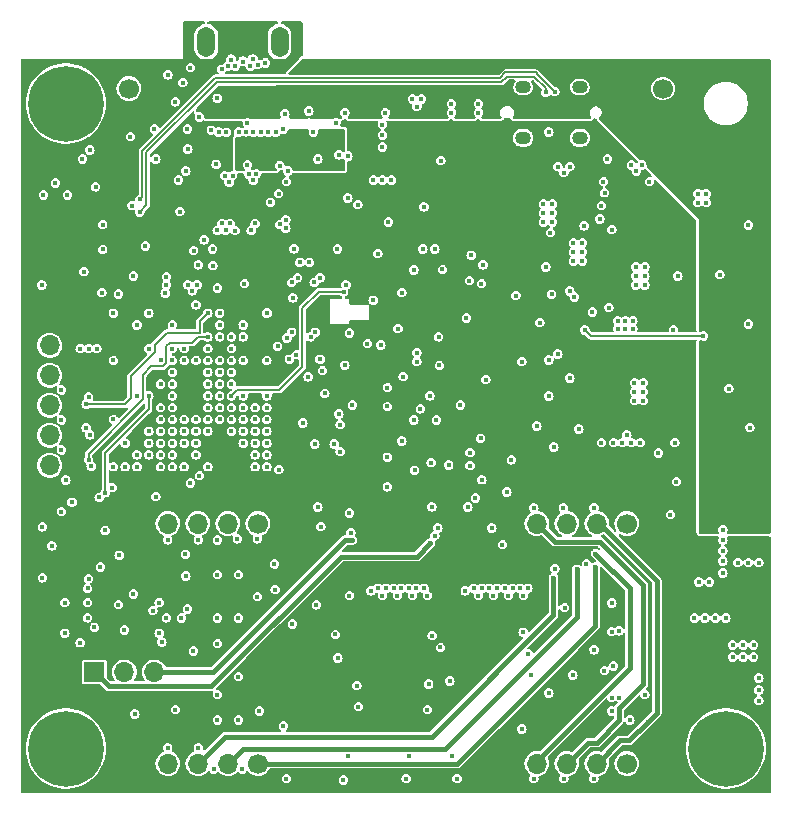
<source format=gbr>
%TF.GenerationSoftware,KiCad,Pcbnew,8.0.4*%
%TF.CreationDate,2024-11-18T22:27:40+01:00*%
%TF.ProjectId,hd_64_v0,68645f36-345f-4763-902e-6b696361645f,0.1*%
%TF.SameCoordinates,PX4737720PY55fe290*%
%TF.FileFunction,Copper,L5,Inr*%
%TF.FilePolarity,Positive*%
%FSLAX46Y46*%
G04 Gerber Fmt 4.6, Leading zero omitted, Abs format (unit mm)*
G04 Created by KiCad (PCBNEW 8.0.4) date 2024-11-18 22:27:40*
%MOMM*%
%LPD*%
G01*
G04 APERTURE LIST*
%TA.AperFunction,ComponentPad*%
%ADD10C,1.700000*%
%TD*%
%TA.AperFunction,ComponentPad*%
%ADD11C,6.400000*%
%TD*%
%TA.AperFunction,ComponentPad*%
%ADD12O,1.346200X1.092200*%
%TD*%
%TA.AperFunction,ComponentPad*%
%ADD13O,1.700000X1.700000*%
%TD*%
%TA.AperFunction,ComponentPad*%
%ADD14O,1.500000X2.550000*%
%TD*%
%TA.AperFunction,ComponentPad*%
%ADD15R,1.700000X1.700000*%
%TD*%
%TA.AperFunction,ViaPad*%
%ADD16C,0.400000*%
%TD*%
%TA.AperFunction,ViaPad*%
%ADD17C,0.450000*%
%TD*%
%TA.AperFunction,Conductor*%
%ADD18C,0.400000*%
%TD*%
%TA.AperFunction,Conductor*%
%ADD19C,0.200000*%
%TD*%
G04 APERTURE END LIST*
D10*
X54356000Y59690000D03*
D11*
X59690000Y3810000D03*
D12*
X42524000Y59820001D03*
X47324000Y59820001D03*
X42524000Y55519999D03*
X47324000Y55519999D03*
D10*
X20066000Y2540000D03*
D13*
X17526000Y2540000D03*
X14986000Y2540000D03*
X12446000Y2540000D03*
D10*
X51308000Y22860000D03*
D13*
X48768000Y22860000D03*
X46228000Y22860000D03*
X43688000Y22860000D03*
D10*
X9144000Y59690000D03*
D14*
X21896000Y63627000D03*
X15696000Y63627000D03*
D10*
X51308000Y2540000D03*
D13*
X48768000Y2540000D03*
X46228000Y2540000D03*
X43688000Y2540000D03*
D11*
X3810000Y3810000D03*
D15*
X2438000Y40488000D03*
D13*
X2438000Y37948000D03*
X2438000Y35408000D03*
X2438000Y32868000D03*
X2438000Y30328000D03*
X2438000Y27788000D03*
D10*
X20066000Y22860000D03*
D13*
X17526000Y22860000D03*
X14986000Y22860000D03*
X12446000Y22860000D03*
D15*
X6223000Y10287000D03*
D13*
X8763000Y10287000D03*
X11303000Y10287000D03*
D11*
X3810000Y58420000D03*
D16*
X51308000Y60833000D03*
X51308000Y60198000D03*
X50673000Y60198000D03*
X50673000Y60833000D03*
X52451000Y29718000D03*
X38481000Y25019000D03*
X30607000Y54737000D03*
X36924000Y1270000D03*
X20193000Y6985000D03*
X6624000Y25070000D03*
X3937000Y50673000D03*
X16637000Y21463000D03*
X16124000Y56170000D03*
X16637000Y14859000D03*
X30607000Y56642000D03*
X16637000Y18542000D03*
X25527000Y35814000D03*
X32624000Y1270000D03*
X5724000Y33570000D03*
X14824000Y29670000D03*
X34824000Y13370000D03*
X43180000Y10033000D03*
X16324000Y2070000D03*
X62484000Y8763000D03*
X49149000Y49784000D03*
X52832000Y44577000D03*
X18923000Y43180000D03*
X21524000Y17270000D03*
X27940000Y22098000D03*
X14097000Y15621000D03*
X6224000Y14070000D03*
X30607000Y55753000D03*
X45212000Y19050000D03*
X22225000Y5715000D03*
X23624000Y44970000D03*
X52114000Y52705000D03*
X57023000Y14859000D03*
X39878000Y22479000D03*
X17624000Y51770000D03*
X51308000Y30353000D03*
X12824000Y29670000D03*
X22606000Y52705000D03*
X35052000Y21844000D03*
X19177000Y56769000D03*
X42418000Y36576000D03*
X16256000Y44704000D03*
X48524000Y24170000D03*
X35179000Y31623000D03*
X41275000Y16764000D03*
X20024000Y16670000D03*
X6731000Y19177000D03*
X45128000Y29337000D03*
X34524000Y9270000D03*
X15113000Y57277000D03*
X37211000Y32893000D03*
X21463000Y19431000D03*
X59436000Y18669000D03*
X51689000Y53213000D03*
X31877000Y16764000D03*
X27813000Y16764000D03*
X57404000Y17907000D03*
X12824000Y30670000D03*
X62484000Y9779000D03*
X31924000Y39370000D03*
X44929342Y42276671D03*
X6424000Y37670000D03*
X29624000Y17170000D03*
X53213000Y51816000D03*
X50165000Y10795000D03*
X46482000Y53086000D03*
X5724000Y18170000D03*
X30607000Y51943000D03*
X59182000Y43942000D03*
X46024000Y15748000D03*
X17824000Y37670000D03*
X50546000Y39370000D03*
X18324000Y21570000D03*
X12424000Y21470000D03*
X49403000Y10414000D03*
X42545000Y16764000D03*
X31024000Y28470000D03*
X36322000Y9525000D03*
X25724000Y33870000D03*
X33528000Y36576000D03*
X40767000Y21082000D03*
X7824000Y36670000D03*
X9398000Y49784000D03*
X38124000Y45570000D03*
X52832000Y43053000D03*
X33824000Y32570000D03*
X32258000Y29845000D03*
X50165000Y29718000D03*
X5024000Y12770000D03*
X16524000Y53270000D03*
X9525000Y16891000D03*
X8255000Y16002000D03*
X50624000Y13770000D03*
X34124000Y49670000D03*
X59944000Y34290000D03*
X45466000Y53086000D03*
X40005000Y16764000D03*
X22352000Y57531000D03*
X16637000Y12700000D03*
X10824000Y30670000D03*
X13824000Y29670000D03*
X34798000Y24270000D03*
X13970000Y18415000D03*
X33147000Y58801000D03*
X11824000Y31670000D03*
X61595000Y39751000D03*
X37846000Y24257000D03*
X59690000Y14859000D03*
X20824000Y31670000D03*
X12824000Y28670000D03*
X26524000Y29591000D03*
X28067000Y32893000D03*
X50546000Y40005000D03*
X14351000Y26289000D03*
X25400000Y22606000D03*
X18415000Y9906000D03*
X28575000Y7366000D03*
X10541000Y46355000D03*
X29845000Y51943000D03*
X9824000Y33670000D03*
X8255000Y42291000D03*
X22724000Y36770000D03*
X16989342Y61326671D03*
X42524000Y13670000D03*
X7824000Y40670000D03*
X59436000Y22352000D03*
X2624000Y20970000D03*
X24765000Y56007000D03*
X38735000Y16764000D03*
X12824000Y36670000D03*
X33324000Y27370000D03*
X38989000Y43180000D03*
X12324000Y43070000D03*
X7824000Y31670000D03*
D17*
X26924000Y54070000D03*
D16*
X14824000Y30670000D03*
X13824000Y31670000D03*
D17*
X20824000Y40670000D03*
D16*
X31024000Y25970000D03*
X25324000Y36770000D03*
X37624000Y17170000D03*
X37719000Y40259000D03*
X44704000Y33655000D03*
X59436000Y20574000D03*
X30226000Y45720000D03*
X18415000Y6223000D03*
X22987000Y14351000D03*
X33528000Y58166000D03*
X13081000Y7112000D03*
X43688000Y31115000D03*
X14351000Y61468000D03*
X52705000Y33274000D03*
X3429000Y34163000D03*
X52705000Y34798000D03*
X24892000Y29591000D03*
X34417000Y16764000D03*
X8824000Y29670000D03*
X45974000Y1270000D03*
X13924000Y20270000D03*
X55372000Y29718000D03*
X18415000Y14859000D03*
X5842000Y54483000D03*
X12824000Y39670000D03*
X43942000Y39878000D03*
X13081000Y58570000D03*
X35362000Y38664000D03*
X22225000Y56261000D03*
X24324000Y35270000D03*
X23324000Y37170000D03*
X42418000Y5461000D03*
X26824000Y11470000D03*
X52832000Y43815000D03*
X51943000Y34036000D03*
X18824000Y39670000D03*
X14605000Y12065000D03*
X4324000Y24670000D03*
X23876000Y31369000D03*
X32893000Y3170000D03*
X46863000Y42037000D03*
X16637000Y8382000D03*
X49657000Y53721000D03*
X9525000Y43815000D03*
X31024000Y32770000D03*
X6858000Y42418000D03*
X59436000Y21463000D03*
X43434000Y1270000D03*
X30607000Y16764000D03*
X29824000Y41770000D03*
X8763000Y13843000D03*
X28524000Y49870000D03*
X46736000Y10033000D03*
X14824000Y28670000D03*
X55245000Y39243000D03*
X5024000Y37670000D03*
X11430000Y25146000D03*
X35524000Y12370000D03*
X27813000Y23749000D03*
X61722000Y30988000D03*
X16824000Y36670000D03*
X33909000Y58801000D03*
X7724000Y25908000D03*
X27686000Y50419000D03*
X15024000Y44770000D03*
X51943000Y33274000D03*
X14824000Y36670000D03*
X49414000Y50870000D03*
X14097000Y56261000D03*
X13970000Y52705000D03*
X13716000Y60198000D03*
X51689000Y29718000D03*
X61595000Y48133000D03*
X25146000Y24257000D03*
X51816000Y39370000D03*
X51181000Y40005000D03*
X35560000Y53594000D03*
X26670000Y56769000D03*
X20824000Y27670000D03*
X5946835Y27712912D03*
X19658833Y51920426D03*
X15024000Y3870000D03*
X5207000Y53721000D03*
X45924000Y24170000D03*
X3429000Y29083000D03*
X41148000Y25527000D03*
X19177000Y53213000D03*
X52070000Y44577000D03*
X29337000Y38100000D03*
X3810000Y26543000D03*
X36524000Y3170000D03*
X14124000Y54570000D03*
X21124000Y50070000D03*
X58293000Y17907000D03*
X21924000Y53170000D03*
X52705000Y34036000D03*
X13824000Y37670000D03*
X27686000Y3170000D03*
X51943000Y34798000D03*
X55626000Y43815000D03*
X11176000Y15494000D03*
X50673000Y8128000D03*
X35433000Y36251000D03*
X51562000Y6223000D03*
X52070000Y43815000D03*
X7824000Y27670000D03*
X27813000Y38989000D03*
X31115000Y48387000D03*
X33147000Y16764000D03*
X13335000Y51943000D03*
X26924000Y32131000D03*
X39370000Y35052000D03*
X35052000Y46101000D03*
X59436000Y19685000D03*
X18824000Y31670000D03*
X17794329Y62131658D03*
X18824000Y33670000D03*
X28448000Y9144000D03*
X5334000Y44196000D03*
X9652000Y6731000D03*
X44704000Y36703000D03*
X3724000Y13570000D03*
X7124000Y22270000D03*
X12824000Y32670000D03*
X17024000Y48270000D03*
X48524000Y12170000D03*
X26797000Y46101000D03*
X24424000Y44970000D03*
X45466000Y37211000D03*
X39024000Y26570000D03*
X16824000Y32670000D03*
X37973000Y43434000D03*
X11303000Y56261000D03*
X47879000Y19431000D03*
X50927000Y29718000D03*
X27305000Y1143000D03*
X31369000Y51943000D03*
X33274000Y31623000D03*
X38924000Y30070000D03*
X1905000Y50673000D03*
X20701000Y61849000D03*
X50038000Y8128000D03*
X16824000Y39670000D03*
X43424000Y24170000D03*
X24384000Y57785000D03*
X15824000Y37670000D03*
X34417000Y7112000D03*
X3429000Y31623000D03*
X13462000Y49270000D03*
X27524000Y43070000D03*
X5724000Y37670000D03*
X8324000Y20170000D03*
X27432000Y57658000D03*
X39124000Y44770000D03*
X32258000Y42418000D03*
X15824000Y27670000D03*
X41529000Y28245000D03*
X54991000Y23622000D03*
X16637000Y6223000D03*
X15824000Y33670000D03*
X6324000Y51370000D03*
X11430000Y53721000D03*
X1824000Y22570000D03*
X23024000Y41970000D03*
X3424000Y23870000D03*
X12424000Y3870000D03*
X22924000Y43270000D03*
X42926000Y11811000D03*
X50038000Y47752000D03*
X15824000Y35670000D03*
X18796000Y61976000D03*
X58801000Y14859000D03*
X51181000Y39370000D03*
X16637000Y42799000D03*
X23424000Y43670000D03*
X19824000Y29670000D03*
X49022000Y48641000D03*
X20024000Y21570000D03*
X41910000Y42164000D03*
X20824000Y36670000D03*
X53975000Y28829000D03*
X52070000Y43053000D03*
X6924000Y48170000D03*
X15024000Y21470000D03*
X16824000Y34670000D03*
X12824000Y27670000D03*
X21724000Y37870000D03*
X3724000Y16170000D03*
X55499000Y26416000D03*
X13589000Y14859000D03*
X18724000Y2070000D03*
X57912000Y14859000D03*
X22479000Y1270000D03*
X33528000Y37338000D03*
X10824000Y37670000D03*
X19824000Y48270000D03*
X25024000Y15970000D03*
X44704000Y8509000D03*
X51816000Y40005000D03*
X21844000Y27432000D03*
X45974000Y52578000D03*
X11938000Y12827000D03*
X38024000Y28870000D03*
X26624000Y13470000D03*
X9271000Y55626000D03*
X34624000Y33670000D03*
X38024000Y27770000D03*
X48514000Y1270000D03*
X44831000Y47498000D03*
X6924000Y46070000D03*
X15824000Y31670000D03*
X5824000Y30370000D03*
X14624000Y45970000D03*
X1778000Y43053000D03*
X21909502Y48178699D03*
X27424000Y36270000D03*
X2921000Y51689000D03*
X52578000Y53213000D03*
X44450000Y44577000D03*
X17724000Y48270000D03*
X9824000Y39670000D03*
X12824000Y34670000D03*
X1824000Y18270000D03*
X18415000Y18542000D03*
X19645244Y62155448D03*
X62484000Y7874000D03*
X16637000Y50892000D03*
X8171000Y51294000D03*
X54653000Y35941000D03*
X19824000Y36670000D03*
X56452000Y48768000D03*
X56452000Y48006000D03*
X51986000Y35941000D03*
X19824000Y33670000D03*
X52875000Y36830000D03*
X38735000Y56388000D03*
X12324000Y19270000D03*
X27686000Y51054000D03*
X23124000Y33470000D03*
X55733000Y48006000D03*
X6624000Y17970000D03*
X23024000Y40370000D03*
X10124000Y42570000D03*
X12624000Y46070000D03*
X54653000Y36830000D03*
X26058000Y27940000D03*
D17*
X28924000Y12470000D03*
D16*
X13824000Y39670000D03*
X22624000Y33070000D03*
X4826000Y34544000D03*
D17*
X20824000Y12470000D03*
D16*
X5324000Y40370000D03*
X8824000Y33670000D03*
X52875000Y35941000D03*
X12324000Y17370000D03*
X15113000Y25273000D03*
X6858000Y54356000D03*
X5724000Y40870000D03*
X23124000Y32670000D03*
X36218000Y28829000D03*
X28404000Y18244000D03*
X51986000Y36830000D03*
X2286000Y45974000D03*
X25146000Y50892000D03*
X19824000Y39670000D03*
X7224000Y14870000D03*
X6124000Y40370000D03*
X27178000Y49784000D03*
X36449000Y56388000D03*
X6941500Y51370000D03*
X30376000Y30988000D03*
X15824000Y39670000D03*
X5842000Y43434000D03*
D17*
X37024000Y12470000D03*
D16*
X5671500Y48159500D03*
X36532000Y18244000D03*
X7874000Y55372000D03*
X8824000Y36670000D03*
X55733000Y48768000D03*
X3810000Y49022000D03*
X24424000Y40570000D03*
X2921000Y48387000D03*
X8382000Y46101000D03*
X41529000Y34315500D03*
X36449000Y55626000D03*
X20276000Y18244000D03*
X10033000Y16129000D03*
X4826000Y29370000D03*
X53764000Y36830000D03*
X10024000Y13570000D03*
X53764000Y35941000D03*
X8824000Y39670000D03*
X38735000Y55626000D03*
X14024000Y17370000D03*
X34739500Y28661000D03*
X20824000Y51270000D03*
X4924000Y22870000D03*
X25527000Y55880000D03*
X26289000Y55118000D03*
X27051000Y55118000D03*
X26289000Y55880000D03*
X20955000Y53086000D03*
X25527000Y55118000D03*
X27051000Y55880000D03*
X18542000Y53086000D03*
X22285000Y55499000D03*
X44239000Y49149000D03*
X14924000Y43070000D03*
X23124000Y46117000D03*
X11824000Y34670000D03*
X44239000Y48387000D03*
X14124000Y43070000D03*
X11824000Y32670000D03*
X47688500Y48069500D03*
X16224000Y46101000D03*
X11824000Y36670000D03*
X45001000Y49149000D03*
X14524000Y42570000D03*
X12824000Y37670000D03*
X45001000Y48387000D03*
X44239000Y49911000D03*
X47244000Y30861000D03*
X45001000Y49911000D03*
X34671000Y21209000D03*
X30252000Y17370000D03*
X17824000Y31670000D03*
X30889712Y17371840D03*
X17824000Y30670000D03*
X31552000Y17370000D03*
X18824000Y30670000D03*
X32202000Y17370000D03*
X18824000Y29670000D03*
X32827003Y17370000D03*
X19824000Y28670000D03*
X33452006Y17370000D03*
X19824000Y27670000D03*
X20824000Y28670000D03*
X34124000Y17370000D03*
X18824000Y32670000D03*
X38324000Y17370000D03*
X20824000Y29670000D03*
X39024000Y17370000D03*
X19824000Y30670000D03*
X39649003Y17370000D03*
X40324000Y17370000D03*
X20824000Y30670000D03*
X40949003Y17370000D03*
X19824000Y31670000D03*
X19824000Y32670000D03*
X41624000Y17370000D03*
X42249003Y17370000D03*
X20824000Y32670000D03*
X42924000Y17370000D03*
X20824000Y33670000D03*
X52832000Y8382000D03*
X36218000Y27813000D03*
X35687000Y44368000D03*
X62032500Y12573000D03*
X60254500Y11557000D03*
X34739500Y28011000D03*
X61143500Y11557000D03*
X34036000Y46101000D03*
X30480000Y37973000D03*
X50038000Y16129000D03*
X32359500Y35301000D03*
X31024000Y34370000D03*
X62032500Y11557000D03*
X60254500Y12573000D03*
X50038000Y6985000D03*
X33274000Y44323000D03*
X50026529Y13714943D03*
X61143500Y12573000D03*
X16624000Y58870000D03*
X25146000Y53721000D03*
X17824000Y36670000D03*
X15524000Y46870000D03*
X16824000Y40670000D03*
X16624000Y47670000D03*
X17324000Y47670000D03*
X16824000Y38670000D03*
X18124000Y47662893D03*
X17824000Y38670000D03*
X19485000Y47670000D03*
X18824000Y38670000D03*
X27028000Y31242000D03*
X22424000Y47870000D03*
X22424000Y48570000D03*
X27028000Y28956000D03*
X22479000Y51816000D03*
X18824000Y36670000D03*
X17824000Y35670000D03*
X21809000Y50800000D03*
X20066000Y61722000D03*
X21590000Y56007000D03*
X19431000Y61595000D03*
X20955000Y56007000D03*
X20320000Y56007000D03*
X19939000Y52451000D03*
X19304000Y52451000D03*
X19685000Y56007000D03*
X19050000Y56016119D03*
X18161000Y61595000D03*
X17526000Y61595000D03*
X18450094Y56005350D03*
X17922875Y52324000D03*
X17399000Y55982750D03*
X16764000Y56007000D03*
X17272000Y52324000D03*
X17824000Y33670000D03*
X27324000Y42470000D03*
X11824000Y28670000D03*
X11824000Y27670000D03*
X46779000Y45847000D03*
X47541000Y45085000D03*
X16824000Y35670000D03*
X24524000Y38670000D03*
X46779000Y45085000D03*
X15824000Y34670000D03*
X15824000Y32670000D03*
X16824000Y31670000D03*
X22924000Y39070000D03*
X15824000Y30670000D03*
X14824000Y31670000D03*
X24824000Y43270000D03*
X47541000Y46609000D03*
X12824000Y33670000D03*
X22524000Y38570000D03*
X16824000Y33670000D03*
X47541000Y45847000D03*
X25324000Y43670000D03*
X46779000Y46609000D03*
X13824000Y36670000D03*
X24924000Y39070000D03*
X12824000Y31670000D03*
X13824000Y30670000D03*
X15824000Y36670000D03*
X12824000Y35670000D03*
X9824000Y27670000D03*
X49149000Y29718000D03*
X46482000Y35179000D03*
X5524000Y32970000D03*
X15824000Y40670000D03*
X5524000Y30970000D03*
X14824000Y41370000D03*
X5724000Y28270000D03*
X15824000Y38670000D03*
X49319000Y51816000D03*
X30861000Y57658000D03*
X48387000Y40767000D03*
X47053500Y18986500D03*
X45085000Y18288000D03*
X48641000Y19177000D03*
X53086000Y6096000D03*
X12324000Y43770000D03*
X5639000Y14870000D03*
X11824000Y30670000D03*
X12219022Y42370000D03*
X11709000Y16170000D03*
X11824000Y29670000D03*
X5639000Y17370000D03*
X10824000Y29670000D03*
X12324000Y14870000D03*
X13824000Y27670000D03*
X10824000Y28670000D03*
X11709000Y13570000D03*
X9824000Y28670000D03*
X5639000Y16170000D03*
X25624000Y61468000D03*
X57785000Y24892000D03*
X59309000Y24892000D03*
X21124000Y59170000D03*
X59309000Y26416000D03*
X59309000Y27178000D03*
X26289000Y58801000D03*
X59309000Y25654000D03*
X58547000Y24892000D03*
X58039000Y50800000D03*
X57320000Y50800000D03*
X60706000Y19558000D03*
X38735000Y57658000D03*
X36449000Y57658000D03*
X47752000Y39243000D03*
X36449000Y58420000D03*
X57785000Y38735000D03*
X38735000Y58420000D03*
X61595000Y19558000D03*
X62484000Y19558000D03*
X57320000Y50038000D03*
X58039000Y50038000D03*
X7124000Y25470000D03*
X10824000Y33670000D03*
X49784000Y41148000D03*
X46482000Y42545000D03*
X45212000Y59436000D03*
X44704000Y56007000D03*
X10053000Y50301000D03*
X10053000Y49239000D03*
X44424000Y59370000D03*
X10824000Y40670000D03*
X12446000Y60858500D03*
X8824000Y27670000D03*
X27686000Y53975000D03*
X17824000Y34670000D03*
X28067000Y21463000D03*
X35306000Y22479000D03*
X48641000Y20320000D03*
X15113000Y26924000D03*
X17824000Y32670000D03*
D18*
X16087818Y9087000D02*
X7423000Y9087000D01*
X27066818Y20066000D02*
X16087818Y9087000D01*
X7423000Y9087000D02*
X6223000Y10287000D01*
X34671000Y21209000D02*
X33528000Y20066000D01*
X33528000Y20066000D02*
X27066818Y20066000D01*
D19*
X21851000Y34170000D02*
X18324000Y34170000D01*
X23824000Y41096000D02*
X23824000Y36143000D01*
X25198000Y42470000D02*
X23824000Y41096000D01*
X27324000Y42470000D02*
X25198000Y42470000D01*
X18324000Y34170000D02*
X17824000Y33670000D01*
X23824000Y36143000D02*
X21851000Y34170000D01*
X11324000Y37970000D02*
X11324000Y37370000D01*
X11324000Y37370000D02*
X9324000Y35370000D01*
X8831107Y32970000D02*
X5524000Y32970000D01*
X9324000Y35370000D02*
X9324000Y33462893D01*
X15124000Y39020000D02*
X12374000Y39020000D01*
X9324000Y33462893D02*
X8831107Y32970000D01*
X12374000Y39020000D02*
X11324000Y37970000D01*
X15124000Y39970000D02*
X15124000Y39020000D01*
X15824000Y40670000D02*
X15124000Y39970000D01*
X12324000Y37877107D02*
X12616893Y38170000D01*
X10324000Y33370000D02*
X10324000Y35470000D01*
X14526081Y38170000D02*
X15026081Y38670000D01*
X5724000Y28770000D02*
X10324000Y33370000D01*
X12031107Y36170000D02*
X12324000Y36462893D01*
X5724000Y28270000D02*
X5724000Y28770000D01*
X15026081Y38670000D02*
X15824000Y38670000D01*
X11024000Y36170000D02*
X12031107Y36170000D01*
X12616893Y38170000D02*
X14526081Y38170000D01*
X10324000Y35470000D02*
X11024000Y36170000D01*
X12324000Y36462893D02*
X12324000Y37877107D01*
D18*
X18796000Y3810000D02*
X35941000Y3810000D01*
X17526000Y2540000D02*
X18796000Y3810000D01*
X47053500Y14922500D02*
X47053500Y18986500D01*
X35941000Y3810000D02*
X47053500Y14922500D01*
X14986000Y2540000D02*
X17272000Y4826000D01*
X17272000Y4826000D02*
X34798000Y4826000D01*
X34798000Y4826000D02*
X45085000Y15113000D01*
X45085000Y15113000D02*
X45085000Y18288000D01*
X48641000Y14224000D02*
X48641000Y19177000D01*
X36957000Y2540000D02*
X48641000Y14224000D01*
X20066000Y2540000D02*
X36957000Y2540000D01*
X48768000Y4318000D02*
X50638000Y6188000D01*
X50638000Y6188000D02*
X50638000Y7204000D01*
X48006000Y4318000D02*
X48768000Y4318000D01*
X49022000Y21336000D02*
X45212000Y21336000D01*
X45212000Y21336000D02*
X43688000Y22860000D01*
X46228000Y2540000D02*
X48006000Y4318000D01*
X52705000Y9271000D02*
X52705000Y17653000D01*
X50638000Y7204000D02*
X52705000Y9271000D01*
X52705000Y17653000D02*
X49022000Y21336000D01*
X53848000Y6858000D02*
X53848000Y9271000D01*
X49022000Y22860000D02*
X48768000Y22860000D01*
X50736500Y4508500D02*
X48768000Y2540000D01*
X51498500Y4508500D02*
X50736500Y4508500D01*
X53848000Y18034000D02*
X49022000Y22860000D01*
X53086000Y6096000D02*
X53848000Y6858000D01*
X53848000Y9271000D02*
X53848000Y18034000D01*
X53086000Y6096000D02*
X51498500Y4508500D01*
D19*
X57785000Y38735000D02*
X48260000Y38735000D01*
X48260000Y38735000D02*
X47752000Y39243000D01*
X10824000Y32541000D02*
X10824000Y33670000D01*
X7124000Y28841000D02*
X10824000Y32541000D01*
X7124000Y25470000D02*
X7124000Y28841000D01*
X43784000Y60850975D02*
X43578975Y61056000D01*
X41003026Y61056000D02*
X40526026Y60579000D01*
X10274000Y50522000D02*
X10053000Y50301000D01*
X45212000Y59436000D02*
X45198974Y59436000D01*
X45198974Y59436000D02*
X43784000Y60850975D01*
X10274000Y54420000D02*
X10274000Y50522000D01*
X16433000Y60579000D02*
X10274000Y54420000D01*
X40526026Y60579000D02*
X16433000Y60579000D01*
X43578975Y61056000D02*
X41003026Y61056000D01*
X43434000Y60706000D02*
X44424000Y59716000D01*
X16577974Y60229000D02*
X40671000Y60229000D01*
X40671000Y60229000D02*
X41148000Y60706000D01*
X41148000Y60706000D02*
X43434000Y60706000D01*
X10624000Y54275026D02*
X16577974Y60229000D01*
X44424000Y59716000D02*
X44424000Y59370000D01*
X10053000Y49239000D02*
X10624000Y49810000D01*
X10624000Y49810000D02*
X10624000Y54275026D01*
D18*
X11303000Y10287000D02*
X16256000Y10287000D01*
X16256000Y10287000D02*
X27432000Y21463000D01*
X27432000Y21463000D02*
X28067000Y21463000D01*
X51562000Y10668000D02*
X43688000Y2794000D01*
X48641000Y20320000D02*
X51562000Y17399000D01*
X51562000Y17399000D02*
X51562000Y10668000D01*
X43688000Y2794000D02*
X43688000Y2540000D01*
%TA.AperFunction,Conductor*%
G36*
X15546711Y65359815D02*
G01*
X15592466Y65307011D01*
X15602410Y65237853D01*
X15573385Y65174297D01*
X15514607Y65136523D01*
X15503864Y65133883D01*
X15404170Y65114053D01*
X15404160Y65114050D01*
X15222092Y65038636D01*
X15222079Y65038629D01*
X15058218Y64929140D01*
X15058214Y64929137D01*
X14918863Y64789786D01*
X14918860Y64789782D01*
X14809371Y64625921D01*
X14809364Y64625908D01*
X14733950Y64443840D01*
X14733947Y64443830D01*
X14695500Y64250544D01*
X14695500Y64250541D01*
X14695500Y63003459D01*
X14695500Y63003457D01*
X14695499Y63003457D01*
X14733947Y62810171D01*
X14733950Y62810161D01*
X14809364Y62628093D01*
X14809371Y62628080D01*
X14918860Y62464219D01*
X14918863Y62464215D01*
X15058214Y62324864D01*
X15058218Y62324861D01*
X15200187Y62230000D01*
X13741500Y62230000D01*
X13741500Y65255500D01*
X13761185Y65322539D01*
X13813989Y65368294D01*
X13865500Y65379500D01*
X15479672Y65379500D01*
X15546711Y65359815D01*
G37*
%TD.AperFunction*%
%TA.AperFunction,Conductor*%
G36*
X21746711Y65359815D02*
G01*
X21792466Y65307011D01*
X21802410Y65237853D01*
X21773385Y65174297D01*
X21714607Y65136523D01*
X21703864Y65133883D01*
X21604170Y65114053D01*
X21604160Y65114050D01*
X21422092Y65038636D01*
X21422079Y65038629D01*
X21258218Y64929140D01*
X21258214Y64929137D01*
X21118863Y64789786D01*
X21118860Y64789782D01*
X21009371Y64625921D01*
X21009364Y64625908D01*
X20933950Y64443840D01*
X20933947Y64443830D01*
X20895500Y64250544D01*
X20895500Y64250541D01*
X20895500Y63003459D01*
X20895500Y63003457D01*
X20895499Y63003457D01*
X20933947Y62810171D01*
X20933950Y62810161D01*
X21009364Y62628093D01*
X21009371Y62628080D01*
X21118860Y62464219D01*
X21118863Y62464215D01*
X21258214Y62324864D01*
X21258218Y62324861D01*
X21400187Y62230000D01*
X20941424Y62230000D01*
X20890069Y62263004D01*
X20890065Y62263006D01*
X20890064Y62263006D01*
X20765774Y62299500D01*
X20765772Y62299500D01*
X20636228Y62299500D01*
X20636226Y62299500D01*
X20511935Y62263006D01*
X20511932Y62263005D01*
X20511931Y62263004D01*
X20460576Y62230000D01*
X20099499Y62230000D01*
X20085136Y62261449D01*
X20085136Y62261452D01*
X20081941Y62283673D01*
X20068764Y62312528D01*
X20028126Y62401511D01*
X19943293Y62499415D01*
X19834313Y62569452D01*
X19834309Y62569454D01*
X19834308Y62569454D01*
X19710018Y62605948D01*
X19710016Y62605948D01*
X19580472Y62605948D01*
X19580470Y62605948D01*
X19456179Y62569454D01*
X19456176Y62569453D01*
X19456175Y62569452D01*
X19419160Y62545664D01*
X19347194Y62499415D01*
X19262362Y62401511D01*
X19262361Y62401511D01*
X19254827Y62385013D01*
X19209070Y62332211D01*
X19142030Y62312528D01*
X19074995Y62332212D01*
X19049129Y62348835D01*
X18985069Y62390004D01*
X18985065Y62390006D01*
X18985064Y62390006D01*
X18860774Y62426500D01*
X18860772Y62426500D01*
X18731228Y62426500D01*
X18731226Y62426500D01*
X18606935Y62390006D01*
X18606932Y62390005D01*
X18606931Y62390004D01*
X18542871Y62348835D01*
X18497948Y62319965D01*
X18431537Y62243322D01*
X18410808Y62230000D01*
X18264839Y62230000D01*
X18244111Y62243321D01*
X18225030Y62273013D01*
X18177213Y62377718D01*
X18177211Y62377720D01*
X18177211Y62377721D01*
X18092378Y62475625D01*
X17983398Y62545662D01*
X17983394Y62545664D01*
X17983393Y62545664D01*
X17859103Y62582158D01*
X17859101Y62582158D01*
X17729557Y62582158D01*
X17729555Y62582158D01*
X17605264Y62545664D01*
X17605261Y62545663D01*
X17605260Y62545662D01*
X17554006Y62512724D01*
X17496279Y62475625D01*
X17411447Y62377721D01*
X17411446Y62377720D01*
X17357631Y62259884D01*
X17353335Y62230000D01*
X16191812Y62230000D01*
X16333782Y62324861D01*
X16473139Y62464218D01*
X16582632Y62628086D01*
X16658051Y62810165D01*
X16696500Y63003459D01*
X16696500Y64250541D01*
X16696500Y64250544D01*
X16658052Y64443830D01*
X16658051Y64443831D01*
X16658051Y64443835D01*
X16658049Y64443840D01*
X16582635Y64625908D01*
X16582628Y64625921D01*
X16473139Y64789782D01*
X16473136Y64789786D01*
X16333785Y64929137D01*
X16333781Y64929140D01*
X16169920Y65038629D01*
X16169907Y65038636D01*
X15987839Y65114050D01*
X15987829Y65114053D01*
X15888136Y65133883D01*
X15826225Y65166268D01*
X15791651Y65226984D01*
X15795391Y65296753D01*
X15836258Y65353425D01*
X15901276Y65379006D01*
X15912328Y65379500D01*
X21679672Y65379500D01*
X21746711Y65359815D01*
G37*
%TD.AperFunction*%
%TA.AperFunction,Conductor*%
G36*
X23793539Y65359815D02*
G01*
X23839294Y65307011D01*
X23850500Y65255500D01*
X23850500Y62547535D01*
X23830815Y62480496D01*
X23778011Y62434741D01*
X23763558Y62429202D01*
X23753057Y62425914D01*
X23753048Y62425910D01*
X23691738Y62392432D01*
X23691730Y62392427D01*
X23633519Y62348851D01*
X23633501Y62348835D01*
X23514666Y62230000D01*
X22391812Y62230000D01*
X22533782Y62324861D01*
X22673139Y62464218D01*
X22782632Y62628086D01*
X22858051Y62810165D01*
X22896500Y63003459D01*
X22896500Y64250541D01*
X22896500Y64250544D01*
X22858052Y64443830D01*
X22858051Y64443831D01*
X22858051Y64443835D01*
X22858049Y64443840D01*
X22782635Y64625908D01*
X22782628Y64625921D01*
X22673139Y64789782D01*
X22673136Y64789786D01*
X22533785Y64929137D01*
X22533781Y64929140D01*
X22369920Y65038629D01*
X22369907Y65038636D01*
X22187839Y65114050D01*
X22187829Y65114053D01*
X22088136Y65133883D01*
X22026225Y65166268D01*
X21991651Y65226984D01*
X21995391Y65296753D01*
X22036258Y65353425D01*
X22101276Y65379006D01*
X22112328Y65379500D01*
X23726500Y65379500D01*
X23793539Y65359815D01*
G37*
%TD.AperFunction*%
%TA.AperFunction,Conductor*%
G36*
X24321591Y56241315D02*
G01*
X24367346Y56188511D01*
X24377290Y56119353D01*
X24377025Y56117602D01*
X24359508Y56007003D01*
X24359508Y56006997D01*
X24379352Y55881700D01*
X24379352Y55881699D01*
X24397805Y55845483D01*
X24436950Y55768658D01*
X24436952Y55768656D01*
X24436954Y55768653D01*
X24526652Y55678955D01*
X24526654Y55678954D01*
X24526658Y55678950D01*
X24639696Y55621354D01*
X24639697Y55621354D01*
X24639699Y55621353D01*
X24764997Y55601508D01*
X24765000Y55601508D01*
X24765003Y55601508D01*
X24890300Y55621353D01*
X24890301Y55621353D01*
X24890302Y55621354D01*
X24890304Y55621354D01*
X25003342Y55678950D01*
X25093050Y55768658D01*
X25150646Y55881696D01*
X25150646Y55881698D01*
X25150647Y55881699D01*
X25150647Y55881700D01*
X25170492Y56006997D01*
X25170492Y56007003D01*
X25152975Y56117602D01*
X25161930Y56186896D01*
X25206926Y56240348D01*
X25273678Y56260987D01*
X25275448Y56261000D01*
X27308000Y56261000D01*
X27375039Y56241315D01*
X27420794Y56188511D01*
X27432000Y56137000D01*
X27432000Y54427755D01*
X27412315Y54360716D01*
X27359511Y54314961D01*
X27290353Y54305017D01*
X27226797Y54334042D01*
X27220319Y54340074D01*
X27162347Y54398046D01*
X27162344Y54398048D01*
X27162342Y54398050D01*
X27049304Y54455646D01*
X27049303Y54455647D01*
X27049300Y54455648D01*
X26924003Y54475492D01*
X26923997Y54475492D01*
X26798699Y54455648D01*
X26798698Y54455648D01*
X26743957Y54427755D01*
X26685658Y54398050D01*
X26685657Y54398049D01*
X26685652Y54398046D01*
X26595954Y54308348D01*
X26595951Y54308343D01*
X26538352Y54195302D01*
X26538352Y54195301D01*
X26518508Y54070004D01*
X26518508Y54069997D01*
X26538352Y53944700D01*
X26538352Y53944699D01*
X26538354Y53944696D01*
X26595950Y53831658D01*
X26595952Y53831656D01*
X26595954Y53831653D01*
X26685652Y53741955D01*
X26685654Y53741954D01*
X26685658Y53741950D01*
X26798696Y53684354D01*
X26798697Y53684354D01*
X26798699Y53684353D01*
X26923997Y53664508D01*
X26924000Y53664508D01*
X26924003Y53664508D01*
X27049300Y53684353D01*
X27049301Y53684353D01*
X27049302Y53684354D01*
X27049304Y53684354D01*
X27162342Y53741950D01*
X27170745Y53750353D01*
X27232067Y53783840D01*
X27301759Y53778858D01*
X27350135Y53742647D01*
X27351048Y53743559D01*
X27357392Y53737215D01*
X27357694Y53736989D01*
X27357906Y53736701D01*
X27395680Y53698928D01*
X27429166Y53637605D01*
X27432000Y53611246D01*
X27432000Y52829000D01*
X27412315Y52761961D01*
X27359511Y52716206D01*
X27308000Y52705000D01*
X23117398Y52705000D01*
X23050359Y52724685D01*
X23004604Y52777489D01*
X22994925Y52809601D01*
X22991646Y52830304D01*
X22934050Y52943342D01*
X22934046Y52943346D01*
X22934045Y52943348D01*
X22844347Y53033046D01*
X22844344Y53033048D01*
X22844342Y53033050D01*
X22731304Y53090646D01*
X22731303Y53090647D01*
X22731300Y53090648D01*
X22606003Y53110492D01*
X22605997Y53110492D01*
X22471056Y53089120D01*
X22470568Y53092201D01*
X22417061Y53090682D01*
X22357235Y53126774D01*
X22326419Y53189481D01*
X22326134Y53191205D01*
X22309647Y53295301D01*
X22309647Y53295302D01*
X22309646Y53295304D01*
X22252050Y53408342D01*
X22252046Y53408346D01*
X22252045Y53408348D01*
X22162347Y53498046D01*
X22162344Y53498048D01*
X22162342Y53498050D01*
X22049304Y53555646D01*
X22049303Y53555647D01*
X22049300Y53555648D01*
X21924003Y53575492D01*
X21923997Y53575492D01*
X21798699Y53555648D01*
X21798698Y53555648D01*
X21723337Y53517249D01*
X21685658Y53498050D01*
X21685657Y53498049D01*
X21685652Y53498046D01*
X21595954Y53408348D01*
X21595951Y53408343D01*
X21595950Y53408342D01*
X21576751Y53370663D01*
X21538352Y53295302D01*
X21538352Y53295301D01*
X21518508Y53170004D01*
X21518508Y53169997D01*
X21538352Y53044700D01*
X21538352Y53044699D01*
X21538354Y53044696D01*
X21595950Y52931658D01*
X21595952Y52931656D01*
X21595954Y52931653D01*
X21610926Y52916681D01*
X21644411Y52855358D01*
X21639427Y52785666D01*
X21597555Y52729733D01*
X21532091Y52705316D01*
X21523245Y52705000D01*
X20302754Y52705000D01*
X20235715Y52724685D01*
X20215072Y52741320D01*
X20177346Y52779047D01*
X20177344Y52779048D01*
X20177342Y52779050D01*
X20064304Y52836646D01*
X20064303Y52836647D01*
X20064300Y52836648D01*
X19939003Y52856492D01*
X19938997Y52856492D01*
X19813699Y52836648D01*
X19813698Y52836648D01*
X19760623Y52809604D01*
X19700658Y52779050D01*
X19700657Y52779050D01*
X19700655Y52779048D01*
X19694378Y52774488D01*
X19628570Y52751014D01*
X19560517Y52766844D01*
X19548622Y52774488D01*
X19542343Y52779050D01*
X19540120Y52780182D01*
X19537909Y52782270D01*
X19534454Y52784780D01*
X19534778Y52785228D01*
X19489326Y52828159D01*
X19472533Y52895980D01*
X19495073Y52962114D01*
X19501370Y52969594D01*
X19505042Y52974651D01*
X19505050Y52974658D01*
X19562646Y53087696D01*
X19562646Y53087698D01*
X19562647Y53087699D01*
X19562647Y53087700D01*
X19582492Y53212997D01*
X19582492Y53213004D01*
X19562647Y53338301D01*
X19562647Y53338302D01*
X19534801Y53392952D01*
X19505050Y53451342D01*
X19505046Y53451346D01*
X19505045Y53451348D01*
X19415347Y53541046D01*
X19415344Y53541048D01*
X19415342Y53541050D01*
X19302304Y53598646D01*
X19302303Y53598647D01*
X19302300Y53598648D01*
X19177003Y53618492D01*
X19176997Y53618492D01*
X19051699Y53598648D01*
X19051698Y53598648D01*
X18976337Y53560249D01*
X18938658Y53541050D01*
X18938657Y53541049D01*
X18938652Y53541046D01*
X18848954Y53451348D01*
X18848951Y53451343D01*
X18791352Y53338302D01*
X18791352Y53338301D01*
X18771508Y53213004D01*
X18771508Y53212997D01*
X18791352Y53087700D01*
X18791352Y53087699D01*
X18791354Y53087696D01*
X18848950Y52974658D01*
X18848952Y52974656D01*
X18848954Y52974653D01*
X18906926Y52916681D01*
X18940411Y52855358D01*
X18935427Y52785666D01*
X18893555Y52729733D01*
X18828091Y52705316D01*
X18819245Y52705000D01*
X18285000Y52705000D01*
X18217961Y52724685D01*
X18172206Y52777489D01*
X18161000Y52829000D01*
X18161000Y53721004D01*
X24740508Y53721004D01*
X24740508Y53720997D01*
X24760352Y53595700D01*
X24760352Y53595699D01*
X24778805Y53559483D01*
X24817950Y53482658D01*
X24817952Y53482656D01*
X24817954Y53482653D01*
X24907652Y53392955D01*
X24907654Y53392954D01*
X24907658Y53392950D01*
X25020696Y53335354D01*
X25020697Y53335354D01*
X25020699Y53335353D01*
X25145997Y53315508D01*
X25146000Y53315508D01*
X25146003Y53315508D01*
X25271300Y53335353D01*
X25271301Y53335353D01*
X25271302Y53335354D01*
X25271304Y53335354D01*
X25384342Y53392950D01*
X25474050Y53482658D01*
X25531646Y53595696D01*
X25531646Y53595698D01*
X25531647Y53595699D01*
X25531647Y53595700D01*
X25551492Y53720997D01*
X25551492Y53721004D01*
X25531647Y53846301D01*
X25531647Y53846302D01*
X25529918Y53849696D01*
X25474050Y53959342D01*
X25474046Y53959346D01*
X25474045Y53959348D01*
X25384347Y54049046D01*
X25384344Y54049048D01*
X25384342Y54049050D01*
X25271304Y54106646D01*
X25271303Y54106647D01*
X25271300Y54106648D01*
X25146003Y54126492D01*
X25145997Y54126492D01*
X25020699Y54106648D01*
X25020698Y54106648D01*
X24948769Y54069997D01*
X24907658Y54049050D01*
X24907657Y54049049D01*
X24907652Y54049046D01*
X24817954Y53959348D01*
X24817951Y53959343D01*
X24817950Y53959342D01*
X24798751Y53921663D01*
X24760352Y53846302D01*
X24760352Y53846301D01*
X24740508Y53721004D01*
X18161000Y53721004D01*
X18161000Y55502252D01*
X18180685Y55569291D01*
X18233489Y55615046D01*
X18302647Y55624990D01*
X18323329Y55620179D01*
X18324786Y55619706D01*
X18324790Y55619704D01*
X18324793Y55619704D01*
X18324795Y55619703D01*
X18450091Y55599858D01*
X18450094Y55599858D01*
X18450097Y55599858D01*
X18575394Y55619703D01*
X18575395Y55619703D01*
X18575396Y55619704D01*
X18575398Y55619704D01*
X18688436Y55677300D01*
X18688436Y55677301D01*
X18697132Y55681731D01*
X18698019Y55679989D01*
X18752256Y55699349D01*
X18815645Y55686038D01*
X18924696Y55630473D01*
X18924697Y55630473D01*
X18924699Y55630472D01*
X19049997Y55610627D01*
X19050000Y55610627D01*
X19050003Y55610627D01*
X19175300Y55630472D01*
X19175301Y55630472D01*
X19175302Y55630473D01*
X19175304Y55630473D01*
X19288342Y55688069D01*
X19288352Y55688080D01*
X19289064Y55688595D01*
X19290095Y55688964D01*
X19297037Y55692500D01*
X19297493Y55691604D01*
X19354868Y55712082D01*
X19422923Y55696264D01*
X19438545Y55684396D01*
X19438759Y55684689D01*
X19446653Y55678955D01*
X19446658Y55678950D01*
X19559696Y55621354D01*
X19559697Y55621354D01*
X19559699Y55621353D01*
X19684997Y55601508D01*
X19685000Y55601508D01*
X19685003Y55601508D01*
X19810300Y55621353D01*
X19810301Y55621353D01*
X19810302Y55621354D01*
X19810304Y55621354D01*
X19923342Y55678950D01*
X19923344Y55678953D01*
X19923347Y55678954D01*
X19929618Y55683509D01*
X19995425Y55706987D01*
X20063478Y55691160D01*
X20075382Y55683509D01*
X20081652Y55678954D01*
X20081656Y55678952D01*
X20081658Y55678950D01*
X20194696Y55621354D01*
X20194697Y55621354D01*
X20194699Y55621353D01*
X20319997Y55601508D01*
X20320000Y55601508D01*
X20320003Y55601508D01*
X20445300Y55621353D01*
X20445301Y55621353D01*
X20445302Y55621354D01*
X20445304Y55621354D01*
X20558342Y55678950D01*
X20558344Y55678953D01*
X20558347Y55678954D01*
X20564618Y55683509D01*
X20630425Y55706987D01*
X20698478Y55691160D01*
X20710382Y55683509D01*
X20716652Y55678954D01*
X20716656Y55678952D01*
X20716658Y55678950D01*
X20829696Y55621354D01*
X20829697Y55621354D01*
X20829699Y55621353D01*
X20954997Y55601508D01*
X20955000Y55601508D01*
X20955003Y55601508D01*
X21080300Y55621353D01*
X21080301Y55621353D01*
X21080302Y55621354D01*
X21080304Y55621354D01*
X21193342Y55678950D01*
X21193344Y55678953D01*
X21193347Y55678954D01*
X21199618Y55683509D01*
X21265425Y55706987D01*
X21333478Y55691160D01*
X21345382Y55683509D01*
X21351652Y55678954D01*
X21351656Y55678952D01*
X21351658Y55678950D01*
X21464696Y55621354D01*
X21464697Y55621354D01*
X21464699Y55621353D01*
X21589997Y55601508D01*
X21590000Y55601508D01*
X21590003Y55601508D01*
X21715300Y55621353D01*
X21715301Y55621353D01*
X21715302Y55621354D01*
X21715304Y55621354D01*
X21828342Y55678950D01*
X21918050Y55768658D01*
X21942414Y55816476D01*
X21990385Y55867269D01*
X22058206Y55884065D01*
X22091220Y55878108D01*
X22099698Y55875353D01*
X22224997Y55855508D01*
X22225000Y55855508D01*
X22225003Y55855508D01*
X22350300Y55875353D01*
X22350301Y55875353D01*
X22350302Y55875354D01*
X22350304Y55875354D01*
X22463342Y55932950D01*
X22553050Y56022658D01*
X22610646Y56135696D01*
X22613924Y56156398D01*
X22643853Y56219531D01*
X22703164Y56256463D01*
X22736398Y56261000D01*
X24254552Y56261000D01*
X24321591Y56241315D01*
G37*
%TD.AperFunction*%
%TA.AperFunction,Conductor*%
G36*
X15418749Y62188027D02*
G01*
X15602384Y62151500D01*
X15602385Y62151500D01*
X15789615Y62151500D01*
X15789616Y62151500D01*
X15973251Y62188027D01*
X16074582Y62230000D01*
X17404413Y62230000D01*
X17396026Y62177050D01*
X17388837Y62131659D01*
X17388837Y62131658D01*
X17400602Y62057374D01*
X17391030Y61996942D01*
X17347767Y61953678D01*
X17287659Y61923051D01*
X17197949Y61833341D01*
X17167322Y61773233D01*
X17124057Y61729969D01*
X17063626Y61720398D01*
X16989343Y61732163D01*
X16989342Y61732163D01*
X16864038Y61712317D01*
X16864034Y61712316D01*
X16751001Y61654722D01*
X16661291Y61565012D01*
X16603697Y61451979D01*
X16603696Y61451975D01*
X16585384Y61336354D01*
X16583850Y61326671D01*
X16593308Y61266952D01*
X16603696Y61201368D01*
X16603697Y61201364D01*
X16645124Y61120060D01*
X16661292Y61088329D01*
X16701119Y61048502D01*
X16728895Y60993987D01*
X16719324Y60933555D01*
X16676059Y60890290D01*
X16631114Y60879500D01*
X16393435Y60879500D01*
X16317014Y60859023D01*
X16317009Y60859021D01*
X16271940Y60833000D01*
X16248491Y60819462D01*
X11827759Y56398732D01*
X11773242Y56370955D01*
X11712810Y56380526D01*
X11669546Y56423790D01*
X11652025Y56458176D01*
X11631050Y56499342D01*
X11541342Y56589050D01*
X11527519Y56596093D01*
X11428307Y56646645D01*
X11428304Y56646646D01*
X11303000Y56666492D01*
X11177696Y56646646D01*
X11177692Y56646645D01*
X11064659Y56589051D01*
X10974949Y56499341D01*
X10917355Y56386308D01*
X10917354Y56386304D01*
X10910681Y56344169D01*
X10897508Y56261000D01*
X10917147Y56137000D01*
X10917354Y56135697D01*
X10917355Y56135693D01*
X10970449Y56031492D01*
X10974950Y56022658D01*
X11064658Y55932950D01*
X11122330Y55903565D01*
X11140210Y55894454D01*
X11183474Y55851189D01*
X11193045Y55790757D01*
X11165268Y55736241D01*
X10089489Y54660460D01*
X10089488Y54660461D01*
X10033539Y54604511D01*
X9993980Y54535993D01*
X9993978Y54535989D01*
X9973500Y54459565D01*
X9973500Y50770652D01*
X9954593Y50712461D01*
X9919446Y50682443D01*
X9814659Y50629051D01*
X9724949Y50539341D01*
X9667355Y50426308D01*
X9667354Y50426304D01*
X9647508Y50301001D01*
X9647508Y50300999D01*
X9650907Y50279537D01*
X9641335Y50219105D01*
X9598071Y50175841D01*
X9537638Y50166270D01*
X9524095Y50169521D01*
X9398000Y50189492D01*
X9272696Y50169646D01*
X9272692Y50169645D01*
X9159659Y50112051D01*
X9069949Y50022341D01*
X9012355Y49909308D01*
X9012354Y49909304D01*
X8992777Y49785696D01*
X8992508Y49784000D01*
X9011433Y49664508D01*
X9012354Y49658697D01*
X9012355Y49658693D01*
X9029274Y49625489D01*
X9069950Y49545658D01*
X9159658Y49455950D01*
X9207330Y49431660D01*
X9270201Y49399625D01*
X9272696Y49398354D01*
X9398000Y49378508D01*
X9523304Y49398354D01*
X9523309Y49398357D01*
X9527204Y49399622D01*
X9588390Y49399625D01*
X9637891Y49363663D01*
X9656801Y49305473D01*
X9655582Y49289983D01*
X9647508Y49239003D01*
X9647508Y49239000D01*
X9661762Y49149000D01*
X9667354Y49113697D01*
X9667355Y49113693D01*
X9709155Y49031658D01*
X9724950Y49000658D01*
X9814658Y48910950D01*
X9927696Y48853354D01*
X10053000Y48833508D01*
X10178304Y48853354D01*
X10291342Y48910950D01*
X10381050Y49000658D01*
X10438646Y49113696D01*
X10449794Y49184086D01*
X10477567Y49238598D01*
X10508969Y49270000D01*
X13056508Y49270000D01*
X13065083Y49215856D01*
X13076354Y49144697D01*
X13076355Y49144693D01*
X13092149Y49113696D01*
X13133950Y49031658D01*
X13223658Y48941950D01*
X13336696Y48884354D01*
X13462000Y48864508D01*
X13587304Y48884354D01*
X13700342Y48941950D01*
X13790050Y49031658D01*
X13847646Y49144696D01*
X13867492Y49270000D01*
X13847646Y49395304D01*
X13790050Y49508342D01*
X13700342Y49598050D01*
X13648145Y49624646D01*
X13587307Y49655645D01*
X13587304Y49655646D01*
X13462000Y49675492D01*
X13336696Y49655646D01*
X13336692Y49655645D01*
X13223659Y49598051D01*
X13133949Y49508341D01*
X13076355Y49395308D01*
X13076354Y49395304D01*
X13058782Y49284355D01*
X13056508Y49270000D01*
X10508969Y49270000D01*
X10864460Y49625489D01*
X10881871Y49655646D01*
X10883633Y49658697D01*
X10893826Y49676354D01*
X10904021Y49694011D01*
X10924500Y49770438D01*
X10924500Y50070000D01*
X20718508Y50070000D01*
X20729903Y49998051D01*
X20738354Y49944697D01*
X20738355Y49944693D01*
X20776413Y49870001D01*
X20795950Y49831658D01*
X20885658Y49741950D01*
X20998696Y49684354D01*
X21124000Y49664508D01*
X21249304Y49684354D01*
X21362342Y49741950D01*
X21452050Y49831658D01*
X21471586Y49870000D01*
X28118508Y49870000D01*
X28133304Y49776578D01*
X28138354Y49744697D01*
X28138355Y49744693D01*
X28139753Y49741950D01*
X28195950Y49631658D01*
X28285658Y49541950D01*
X28398696Y49484354D01*
X28524000Y49464508D01*
X28649304Y49484354D01*
X28762342Y49541950D01*
X28852050Y49631658D01*
X28871586Y49670000D01*
X33718508Y49670000D01*
X33729903Y49598051D01*
X33738354Y49544697D01*
X33738355Y49544693D01*
X33793944Y49435594D01*
X33795950Y49431658D01*
X33885658Y49341950D01*
X33998696Y49284354D01*
X34124000Y49264508D01*
X34249304Y49284354D01*
X34362342Y49341950D01*
X34452050Y49431658D01*
X34509646Y49544696D01*
X34529492Y49670000D01*
X34509646Y49795304D01*
X34452050Y49908342D01*
X34449392Y49911000D01*
X43833508Y49911000D01*
X43846074Y49831658D01*
X43853354Y49785697D01*
X43853355Y49785693D01*
X43904990Y49684356D01*
X43910950Y49672658D01*
X43983606Y49600002D01*
X44011382Y49545487D01*
X44001811Y49485055D01*
X43983607Y49460000D01*
X43923233Y49399625D01*
X43910949Y49387341D01*
X43853355Y49274308D01*
X43853354Y49274304D01*
X43833508Y49149001D01*
X43833508Y49149000D01*
X43853354Y49023697D01*
X43853355Y49023693D01*
X43888027Y48955646D01*
X43910950Y48910658D01*
X43983606Y48838002D01*
X44011382Y48783487D01*
X44001811Y48723055D01*
X43983607Y48698000D01*
X43941254Y48655646D01*
X43910949Y48625341D01*
X43853355Y48512308D01*
X43853354Y48512304D01*
X43842646Y48444693D01*
X43833508Y48387000D01*
X43852839Y48264945D01*
X43853354Y48261697D01*
X43853355Y48261693D01*
X43874599Y48220000D01*
X43910950Y48148658D01*
X44000658Y48058950D01*
X44113696Y48001354D01*
X44239000Y47981508D01*
X44364304Y48001354D01*
X44477342Y48058950D01*
X44549998Y48131607D01*
X44604513Y48159382D01*
X44664945Y48149811D01*
X44690000Y48131608D01*
X44762658Y48058950D01*
X44762660Y48058949D01*
X44768168Y48053441D01*
X44765799Y48051073D01*
X44793157Y48013442D01*
X44793175Y47952257D01*
X44757225Y47902746D01*
X44714505Y47885042D01*
X44705699Y47883647D01*
X44705692Y47883645D01*
X44592659Y47826051D01*
X44502949Y47736341D01*
X44445355Y47623308D01*
X44445354Y47623304D01*
X44425508Y47498000D01*
X44436015Y47431658D01*
X44445354Y47372697D01*
X44445355Y47372693D01*
X44461019Y47341952D01*
X44502950Y47259658D01*
X44592658Y47169950D01*
X44705696Y47112354D01*
X44831000Y47092508D01*
X44956304Y47112354D01*
X45069342Y47169950D01*
X45159050Y47259658D01*
X45216646Y47372696D01*
X45236492Y47498000D01*
X45216646Y47623304D01*
X45159050Y47736342D01*
X45069342Y47826050D01*
X45069339Y47826052D01*
X45063832Y47831559D01*
X45066197Y47833925D01*
X45038836Y47871578D01*
X45038831Y47932764D01*
X45074791Y47982267D01*
X45117500Y47999960D01*
X45126304Y48001354D01*
X45239342Y48058950D01*
X45249892Y48069500D01*
X47283008Y48069500D01*
X47296944Y47981508D01*
X47302854Y47944197D01*
X47302855Y47944193D01*
X47343457Y47864508D01*
X47360450Y47831158D01*
X47450158Y47741450D01*
X47563196Y47683854D01*
X47688500Y47664008D01*
X47813804Y47683854D01*
X47926842Y47741450D01*
X47937392Y47752000D01*
X49632508Y47752000D01*
X49646444Y47664008D01*
X49652354Y47626697D01*
X49652355Y47626693D01*
X49654080Y47623308D01*
X49709950Y47513658D01*
X49799658Y47423950D01*
X49912696Y47366354D01*
X50038000Y47346508D01*
X50163304Y47366354D01*
X50276342Y47423950D01*
X50366050Y47513658D01*
X50423646Y47626696D01*
X50443492Y47752000D01*
X50423646Y47877304D01*
X50366050Y47990342D01*
X50276342Y48080050D01*
X50267094Y48084762D01*
X50163307Y48137645D01*
X50163304Y48137646D01*
X50038000Y48157492D01*
X49912696Y48137646D01*
X49912692Y48137645D01*
X49799659Y48080051D01*
X49709949Y47990341D01*
X49652355Y47877308D01*
X49652354Y47877304D01*
X49636739Y47778711D01*
X49632508Y47752000D01*
X47937392Y47752000D01*
X48016550Y47831158D01*
X48074146Y47944196D01*
X48093992Y48069500D01*
X48093162Y48074738D01*
X48086508Y48116753D01*
X48074146Y48194804D01*
X48016550Y48307842D01*
X47926842Y48397550D01*
X47888589Y48417041D01*
X47813807Y48455145D01*
X47813804Y48455146D01*
X47688500Y48474992D01*
X47563196Y48455146D01*
X47563192Y48455145D01*
X47450159Y48397551D01*
X47360449Y48307841D01*
X47302855Y48194808D01*
X47302854Y48194804D01*
X47283640Y48073488D01*
X47283008Y48069500D01*
X45249892Y48069500D01*
X45329050Y48148658D01*
X45386646Y48261696D01*
X45406492Y48387000D01*
X45386646Y48512304D01*
X45329050Y48625342D01*
X45313392Y48641000D01*
X48616508Y48641000D01*
X48634307Y48528618D01*
X48636354Y48515697D01*
X48636355Y48515693D01*
X48662051Y48465263D01*
X48693950Y48402658D01*
X48783658Y48312950D01*
X48896696Y48255354D01*
X49022000Y48235508D01*
X49147304Y48255354D01*
X49260342Y48312950D01*
X49350050Y48402658D01*
X49407646Y48515696D01*
X49427492Y48641000D01*
X49425172Y48655645D01*
X49418891Y48695305D01*
X49407646Y48766304D01*
X49350050Y48879342D01*
X49260342Y48969050D01*
X49247699Y48975492D01*
X49147307Y49026645D01*
X49147304Y49026646D01*
X49022000Y49046492D01*
X48896696Y49026646D01*
X48896692Y49026645D01*
X48783659Y48969051D01*
X48693949Y48879341D01*
X48636355Y48766308D01*
X48636354Y48766304D01*
X48618828Y48655645D01*
X48616508Y48641000D01*
X45313392Y48641000D01*
X45256393Y48697999D01*
X45228618Y48752513D01*
X45238189Y48812945D01*
X45256392Y48838001D01*
X45329050Y48910658D01*
X45386646Y49023696D01*
X45406492Y49149000D01*
X45386646Y49274304D01*
X45329050Y49387342D01*
X45256393Y49459999D01*
X45228618Y49514513D01*
X45238189Y49574945D01*
X45256392Y49600001D01*
X45329050Y49672658D01*
X45385782Y49784000D01*
X48743508Y49784000D01*
X48762433Y49664508D01*
X48763354Y49658697D01*
X48763355Y49658693D01*
X48780274Y49625489D01*
X48820950Y49545658D01*
X48910658Y49455950D01*
X48958330Y49431660D01*
X49021201Y49399625D01*
X49023696Y49398354D01*
X49149000Y49378508D01*
X49274304Y49398354D01*
X49387342Y49455950D01*
X49477050Y49545658D01*
X49534646Y49658696D01*
X49554492Y49784000D01*
X49554223Y49785696D01*
X49546943Y49831660D01*
X49534646Y49909304D01*
X49477050Y50022342D01*
X49387342Y50112050D01*
X49314153Y50149342D01*
X49274307Y50169645D01*
X49274304Y50169646D01*
X49149000Y50189492D01*
X49023696Y50169646D01*
X49023692Y50169645D01*
X48910659Y50112051D01*
X48820949Y50022341D01*
X48763355Y49909308D01*
X48763354Y49909304D01*
X48743777Y49785696D01*
X48743508Y49784000D01*
X45385782Y49784000D01*
X45386646Y49785696D01*
X45406492Y49911000D01*
X45405802Y49915354D01*
X45402775Y49934471D01*
X45386646Y50036304D01*
X45329050Y50149342D01*
X45239342Y50239050D01*
X45206771Y50255646D01*
X45126307Y50296645D01*
X45126304Y50296646D01*
X45001000Y50316492D01*
X44875696Y50296646D01*
X44875692Y50296645D01*
X44762659Y50239051D01*
X44762658Y50239051D01*
X44762658Y50239050D01*
X44690001Y50166394D01*
X44635487Y50138618D01*
X44575055Y50148189D01*
X44549999Y50166393D01*
X44477342Y50239050D01*
X44444771Y50255646D01*
X44364307Y50296645D01*
X44364304Y50296646D01*
X44239000Y50316492D01*
X44113696Y50296646D01*
X44113692Y50296645D01*
X44000659Y50239051D01*
X43910949Y50149341D01*
X43853355Y50036308D01*
X43853354Y50036304D01*
X43834198Y49915354D01*
X43833508Y49911000D01*
X34449392Y49911000D01*
X34362342Y49998050D01*
X34332004Y50013508D01*
X34249307Y50055645D01*
X34249304Y50055646D01*
X34124000Y50075492D01*
X33998696Y50055646D01*
X33998692Y50055645D01*
X33885659Y49998051D01*
X33795949Y49908341D01*
X33738355Y49795308D01*
X33738354Y49795304D01*
X33720782Y49684355D01*
X33718508Y49670000D01*
X28871586Y49670000D01*
X28909646Y49744696D01*
X28929492Y49870000D01*
X28909646Y49995304D01*
X28852050Y50108342D01*
X28762342Y50198050D01*
X28729824Y50214619D01*
X28649307Y50255645D01*
X28649304Y50255646D01*
X28524000Y50275492D01*
X28398696Y50255646D01*
X28398692Y50255645D01*
X28285658Y50198050D01*
X28285656Y50198049D01*
X28191943Y50104336D01*
X28185539Y50101074D01*
X28185840Y50099174D01*
X28176269Y50069716D01*
X28138354Y49995306D01*
X28138354Y49995304D01*
X28124581Y49908341D01*
X28118508Y49870000D01*
X21471586Y49870000D01*
X21509646Y49944696D01*
X21529492Y50070000D01*
X21509646Y50195304D01*
X21452050Y50308342D01*
X21362342Y50398050D01*
X21330340Y50414356D01*
X21249307Y50455645D01*
X21249304Y50455646D01*
X21124000Y50475492D01*
X20998696Y50455646D01*
X20998692Y50455645D01*
X20885659Y50398051D01*
X20795949Y50308341D01*
X20738355Y50195308D01*
X20738354Y50195304D01*
X20723430Y50101074D01*
X20718508Y50070000D01*
X10924500Y50070000D01*
X10924500Y50800000D01*
X21403508Y50800000D01*
X21411895Y50747050D01*
X21423354Y50674697D01*
X21423355Y50674693D01*
X21445282Y50631660D01*
X21480950Y50561658D01*
X21570658Y50471950D01*
X21683696Y50414354D01*
X21809000Y50394508D01*
X21934304Y50414354D01*
X21943422Y50419000D01*
X27280508Y50419000D01*
X27298034Y50308341D01*
X27300354Y50293697D01*
X27300355Y50293693D01*
X27338268Y50219286D01*
X27357950Y50180658D01*
X27447658Y50090950D01*
X27560696Y50033354D01*
X27686000Y50013508D01*
X27811304Y50033354D01*
X27924342Y50090950D01*
X28014050Y50180658D01*
X28014051Y50180661D01*
X28018055Y50184664D01*
X28024459Y50187928D01*
X28024159Y50189828D01*
X28033729Y50219281D01*
X28071646Y50293696D01*
X28091492Y50419000D01*
X28071646Y50544304D01*
X28014050Y50657342D01*
X27924342Y50747050D01*
X27878021Y50770652D01*
X27811307Y50804645D01*
X27811304Y50804646D01*
X27686000Y50824492D01*
X27560696Y50804646D01*
X27560692Y50804645D01*
X27447659Y50747051D01*
X27357949Y50657341D01*
X27300355Y50544308D01*
X27300354Y50544304D01*
X27280508Y50419000D01*
X21943422Y50419000D01*
X22047342Y50471950D01*
X22137050Y50561658D01*
X22194646Y50674696D01*
X22214492Y50800000D01*
X22194646Y50925304D01*
X22137050Y51038342D01*
X22047342Y51128050D01*
X22040257Y51131660D01*
X21934307Y51185645D01*
X21934304Y51185646D01*
X21809000Y51205492D01*
X21683696Y51185646D01*
X21683692Y51185645D01*
X21570659Y51128051D01*
X21480949Y51038341D01*
X21423355Y50925308D01*
X21423354Y50925304D01*
X21421143Y50911341D01*
X21403508Y50800000D01*
X10924500Y50800000D01*
X10924500Y51943000D01*
X12929508Y51943000D01*
X12944882Y51845929D01*
X12949354Y51817697D01*
X12949355Y51817693D01*
X13001486Y51715382D01*
X13006950Y51704658D01*
X13096658Y51614950D01*
X13209696Y51557354D01*
X13335000Y51537508D01*
X13460304Y51557354D01*
X13573342Y51614950D01*
X13663050Y51704658D01*
X13720646Y51817696D01*
X13740492Y51943000D01*
X13720646Y52068304D01*
X13663050Y52181342D01*
X13634945Y52209447D01*
X13607170Y52263961D01*
X13608858Y52274621D01*
X13584561Y52270772D01*
X13555104Y52280343D01*
X13460304Y52328646D01*
X13335000Y52348492D01*
X13209696Y52328646D01*
X13209692Y52328645D01*
X13096659Y52271051D01*
X13006949Y52181341D01*
X12949355Y52068308D01*
X12949354Y52068304D01*
X12930558Y51949627D01*
X12929508Y51943000D01*
X10924500Y51943000D01*
X10924500Y52705000D01*
X13564508Y52705000D01*
X13583538Y52584845D01*
X13584354Y52579697D01*
X13584355Y52579693D01*
X13625149Y52499632D01*
X13641950Y52466658D01*
X13670053Y52438555D01*
X13697829Y52384040D01*
X13696140Y52373381D01*
X13720438Y52377229D01*
X13749895Y52367658D01*
X13844696Y52319354D01*
X13970000Y52299508D01*
X14095304Y52319354D01*
X14208342Y52376950D01*
X14298050Y52466658D01*
X14355646Y52579696D01*
X14375492Y52705000D01*
X14355646Y52830304D01*
X14298050Y52943342D01*
X14208342Y53033050D01*
X14171349Y53051899D01*
X14095307Y53090645D01*
X14095304Y53090646D01*
X13970000Y53110492D01*
X13844696Y53090646D01*
X13844692Y53090645D01*
X13731659Y53033051D01*
X13641949Y52943341D01*
X13584355Y52830308D01*
X13584354Y52830304D01*
X13567123Y52721508D01*
X13564508Y52705000D01*
X10924500Y52705000D01*
X10924500Y53270000D01*
X16118508Y53270000D01*
X16127804Y53211304D01*
X16138354Y53144697D01*
X16138355Y53144693D01*
X16171749Y53079155D01*
X16195950Y53031658D01*
X16285658Y52941950D01*
X16398696Y52884354D01*
X16524000Y52864508D01*
X16649304Y52884354D01*
X16762342Y52941950D01*
X16852050Y53031658D01*
X16909646Y53144696D01*
X16929492Y53270000D01*
X16909646Y53395304D01*
X16852050Y53508342D01*
X16762342Y53598050D01*
X16758406Y53600056D01*
X16649307Y53655645D01*
X16649304Y53655646D01*
X16524000Y53675492D01*
X16398696Y53655646D01*
X16398692Y53655645D01*
X16285659Y53598051D01*
X16195949Y53508341D01*
X16138355Y53395308D01*
X16138354Y53395304D01*
X16118508Y53270000D01*
X10924500Y53270000D01*
X10924500Y53422207D01*
X10943407Y53480398D01*
X10992907Y53516362D01*
X11054093Y53516362D01*
X11094950Y53486678D01*
X11096441Y53488168D01*
X11101948Y53482661D01*
X11101950Y53482658D01*
X11191658Y53392950D01*
X11304696Y53335354D01*
X11430000Y53315508D01*
X11555304Y53335354D01*
X11668342Y53392950D01*
X11758050Y53482658D01*
X11815646Y53595696D01*
X11835492Y53721000D01*
X11815646Y53846304D01*
X11758050Y53959342D01*
X11668342Y54049050D01*
X11650104Y54058343D01*
X11555307Y54106645D01*
X11555304Y54106646D01*
X11430000Y54126492D01*
X11304696Y54106646D01*
X11304692Y54106645D01*
X11191659Y54049051D01*
X11191658Y54049051D01*
X11191658Y54049050D01*
X11101950Y53959342D01*
X11101949Y53959341D01*
X11096441Y53953832D01*
X11094950Y53955323D01*
X11054088Y53925638D01*
X10992903Y53925641D01*
X10943404Y53961607D01*
X10924500Y54019794D01*
X10924500Y54109547D01*
X10943407Y54167738D01*
X10953496Y54179551D01*
X11343945Y54570000D01*
X13718508Y54570000D01*
X13735999Y54459562D01*
X13738354Y54444697D01*
X13738355Y54444693D01*
X13759739Y54402725D01*
X13795950Y54331658D01*
X13885658Y54241950D01*
X13998696Y54184354D01*
X14124000Y54164508D01*
X14249304Y54184354D01*
X14362342Y54241950D01*
X14452050Y54331658D01*
X14509646Y54444696D01*
X14529492Y54570000D01*
X14509646Y54695304D01*
X14452050Y54808342D01*
X14362342Y54898050D01*
X14279860Y54940077D01*
X14249307Y54955645D01*
X14249304Y54955646D01*
X14124000Y54975492D01*
X13998696Y54955646D01*
X13998692Y54955645D01*
X13885659Y54898051D01*
X13795949Y54808341D01*
X13738355Y54695308D01*
X13738354Y54695304D01*
X13718508Y54570000D01*
X11343945Y54570000D01*
X12727996Y55954051D01*
X13034945Y56261000D01*
X13691508Y56261000D01*
X13711147Y56137000D01*
X13711354Y56135697D01*
X13711355Y56135693D01*
X13764449Y56031492D01*
X13768950Y56022658D01*
X13858658Y55932950D01*
X13971696Y55875354D01*
X14097000Y55855508D01*
X14222304Y55875354D01*
X14335342Y55932950D01*
X14425050Y56022658D01*
X14482646Y56135696D01*
X14488079Y56170000D01*
X15718508Y56170000D01*
X15733071Y56078049D01*
X15738354Y56044697D01*
X15738355Y56044693D01*
X15769917Y55982750D01*
X15795950Y55931658D01*
X15885658Y55841950D01*
X15998696Y55784354D01*
X16124000Y55764508D01*
X16249304Y55784354D01*
X16302922Y55811675D01*
X16363353Y55821246D01*
X16417870Y55793470D01*
X16431336Y55774935D01*
X16431372Y55774960D01*
X16435948Y55768661D01*
X16435950Y55768658D01*
X16525658Y55678950D01*
X16638696Y55621354D01*
X16764000Y55601508D01*
X16889304Y55621354D01*
X17002342Y55678950D01*
X17002342Y55678951D01*
X17002345Y55678952D01*
X17008648Y55683531D01*
X17010147Y55681467D01*
X17053869Y55703754D01*
X17114303Y55694194D01*
X17139375Y55675983D01*
X17160658Y55654700D01*
X17273696Y55597104D01*
X17399000Y55577258D01*
X17524304Y55597104D01*
X17637342Y55654700D01*
X17727050Y55744408D01*
X17784646Y55857446D01*
X17804492Y55982750D01*
X17784646Y56108054D01*
X17727050Y56221092D01*
X17637342Y56310800D01*
X17623039Y56318088D01*
X17524307Y56368395D01*
X17524304Y56368396D01*
X17399000Y56388242D01*
X17273696Y56368396D01*
X17273692Y56368395D01*
X17160658Y56310800D01*
X17154353Y56306219D01*
X17152858Y56308277D01*
X17109072Y56285988D01*
X17048644Y56295583D01*
X17023623Y56313769D01*
X17002342Y56335050D01*
X16962849Y56355173D01*
X16889307Y56392645D01*
X16889304Y56392646D01*
X16764000Y56412492D01*
X16638696Y56392646D01*
X16638691Y56392645D01*
X16585077Y56365327D01*
X16524645Y56355756D01*
X16470129Y56383534D01*
X16456667Y56402062D01*
X16456632Y56402036D01*
X16452053Y56408338D01*
X16452051Y56408340D01*
X16452050Y56408342D01*
X16362342Y56498050D01*
X16329508Y56514780D01*
X16249307Y56555645D01*
X16249304Y56555646D01*
X16124000Y56575492D01*
X15998696Y56555646D01*
X15998692Y56555645D01*
X15885659Y56498051D01*
X15795949Y56408341D01*
X15738355Y56295308D01*
X15738354Y56295304D01*
X15720350Y56181627D01*
X15718508Y56170000D01*
X14488079Y56170000D01*
X14502492Y56261000D01*
X14482646Y56386304D01*
X14425050Y56499342D01*
X14335342Y56589050D01*
X14321519Y56596093D01*
X14222307Y56646645D01*
X14222304Y56646646D01*
X14097000Y56666492D01*
X13971696Y56646646D01*
X13971692Y56646645D01*
X13858659Y56589051D01*
X13768949Y56499341D01*
X13711355Y56386308D01*
X13711354Y56386304D01*
X13704681Y56344169D01*
X13691508Y56261000D01*
X13034945Y56261000D01*
X14507919Y57733975D01*
X14562434Y57761750D01*
X14622866Y57752179D01*
X14666131Y57708914D01*
X14672503Y57693214D01*
X14683319Y57658234D01*
X14683322Y57658225D01*
X14692202Y57634709D01*
X14746579Y57562682D01*
X14766550Y57504849D01*
X14755777Y57458088D01*
X14727354Y57402306D01*
X14727354Y57402304D01*
X14707508Y57277000D01*
X14727105Y57153265D01*
X14727354Y57151697D01*
X14727355Y57151693D01*
X14759852Y57087915D01*
X14784950Y57038658D01*
X14874658Y56948950D01*
X14987696Y56891354D01*
X15113000Y56871508D01*
X15238304Y56891354D01*
X15351342Y56948950D01*
X15373108Y56970717D01*
X15427622Y56998496D01*
X15488055Y56988926D01*
X15491445Y56987115D01*
X15517552Y56972511D01*
X15517554Y56972510D01*
X15584587Y56952827D01*
X15584594Y56952825D01*
X15642492Y56944500D01*
X18683390Y56944500D01*
X18741581Y56925593D01*
X18777545Y56876093D01*
X18781171Y56830014D01*
X18771508Y56769002D01*
X18771508Y56769000D01*
X18791354Y56643697D01*
X18791355Y56643693D01*
X18826106Y56575492D01*
X18848950Y56530658D01*
X18863553Y56516055D01*
X18891329Y56461540D01*
X18881758Y56401108D01*
X18838497Y56357845D01*
X18811657Y56344169D01*
X18805353Y56339588D01*
X18804187Y56341193D01*
X18758826Y56318088D01*
X18698395Y56327667D01*
X18692030Y56331568D01*
X18688437Y56333399D01*
X18688436Y56333400D01*
X18619753Y56368396D01*
X18575401Y56390995D01*
X18575398Y56390996D01*
X18450094Y56410842D01*
X18324790Y56390996D01*
X18324786Y56390995D01*
X18211753Y56333401D01*
X18122043Y56243691D01*
X18064449Y56130658D01*
X18064448Y56130654D01*
X18047344Y56022660D01*
X18044602Y56005350D01*
X18064448Y55880046D01*
X18075963Y55857446D01*
X18078605Y55852262D01*
X18088177Y55791831D01*
X18060401Y55737314D01*
X18055231Y55732500D01*
X18046122Y55724607D01*
X18046098Y55724585D01*
X18028155Y55707005D01*
X18028153Y55707003D01*
X17983511Y55627194D01*
X17983509Y55627190D01*
X17963826Y55560157D01*
X17963824Y55560148D01*
X17955500Y55502252D01*
X17955500Y52829003D01*
X17955642Y52826355D01*
X17954666Y52826303D01*
X17942809Y52769962D01*
X17897422Y52728929D01*
X17872461Y52721508D01*
X17797571Y52709646D01*
X17797567Y52709645D01*
X17684533Y52652050D01*
X17684530Y52652048D01*
X17667439Y52634957D01*
X17612922Y52607181D01*
X17552490Y52616753D01*
X17527436Y52634956D01*
X17510342Y52652050D01*
X17489809Y52662512D01*
X17397307Y52709645D01*
X17397304Y52709646D01*
X17272000Y52729492D01*
X17146696Y52709646D01*
X17146692Y52709645D01*
X17033659Y52652051D01*
X16943949Y52562341D01*
X16886355Y52449308D01*
X16886354Y52449304D01*
X16866777Y52325696D01*
X16866508Y52324000D01*
X16885395Y52204748D01*
X16886354Y52198697D01*
X16886355Y52198693D01*
X16924948Y52122951D01*
X16943950Y52085658D01*
X17033658Y51995950D01*
X17146696Y51938354D01*
X17146700Y51938354D01*
X17154103Y51935948D01*
X17153553Y51934258D01*
X17199496Y51910850D01*
X17227275Y51856334D01*
X17227275Y51825359D01*
X17218508Y51770003D01*
X17218508Y51770000D01*
X17229903Y51698051D01*
X17238354Y51644697D01*
X17238355Y51644693D01*
X17272512Y51577658D01*
X17295950Y51531658D01*
X17385658Y51441950D01*
X17498696Y51384354D01*
X17624000Y51364508D01*
X17749304Y51384354D01*
X17862342Y51441950D01*
X17952050Y51531658D01*
X18009646Y51644696D01*
X18029492Y51770000D01*
X18017465Y51845933D01*
X18027036Y51906361D01*
X18070298Y51949625D01*
X18161217Y51995950D01*
X18250925Y52085658D01*
X18308521Y52198696D01*
X18328367Y52324000D01*
X18328099Y52325693D01*
X18318704Y52385014D01*
X18328276Y52445446D01*
X18371540Y52488710D01*
X18416485Y52499500D01*
X18806272Y52499500D01*
X18864463Y52480593D01*
X18900427Y52431093D01*
X18904053Y52415988D01*
X18918354Y52325697D01*
X18918355Y52325693D01*
X18950623Y52262365D01*
X18975950Y52212658D01*
X19065658Y52122950D01*
X19178696Y52065354D01*
X19178700Y52065354D01*
X19186103Y52062948D01*
X19185469Y52060999D01*
X19230634Y52037992D01*
X19258417Y51983478D01*
X19258420Y51952496D01*
X19253341Y51920425D01*
X19273187Y51795123D01*
X19273188Y51795119D01*
X19313817Y51715382D01*
X19330783Y51682084D01*
X19420491Y51592376D01*
X19533529Y51534780D01*
X19658833Y51514934D01*
X19784137Y51534780D01*
X19897175Y51592376D01*
X19986883Y51682084D01*
X20044479Y51795122D01*
X20064325Y51920426D01*
X20054335Y51983501D01*
X20063906Y52043932D01*
X20107168Y52087195D01*
X20177342Y52122950D01*
X20267050Y52212658D01*
X20324646Y52325696D01*
X20338947Y52415988D01*
X20366725Y52470504D01*
X20421242Y52498281D01*
X20436728Y52499500D01*
X21523251Y52499500D01*
X21523897Y52499512D01*
X21530581Y52499631D01*
X21539427Y52499947D01*
X21603906Y52512773D01*
X21669370Y52537190D01*
X21692339Y52547397D01*
X21762065Y52606579D01*
X21803937Y52662512D01*
X21817744Y52683523D01*
X21821069Y52694436D01*
X21856114Y52744586D01*
X21913947Y52764561D01*
X21916208Y52764403D01*
X21916208Y52764508D01*
X21924000Y52764508D01*
X22049304Y52784354D01*
X22056562Y52788052D01*
X22116994Y52797624D01*
X22171511Y52769847D01*
X22199289Y52715331D01*
X22199701Y52710094D01*
X22203910Y52683520D01*
X22219538Y52584845D01*
X22220354Y52579697D01*
X22220355Y52579693D01*
X22261149Y52499632D01*
X22277950Y52466658D01*
X22367658Y52376950D01*
X22367660Y52376949D01*
X22367661Y52376948D01*
X22373026Y52373050D01*
X22408990Y52323551D01*
X22408991Y52262365D01*
X22373028Y52212865D01*
X22359782Y52204748D01*
X22240659Y52144051D01*
X22150949Y52054341D01*
X22093355Y51941308D01*
X22093354Y51941304D01*
X22073508Y51816001D01*
X22073508Y51816000D01*
X22093354Y51690697D01*
X22093355Y51690693D01*
X22116792Y51644696D01*
X22150950Y51577658D01*
X22240658Y51487950D01*
X22353696Y51430354D01*
X22479000Y51410508D01*
X22604304Y51430354D01*
X22717342Y51487950D01*
X22807050Y51577658D01*
X22864646Y51690696D01*
X22884492Y51816000D01*
X22884223Y51817696D01*
X22871956Y51895149D01*
X22864646Y51941304D01*
X22863782Y51943000D01*
X29439508Y51943000D01*
X29454882Y51845929D01*
X29459354Y51817697D01*
X29459355Y51817693D01*
X29511486Y51715382D01*
X29516950Y51704658D01*
X29606658Y51614950D01*
X29719696Y51557354D01*
X29845000Y51537508D01*
X29970304Y51557354D01*
X30083342Y51614950D01*
X30155998Y51687607D01*
X30210513Y51715382D01*
X30270945Y51705811D01*
X30296000Y51687608D01*
X30368658Y51614950D01*
X30481696Y51557354D01*
X30607000Y51537508D01*
X30732304Y51557354D01*
X30845342Y51614950D01*
X30917998Y51687607D01*
X30972513Y51715382D01*
X31032945Y51705811D01*
X31058000Y51687608D01*
X31130658Y51614950D01*
X31243696Y51557354D01*
X31369000Y51537508D01*
X31494304Y51557354D01*
X31607342Y51614950D01*
X31697050Y51704658D01*
X31753782Y51816001D01*
X48913508Y51816001D01*
X48913508Y51816000D01*
X48933354Y51690697D01*
X48933355Y51690693D01*
X48956792Y51644696D01*
X48990950Y51577658D01*
X49080658Y51487950D01*
X49193696Y51430354D01*
X49226803Y51425111D01*
X49281319Y51397334D01*
X49309097Y51342818D01*
X49299526Y51282386D01*
X49256262Y51239121D01*
X49175659Y51198051D01*
X49085949Y51108341D01*
X49028355Y50995308D01*
X49028354Y50995304D01*
X49008508Y50870000D01*
X49019863Y50798304D01*
X49028354Y50744697D01*
X49028355Y50744693D01*
X49064885Y50673000D01*
X49085950Y50631658D01*
X49175658Y50541950D01*
X49288696Y50484354D01*
X49414000Y50464508D01*
X49539304Y50484354D01*
X49652342Y50541950D01*
X49742050Y50631658D01*
X49799646Y50744696D01*
X49819492Y50870000D01*
X49799646Y50995304D01*
X49742050Y51108342D01*
X49652342Y51198050D01*
X49637736Y51205492D01*
X49539307Y51255645D01*
X49539304Y51255646D01*
X49519275Y51258819D01*
X49506195Y51260890D01*
X49451679Y51288668D01*
X49423902Y51343185D01*
X49433474Y51403617D01*
X49476736Y51446880D01*
X49557342Y51487950D01*
X49647050Y51577658D01*
X49704646Y51690696D01*
X49724492Y51816000D01*
X49724223Y51817696D01*
X49711956Y51895149D01*
X49704646Y51941304D01*
X49647050Y52054342D01*
X49557342Y52144050D01*
X49505200Y52170618D01*
X49444307Y52201645D01*
X49444304Y52201646D01*
X49319000Y52221492D01*
X49193696Y52201646D01*
X49193692Y52201645D01*
X49080659Y52144051D01*
X48990949Y52054341D01*
X48933355Y51941308D01*
X48933354Y51941304D01*
X48913508Y51816001D01*
X31753782Y51816001D01*
X31754646Y51817696D01*
X31774492Y51943000D01*
X31754646Y52068304D01*
X31697050Y52181342D01*
X31607342Y52271050D01*
X31589104Y52280343D01*
X31494307Y52328645D01*
X31494304Y52328646D01*
X31369000Y52348492D01*
X31243696Y52328646D01*
X31243692Y52328645D01*
X31130659Y52271051D01*
X31130658Y52271051D01*
X31130658Y52271050D01*
X31058001Y52198394D01*
X31003487Y52170618D01*
X30943055Y52180189D01*
X30917999Y52198393D01*
X30845342Y52271050D01*
X30827104Y52280343D01*
X30732307Y52328645D01*
X30732304Y52328646D01*
X30607000Y52348492D01*
X30481696Y52328646D01*
X30481692Y52328645D01*
X30368659Y52271051D01*
X30368658Y52271051D01*
X30368658Y52271050D01*
X30296001Y52198394D01*
X30241487Y52170618D01*
X30181055Y52180189D01*
X30155999Y52198393D01*
X30083342Y52271050D01*
X30065104Y52280343D01*
X29970307Y52328645D01*
X29970304Y52328646D01*
X29845000Y52348492D01*
X29719696Y52328646D01*
X29719692Y52328645D01*
X29606659Y52271051D01*
X29516949Y52181341D01*
X29459355Y52068308D01*
X29459354Y52068304D01*
X29440558Y51949627D01*
X29439508Y51943000D01*
X22863782Y51943000D01*
X22807050Y52054342D01*
X22717342Y52144050D01*
X22717339Y52144052D01*
X22717336Y52144055D01*
X22711972Y52147952D01*
X22676008Y52197452D01*
X22676009Y52258637D01*
X22711973Y52308137D01*
X22725218Y52316254D01*
X22731301Y52319354D01*
X22731304Y52319354D01*
X22844342Y52376950D01*
X22934050Y52466658D01*
X22934053Y52466663D01*
X22938632Y52472964D01*
X22941154Y52471132D01*
X22974539Y52504559D01*
X23034964Y52514170D01*
X23047438Y52511367D01*
X23059500Y52507825D01*
X23117398Y52499500D01*
X23117399Y52499500D01*
X27307995Y52499500D01*
X27308000Y52499500D01*
X27351684Y52504197D01*
X27403195Y52515403D01*
X27413373Y52517890D01*
X27494085Y52560900D01*
X27546889Y52606655D01*
X27564843Y52624246D01*
X27564844Y52624249D01*
X27564846Y52624250D01*
X27609488Y52704059D01*
X27609490Y52704063D01*
X27615235Y52723627D01*
X27629175Y52771102D01*
X27637500Y52829000D01*
X27637500Y53086001D01*
X45060508Y53086001D01*
X45060508Y53086000D01*
X45080354Y52960697D01*
X45080355Y52960693D01*
X45129364Y52864508D01*
X45137950Y52847658D01*
X45227658Y52757950D01*
X45340696Y52700354D01*
X45466000Y52680508D01*
X45469508Y52680508D01*
X45472844Y52679424D01*
X45473696Y52679289D01*
X45473674Y52679155D01*
X45527699Y52661601D01*
X45563663Y52612101D01*
X45568508Y52581508D01*
X45568508Y52577999D01*
X45588354Y52452697D01*
X45588355Y52452693D01*
X45626948Y52376951D01*
X45645950Y52339658D01*
X45735658Y52249950D01*
X45848696Y52192354D01*
X45974000Y52172508D01*
X46099304Y52192354D01*
X46212342Y52249950D01*
X46302050Y52339658D01*
X46359646Y52452696D01*
X46379492Y52578000D01*
X46379492Y52581508D01*
X46380576Y52584845D01*
X46380711Y52585696D01*
X46380845Y52585675D01*
X46398399Y52639699D01*
X46447899Y52675663D01*
X46478492Y52680508D01*
X46482000Y52680508D01*
X46607304Y52700354D01*
X46720342Y52757950D01*
X46810050Y52847658D01*
X46867646Y52960696D01*
X46887492Y53086000D01*
X46887223Y53087696D01*
X46878196Y53144693D01*
X46867646Y53211304D01*
X46810050Y53324342D01*
X46720342Y53414050D01*
X46647153Y53451342D01*
X46607307Y53471645D01*
X46607304Y53471646D01*
X46482000Y53491492D01*
X46356696Y53471646D01*
X46356692Y53471645D01*
X46243659Y53414051D01*
X46153949Y53324341D01*
X46096355Y53211308D01*
X46096354Y53211304D01*
X46076508Y53086002D01*
X46076508Y53082492D01*
X46075423Y53079155D01*
X46075289Y53078305D01*
X46075154Y53078327D01*
X46057601Y53024301D01*
X46008101Y52988337D01*
X45977508Y52983492D01*
X45970492Y52983492D01*
X45912301Y53002399D01*
X45876337Y53051899D01*
X45871492Y53082492D01*
X45871492Y53086001D01*
X45862196Y53144693D01*
X45851646Y53211304D01*
X45794050Y53324342D01*
X45704342Y53414050D01*
X45631153Y53451342D01*
X45591307Y53471645D01*
X45591304Y53471646D01*
X45466000Y53491492D01*
X45340696Y53471646D01*
X45340692Y53471645D01*
X45227659Y53414051D01*
X45137949Y53324341D01*
X45080355Y53211308D01*
X45080354Y53211304D01*
X45060508Y53086001D01*
X27637500Y53086001D01*
X27637500Y53477273D01*
X27656407Y53535464D01*
X27705907Y53571428D01*
X27721006Y53575053D01*
X27811304Y53589354D01*
X27820422Y53594000D01*
X35154508Y53594000D01*
X35172614Y53479679D01*
X35174354Y53468697D01*
X35174355Y53468693D01*
X35211436Y53395919D01*
X35231950Y53355658D01*
X35321658Y53265950D01*
X35434696Y53208354D01*
X35560000Y53188508D01*
X35685304Y53208354D01*
X35798342Y53265950D01*
X35888050Y53355658D01*
X35945646Y53468696D01*
X35965492Y53594000D01*
X35965223Y53595696D01*
X35961613Y53618492D01*
X35945646Y53719304D01*
X35944781Y53721001D01*
X49251508Y53721001D01*
X49251508Y53721000D01*
X49271354Y53595697D01*
X49271355Y53595693D01*
X49326902Y53486678D01*
X49328950Y53482658D01*
X49418658Y53392950D01*
X49531696Y53335354D01*
X49657000Y53315508D01*
X49782304Y53335354D01*
X49895342Y53392950D01*
X49985050Y53482658D01*
X50042646Y53595696D01*
X50062492Y53721000D01*
X50042646Y53846304D01*
X49985050Y53959342D01*
X49895342Y54049050D01*
X49877104Y54058343D01*
X49782307Y54106645D01*
X49782304Y54106646D01*
X49657000Y54126492D01*
X49531696Y54106646D01*
X49531692Y54106645D01*
X49418659Y54049051D01*
X49328949Y53959341D01*
X49271355Y53846308D01*
X49271354Y53846304D01*
X49251508Y53721001D01*
X35944781Y53721001D01*
X35888050Y53832342D01*
X35798342Y53922050D01*
X35735967Y53953832D01*
X35685307Y53979645D01*
X35685304Y53979646D01*
X35560000Y53999492D01*
X35434696Y53979646D01*
X35434692Y53979645D01*
X35321659Y53922051D01*
X35231949Y53832341D01*
X35174355Y53719308D01*
X35174354Y53719304D01*
X35154777Y53595696D01*
X35154508Y53594000D01*
X27820422Y53594000D01*
X27924342Y53646950D01*
X28014050Y53736658D01*
X28071646Y53849696D01*
X28091492Y53975000D01*
X28071646Y54100304D01*
X28014050Y54213342D01*
X27924342Y54303050D01*
X27920406Y54305056D01*
X27811307Y54360645D01*
X27811304Y54360646D01*
X27780040Y54365598D01*
X27721012Y54374947D01*
X27666496Y54402725D01*
X27638719Y54457242D01*
X27637500Y54472728D01*
X27637500Y54737000D01*
X30201508Y54737000D01*
X30213630Y54660461D01*
X30221354Y54611697D01*
X30221355Y54611693D01*
X30242599Y54570000D01*
X30278950Y54498658D01*
X30368658Y54408950D01*
X30481696Y54351354D01*
X30607000Y54331508D01*
X30732304Y54351354D01*
X30845342Y54408950D01*
X30935050Y54498658D01*
X30992646Y54611696D01*
X31012492Y54737000D01*
X30992646Y54862304D01*
X30935050Y54975342D01*
X30845342Y55065050D01*
X30841406Y55067056D01*
X30732307Y55122645D01*
X30732304Y55122646D01*
X30607000Y55142492D01*
X30481696Y55122646D01*
X30481692Y55122645D01*
X30368659Y55065051D01*
X30278949Y54975341D01*
X30221355Y54862308D01*
X30221354Y54862304D01*
X30201508Y54737000D01*
X27637500Y54737000D01*
X27637500Y56136995D01*
X27637500Y56137000D01*
X27632803Y56180684D01*
X27621597Y56232195D01*
X27619110Y56242373D01*
X27576100Y56323085D01*
X27530345Y56375889D01*
X27512754Y56393843D01*
X27512753Y56393844D01*
X27512752Y56393845D01*
X27512750Y56393847D01*
X27432941Y56438489D01*
X27432937Y56438491D01*
X27365904Y56458174D01*
X27365895Y56458176D01*
X27319684Y56464820D01*
X27308000Y56466500D01*
X27307999Y56466500D01*
X27126913Y56466500D01*
X27068722Y56485407D01*
X27032758Y56534907D01*
X27032758Y56596093D01*
X27038704Y56610446D01*
X27055646Y56643696D01*
X27075492Y56769000D01*
X27063822Y56842681D01*
X27073393Y56903111D01*
X27116657Y56946375D01*
X27142288Y56955264D01*
X27154906Y56957773D01*
X27220370Y56982190D01*
X27243339Y56992397D01*
X27313065Y57051579D01*
X27352869Y57104750D01*
X27402876Y57140002D01*
X27464056Y57139128D01*
X27513037Y57102461D01*
X27519492Y57091974D01*
X27521601Y57088015D01*
X27521655Y57087915D01*
X27567410Y57035111D01*
X27567422Y57035099D01*
X27585002Y57017156D01*
X27585004Y57017154D01*
X27664813Y56972512D01*
X27664817Y56972510D01*
X27731850Y56952827D01*
X27731857Y56952825D01*
X27789755Y56944500D01*
X30150087Y56944500D01*
X30208278Y56925593D01*
X30244242Y56876093D01*
X30244242Y56814907D01*
X30238296Y56800554D01*
X30221355Y56767308D01*
X30221354Y56767304D01*
X30201508Y56642001D01*
X30201508Y56642000D01*
X30221354Y56516697D01*
X30221355Y56516693D01*
X30266651Y56427796D01*
X30278950Y56403658D01*
X30368658Y56313950D01*
X30383831Y56306219D01*
X30424083Y56285709D01*
X30467347Y56242444D01*
X30476918Y56182012D01*
X30449140Y56127496D01*
X30424083Y56109291D01*
X30368659Y56081051D01*
X30278949Y55991341D01*
X30221355Y55878308D01*
X30221354Y55878304D01*
X30201508Y55753001D01*
X30201508Y55753000D01*
X30221354Y55627697D01*
X30221355Y55627693D01*
X30276944Y55518594D01*
X30278950Y55514658D01*
X30368658Y55424950D01*
X30481696Y55367354D01*
X30607000Y55347508D01*
X30732304Y55367354D01*
X30845342Y55424950D01*
X30935050Y55514658D01*
X30975240Y55593534D01*
X41650400Y55593534D01*
X41650400Y55446465D01*
X41679092Y55302223D01*
X41704719Y55240355D01*
X41735372Y55166352D01*
X41817078Y55044070D01*
X41921071Y54940077D01*
X42043353Y54858371D01*
X42179225Y54802091D01*
X42323466Y54773399D01*
X42323467Y54773399D01*
X42724533Y54773399D01*
X42724534Y54773399D01*
X42868775Y54802091D01*
X43004647Y54858371D01*
X43126929Y54940077D01*
X43230922Y55044070D01*
X43312628Y55166352D01*
X43368908Y55302224D01*
X43397600Y55446465D01*
X43397600Y55593533D01*
X43397600Y55593534D01*
X46450400Y55593534D01*
X46450400Y55446465D01*
X46479092Y55302223D01*
X46504719Y55240355D01*
X46535372Y55166352D01*
X46617078Y55044070D01*
X46721071Y54940077D01*
X46843353Y54858371D01*
X46979225Y54802091D01*
X47123466Y54773399D01*
X47123467Y54773399D01*
X47524533Y54773399D01*
X47524534Y54773399D01*
X47668775Y54802091D01*
X47804647Y54858371D01*
X47926929Y54940077D01*
X48030922Y55044070D01*
X48112628Y55166352D01*
X48168908Y55302224D01*
X48197600Y55446465D01*
X48197600Y55593533D01*
X48168908Y55737774D01*
X48112628Y55873646D01*
X48030922Y55995928D01*
X47926929Y56099921D01*
X47804647Y56181627D01*
X47803718Y56182012D01*
X47668776Y56237907D01*
X47524534Y56266599D01*
X47123466Y56266599D01*
X47123465Y56266599D01*
X46979223Y56237907D01*
X46843354Y56181628D01*
X46721072Y56099922D01*
X46617077Y55995927D01*
X46535371Y55873645D01*
X46479092Y55737776D01*
X46450400Y55593534D01*
X43397600Y55593534D01*
X43368908Y55737774D01*
X43312628Y55873646D01*
X43230922Y55995928D01*
X43219849Y56007001D01*
X44298508Y56007001D01*
X44298508Y56007000D01*
X44318354Y55881697D01*
X44318355Y55881693D01*
X44364143Y55791831D01*
X44375950Y55768658D01*
X44465658Y55678950D01*
X44578696Y55621354D01*
X44704000Y55601508D01*
X44829304Y55621354D01*
X44942342Y55678950D01*
X45032050Y55768658D01*
X45089646Y55881696D01*
X45109492Y56007000D01*
X45089646Y56132304D01*
X45032050Y56245342D01*
X44942342Y56335050D01*
X44902849Y56355173D01*
X44829307Y56392645D01*
X44829304Y56392646D01*
X44704000Y56412492D01*
X44578696Y56392646D01*
X44578692Y56392645D01*
X44465659Y56335051D01*
X44375949Y56245341D01*
X44318355Y56132308D01*
X44318354Y56132304D01*
X44298508Y56007001D01*
X43219849Y56007001D01*
X43126929Y56099921D01*
X43004647Y56181627D01*
X43003718Y56182012D01*
X42868776Y56237907D01*
X42724534Y56266599D01*
X42323466Y56266599D01*
X42323465Y56266599D01*
X42179223Y56237907D01*
X42043354Y56181628D01*
X41921072Y56099922D01*
X41817077Y55995927D01*
X41735371Y55873645D01*
X41679092Y55737776D01*
X41650400Y55593534D01*
X30975240Y55593534D01*
X30992646Y55627696D01*
X31012492Y55753000D01*
X30992646Y55878304D01*
X30935050Y55991342D01*
X30845342Y56081050D01*
X30789915Y56109292D01*
X30746652Y56152555D01*
X30737081Y56212988D01*
X30764859Y56267504D01*
X30789916Y56285709D01*
X30808747Y56295304D01*
X30845342Y56313950D01*
X30935050Y56403658D01*
X30992646Y56516696D01*
X31012492Y56642000D01*
X31012223Y56643696D01*
X31008613Y56666492D01*
X30992646Y56767304D01*
X30954108Y56842938D01*
X30944537Y56903367D01*
X30972313Y56957884D01*
X31026830Y56985662D01*
X31087262Y56976091D01*
X31090646Y56974284D01*
X31091782Y56973649D01*
X31093818Y56972510D01*
X31093817Y56972510D01*
X31160850Y56952827D01*
X31160857Y56952825D01*
X31218755Y56944500D01*
X31218756Y56944500D01*
X36091251Y56944500D01*
X36091897Y56944512D01*
X36098581Y56944631D01*
X36107427Y56944947D01*
X36171906Y56957773D01*
X36237370Y56982190D01*
X36260339Y56992397D01*
X36330065Y57051579D01*
X36369869Y57104750D01*
X36419876Y57140002D01*
X36481056Y57139128D01*
X36530037Y57102461D01*
X36536492Y57091974D01*
X36538601Y57088015D01*
X36538655Y57087915D01*
X36584410Y57035111D01*
X36584422Y57035099D01*
X36602002Y57017156D01*
X36602004Y57017154D01*
X36681813Y56972512D01*
X36681817Y56972510D01*
X36748850Y56952827D01*
X36748857Y56952825D01*
X36806755Y56944500D01*
X36806756Y56944500D01*
X38377251Y56944500D01*
X38377897Y56944512D01*
X38384581Y56944631D01*
X38393427Y56944947D01*
X38457906Y56957773D01*
X38523370Y56982190D01*
X38546339Y56992397D01*
X38616065Y57051579D01*
X38655869Y57104750D01*
X38705876Y57140002D01*
X38767056Y57139128D01*
X38816037Y57102461D01*
X38822492Y57091974D01*
X38824601Y57088015D01*
X38824655Y57087915D01*
X38870410Y57035111D01*
X38870422Y57035099D01*
X38888002Y57017156D01*
X38888004Y57017154D01*
X38967813Y56972512D01*
X38967817Y56972510D01*
X39034850Y56952827D01*
X39034857Y56952825D01*
X39092755Y56944500D01*
X39092756Y56944500D01*
X40580174Y56944500D01*
X40580820Y56944512D01*
X40587504Y56944631D01*
X40596350Y56944947D01*
X40660829Y56957773D01*
X40726293Y56982190D01*
X40749262Y56992397D01*
X40818988Y57051579D01*
X40860860Y57107512D01*
X40874667Y57128523D01*
X40874668Y57128527D01*
X40875798Y57130246D01*
X40923555Y57168496D01*
X40984159Y57171508D01*
X41006581Y57165500D01*
X41006582Y57165500D01*
X41341420Y57165500D01*
X41341420Y57165501D01*
X41363841Y57171508D01*
X41367779Y57172563D01*
X41428880Y57169362D01*
X41476431Y57130857D01*
X41480768Y57123502D01*
X41499732Y57087915D01*
X41545487Y57035111D01*
X41545499Y57035099D01*
X41563079Y57017156D01*
X41563081Y57017154D01*
X41642890Y56972512D01*
X41642894Y56972510D01*
X41709927Y56952827D01*
X41709934Y56952825D01*
X41767832Y56944500D01*
X41767833Y56944500D01*
X48181174Y56944500D01*
X48181820Y56944512D01*
X48188504Y56944631D01*
X48197350Y56944947D01*
X48261829Y56957773D01*
X48327293Y56982190D01*
X48350262Y56992397D01*
X48419988Y57051579D01*
X48461860Y57107512D01*
X48475667Y57128523D01*
X48475668Y57128527D01*
X48476798Y57130246D01*
X48524555Y57168496D01*
X48585159Y57171508D01*
X48607581Y57165500D01*
X48643538Y57165500D01*
X48701729Y57146593D01*
X48737693Y57097093D01*
X48738807Y57093421D01*
X48753867Y57040124D01*
X48753869Y57040120D01*
X48787354Y56978797D01*
X48822407Y56931973D01*
X52217009Y53537371D01*
X52244785Y53482856D01*
X52235214Y53422425D01*
X52221709Y53395919D01*
X52178445Y53352654D01*
X52118013Y53343082D01*
X52063496Y53370858D01*
X52045292Y53395914D01*
X52017050Y53451342D01*
X51927342Y53541050D01*
X51923406Y53543056D01*
X51814307Y53598645D01*
X51814304Y53598646D01*
X51689000Y53618492D01*
X51563696Y53598646D01*
X51563692Y53598645D01*
X51450659Y53541051D01*
X51360949Y53451341D01*
X51303355Y53338308D01*
X51303354Y53338304D01*
X51283508Y53213001D01*
X51283508Y53213000D01*
X51303354Y53087697D01*
X51303355Y53087693D01*
X51346815Y53002399D01*
X51360950Y52974658D01*
X51450658Y52884950D01*
X51563696Y52827354D01*
X51626087Y52817473D01*
X51680603Y52789696D01*
X51708381Y52735180D01*
X51708382Y52712791D01*
X51708508Y52712791D01*
X51708508Y52705001D01*
X51708508Y52705000D01*
X51727538Y52584845D01*
X51728354Y52579697D01*
X51728355Y52579693D01*
X51769149Y52499632D01*
X51785950Y52466658D01*
X51875658Y52376950D01*
X51988696Y52319354D01*
X52114000Y52299508D01*
X52239304Y52319354D01*
X52352342Y52376950D01*
X52442050Y52466658D01*
X52499646Y52579696D01*
X52519492Y52705000D01*
X52519492Y52705001D01*
X52519492Y52712792D01*
X52522897Y52712792D01*
X52530115Y52758555D01*
X52573352Y52801847D01*
X52602864Y52811447D01*
X52703304Y52827354D01*
X52787423Y52870216D01*
X52847853Y52879787D01*
X52902367Y52852013D01*
X53377640Y52376740D01*
X53405416Y52322225D01*
X53395845Y52261793D01*
X53352580Y52218528D01*
X53292149Y52208957D01*
X53213002Y52221492D01*
X53213000Y52221492D01*
X53087696Y52201646D01*
X53087692Y52201645D01*
X52974659Y52144051D01*
X52884949Y52054341D01*
X52827355Y51941308D01*
X52827354Y51941304D01*
X52807508Y51816001D01*
X52807508Y51816000D01*
X52827354Y51690697D01*
X52827355Y51690693D01*
X52850792Y51644696D01*
X52884950Y51577658D01*
X52974658Y51487950D01*
X53087696Y51430354D01*
X53213000Y51410508D01*
X53338304Y51430354D01*
X53451342Y51487950D01*
X53541050Y51577658D01*
X53598646Y51690696D01*
X53618492Y51816000D01*
X53618223Y51817696D01*
X53605956Y51895149D01*
X53615527Y51955581D01*
X53658792Y51998846D01*
X53719224Y52008417D01*
X53773740Y51980640D01*
X54370024Y51384356D01*
X54954379Y50800001D01*
X57169504Y48584876D01*
X57197281Y48530359D01*
X57198500Y48514872D01*
X57198500Y39192708D01*
X57201263Y39159132D01*
X57201263Y39159129D01*
X57202663Y39150680D01*
X57193520Y39090181D01*
X57150563Y39046611D01*
X57104994Y39035500D01*
X55733541Y39035500D01*
X55675350Y39054407D01*
X55639386Y39103907D01*
X55635760Y39149987D01*
X55637209Y39159132D01*
X55650492Y39243000D01*
X55650428Y39243401D01*
X55647086Y39264507D01*
X55630646Y39368304D01*
X55573050Y39481342D01*
X55483342Y39571050D01*
X55410147Y39608345D01*
X55370307Y39628645D01*
X55370304Y39628646D01*
X55245000Y39648492D01*
X55119696Y39628646D01*
X55119692Y39628645D01*
X55006659Y39571051D01*
X54916949Y39481341D01*
X54859355Y39368308D01*
X54859354Y39368304D01*
X54839572Y39243401D01*
X54839508Y39243000D01*
X54852791Y39159132D01*
X54854240Y39149987D01*
X54844669Y39089555D01*
X54801404Y39046290D01*
X54756459Y39035500D01*
X52256608Y39035500D01*
X52198417Y39054407D01*
X52162453Y39103907D01*
X52162453Y39165093D01*
X52168399Y39179446D01*
X52201646Y39244696D01*
X52221492Y39370000D01*
X52201646Y39495304D01*
X52144050Y39608342D01*
X52134893Y39617499D01*
X52107118Y39672013D01*
X52116689Y39732445D01*
X52134892Y39757501D01*
X52144050Y39766658D01*
X52201646Y39879696D01*
X52221492Y40005000D01*
X52220769Y40009562D01*
X52217057Y40033000D01*
X52201646Y40130304D01*
X52144050Y40243342D01*
X52054342Y40333050D01*
X52036875Y40341950D01*
X51941307Y40390645D01*
X51941304Y40390646D01*
X51816000Y40410492D01*
X51690696Y40390646D01*
X51690692Y40390645D01*
X51577658Y40333050D01*
X51577655Y40333048D01*
X51568501Y40323894D01*
X51513984Y40296118D01*
X51453552Y40305692D01*
X51428499Y40323894D01*
X51419344Y40333048D01*
X51419342Y40333050D01*
X51363490Y40361508D01*
X51306307Y40390645D01*
X51306304Y40390646D01*
X51181000Y40410492D01*
X51055696Y40390646D01*
X51055692Y40390645D01*
X50942658Y40333050D01*
X50942655Y40333048D01*
X50933501Y40323894D01*
X50878984Y40296118D01*
X50818552Y40305692D01*
X50793499Y40323894D01*
X50784344Y40333048D01*
X50784342Y40333050D01*
X50728490Y40361508D01*
X50671307Y40390645D01*
X50671304Y40390646D01*
X50546000Y40410492D01*
X50420696Y40390646D01*
X50420692Y40390645D01*
X50307659Y40333051D01*
X50217949Y40243341D01*
X50160355Y40130308D01*
X50160354Y40130304D01*
X50140508Y40005001D01*
X50140508Y40005000D01*
X50160354Y39879697D01*
X50160355Y39879693D01*
X50177763Y39845529D01*
X50217950Y39766658D01*
X50217952Y39766656D01*
X50227106Y39757501D01*
X50254882Y39702984D01*
X50245308Y39642552D01*
X50227106Y39617499D01*
X50217952Y39608345D01*
X50217950Y39608342D01*
X50160355Y39495308D01*
X50160354Y39495304D01*
X50143503Y39388907D01*
X50140508Y39370000D01*
X50151591Y39300021D01*
X50160354Y39244697D01*
X50160355Y39244693D01*
X50193601Y39179446D01*
X50203173Y39119014D01*
X50175396Y39064497D01*
X50120880Y39036719D01*
X50105392Y39035500D01*
X48425479Y39035500D01*
X48367288Y39054407D01*
X48355475Y39064496D01*
X48176570Y39243401D01*
X48148794Y39297916D01*
X48137646Y39368304D01*
X48080050Y39481342D01*
X47990342Y39571050D01*
X47917147Y39608345D01*
X47877307Y39628645D01*
X47877304Y39628646D01*
X47752000Y39648492D01*
X47626696Y39628646D01*
X47626692Y39628645D01*
X47513659Y39571051D01*
X47423949Y39481341D01*
X47366355Y39368308D01*
X47366354Y39368304D01*
X47346508Y39243001D01*
X47346508Y39243000D01*
X47366354Y39117697D01*
X47366355Y39117693D01*
X47399577Y39052492D01*
X47423950Y39004658D01*
X47513658Y38914950D01*
X47626696Y38857354D01*
X47697082Y38846207D01*
X47751598Y38818430D01*
X47751599Y38818430D01*
X48019540Y38550489D01*
X48019539Y38550489D01*
X48075489Y38494540D01*
X48144007Y38454981D01*
X48144011Y38454979D01*
X48220435Y38434501D01*
X48220437Y38434500D01*
X48220438Y38434500D01*
X48299562Y38434500D01*
X57106852Y38434500D01*
X57165043Y38415593D01*
X57201007Y38366093D01*
X57204844Y38321411D01*
X57199516Y38284356D01*
X57198500Y38277289D01*
X57198500Y34290001D01*
X57198500Y30988001D01*
X57198500Y22095000D01*
X57200811Y22073508D01*
X57203197Y22051315D01*
X57214404Y21999801D01*
X57216889Y21989629D01*
X57216889Y21989628D01*
X57216890Y21989627D01*
X57259900Y21908915D01*
X57305655Y21856111D01*
X57305667Y21856099D01*
X57323247Y21838156D01*
X57323249Y21838154D01*
X57403058Y21793512D01*
X57403062Y21793510D01*
X57444294Y21781403D01*
X57470102Y21773825D01*
X57528000Y21765500D01*
X57528001Y21765500D01*
X58979087Y21765500D01*
X59037278Y21746593D01*
X59073242Y21697093D01*
X59073242Y21635907D01*
X59067296Y21621554D01*
X59050355Y21588308D01*
X59050354Y21588304D01*
X59042237Y21537052D01*
X59030508Y21463000D01*
X59050164Y21338893D01*
X59050354Y21337697D01*
X59050355Y21337693D01*
X59070829Y21297511D01*
X59107950Y21224658D01*
X59197658Y21134950D01*
X59215981Y21125614D01*
X59253083Y21106709D01*
X59296347Y21063444D01*
X59305918Y21003012D01*
X59278140Y20948496D01*
X59253083Y20930291D01*
X59197659Y20902051D01*
X59107949Y20812341D01*
X59050355Y20699308D01*
X59050354Y20699304D01*
X59042237Y20648052D01*
X59030508Y20574000D01*
X59046253Y20474586D01*
X59050354Y20448697D01*
X59050355Y20448693D01*
X59089060Y20372732D01*
X59107950Y20335658D01*
X59197658Y20245950D01*
X59215981Y20236614D01*
X59253083Y20217709D01*
X59296347Y20174444D01*
X59305918Y20114012D01*
X59278140Y20059496D01*
X59253083Y20041291D01*
X59197659Y20013051D01*
X59107949Y19923341D01*
X59050355Y19810308D01*
X59050354Y19810304D01*
X59031743Y19692795D01*
X59030508Y19685000D01*
X59048963Y19568476D01*
X59050354Y19559697D01*
X59050355Y19559693D01*
X59078415Y19504623D01*
X59107950Y19446658D01*
X59197658Y19356950D01*
X59310696Y19299354D01*
X59436000Y19279508D01*
X59561304Y19299354D01*
X59674342Y19356950D01*
X59764050Y19446658D01*
X59820782Y19558001D01*
X60300508Y19558001D01*
X60300508Y19558000D01*
X60320354Y19432697D01*
X60320355Y19432693D01*
X60348235Y19377976D01*
X60377950Y19319658D01*
X60467658Y19229950D01*
X60580696Y19172354D01*
X60706000Y19152508D01*
X60831304Y19172354D01*
X60944342Y19229950D01*
X61034050Y19319658D01*
X61062291Y19375085D01*
X61105555Y19418348D01*
X61165988Y19427919D01*
X61220504Y19400141D01*
X61238708Y19375085D01*
X61266950Y19319658D01*
X61356658Y19229950D01*
X61469696Y19172354D01*
X61595000Y19152508D01*
X61720304Y19172354D01*
X61833342Y19229950D01*
X61923050Y19319658D01*
X61951291Y19375085D01*
X61994555Y19418348D01*
X62054988Y19427919D01*
X62109504Y19400141D01*
X62127708Y19375085D01*
X62155950Y19319658D01*
X62245658Y19229950D01*
X62358696Y19172354D01*
X62484000Y19152508D01*
X62609304Y19172354D01*
X62722342Y19229950D01*
X62812050Y19319658D01*
X62869646Y19432696D01*
X62889492Y19558000D01*
X62889223Y19559696D01*
X62884762Y19587862D01*
X62869646Y19683304D01*
X62812050Y19796342D01*
X62722342Y19886050D01*
X62632832Y19931658D01*
X62609307Y19943645D01*
X62609304Y19943646D01*
X62484000Y19963492D01*
X62358696Y19943646D01*
X62358692Y19943645D01*
X62245659Y19886051D01*
X62155949Y19796341D01*
X62127709Y19740917D01*
X62084444Y19697653D01*
X62024012Y19688082D01*
X61969496Y19715860D01*
X61951291Y19740917D01*
X61929158Y19784354D01*
X61923050Y19796342D01*
X61833342Y19886050D01*
X61743832Y19931658D01*
X61720307Y19943645D01*
X61720304Y19943646D01*
X61595000Y19963492D01*
X61469696Y19943646D01*
X61469692Y19943645D01*
X61356659Y19886051D01*
X61266949Y19796341D01*
X61238709Y19740917D01*
X61195444Y19697653D01*
X61135012Y19688082D01*
X61080496Y19715860D01*
X61062291Y19740917D01*
X61040158Y19784354D01*
X61034050Y19796342D01*
X60944342Y19886050D01*
X60854832Y19931658D01*
X60831307Y19943645D01*
X60831304Y19943646D01*
X60706000Y19963492D01*
X60580696Y19943646D01*
X60580692Y19943645D01*
X60467659Y19886051D01*
X60377949Y19796341D01*
X60320355Y19683308D01*
X60320354Y19683304D01*
X60300508Y19558001D01*
X59820782Y19558001D01*
X59821646Y19559696D01*
X59841492Y19685000D01*
X59821646Y19810304D01*
X59764050Y19923342D01*
X59674342Y20013050D01*
X59618915Y20041292D01*
X59575652Y20084555D01*
X59566081Y20144988D01*
X59593859Y20199504D01*
X59618916Y20217709D01*
X59674342Y20245950D01*
X59764050Y20335658D01*
X59821646Y20448696D01*
X59841492Y20574000D01*
X59821646Y20699304D01*
X59764050Y20812342D01*
X59674342Y20902050D01*
X59618915Y20930292D01*
X59575652Y20973555D01*
X59566081Y21033988D01*
X59593859Y21088504D01*
X59618916Y21106709D01*
X59624643Y21109627D01*
X59674342Y21134950D01*
X59764050Y21224658D01*
X59821646Y21337696D01*
X59841492Y21463000D01*
X59821646Y21588304D01*
X59804703Y21621555D01*
X59795132Y21681986D01*
X59822909Y21736503D01*
X59877425Y21764281D01*
X59892913Y21765500D01*
X63350498Y21765500D01*
X63350500Y21765500D01*
X63364914Y21767050D01*
X63424793Y21754474D01*
X63465843Y21709103D01*
X63474500Y21668618D01*
X63474500Y124500D01*
X63455593Y66309D01*
X63406093Y30345D01*
X63375500Y25500D01*
X124500Y25500D01*
X66309Y44407D01*
X30345Y93907D01*
X25500Y124500D01*
X25500Y3810000D01*
X404506Y3810000D01*
X424468Y3441803D01*
X484126Y3077913D01*
X582768Y2722635D01*
X582772Y2722624D01*
X719255Y2380073D01*
X719257Y2380070D01*
X891978Y2054284D01*
X1098910Y1749083D01*
X1098914Y1749078D01*
X1098915Y1749077D01*
X1337622Y1468049D01*
X1337632Y1468039D01*
X1605326Y1214465D01*
X1605330Y1214462D01*
X1898881Y991310D01*
X2214838Y801205D01*
X2549497Y646375D01*
X2898934Y528636D01*
X2898939Y528635D01*
X2898942Y528634D01*
X3259047Y449369D01*
X3259048Y449369D01*
X3259052Y449368D01*
X3625630Y409500D01*
X3994370Y409500D01*
X4360948Y449368D01*
X4721057Y528634D01*
X4721058Y528634D01*
X4721060Y528635D01*
X4721066Y528636D01*
X5070503Y646375D01*
X5405162Y801205D01*
X5721119Y991310D01*
X6014670Y1214462D01*
X6073302Y1270001D01*
X22073508Y1270001D01*
X22073508Y1270000D01*
X22093354Y1144697D01*
X22093355Y1144693D01*
X22094218Y1143000D01*
X22150950Y1031658D01*
X22240658Y941950D01*
X22353696Y884354D01*
X22479000Y864508D01*
X22604304Y884354D01*
X22717342Y941950D01*
X22807050Y1031658D01*
X22863782Y1143001D01*
X26899508Y1143001D01*
X26899508Y1143000D01*
X26919354Y1017697D01*
X26919355Y1017693D01*
X26932798Y991310D01*
X26976950Y904658D01*
X27066658Y814950D01*
X27179696Y757354D01*
X27305000Y737508D01*
X27430304Y757354D01*
X27543342Y814950D01*
X27633050Y904658D01*
X27690646Y1017696D01*
X27710492Y1143000D01*
X27710223Y1144696D01*
X27707778Y1160134D01*
X27690646Y1268304D01*
X27689781Y1270001D01*
X32218508Y1270001D01*
X32218508Y1270000D01*
X32238354Y1144697D01*
X32238355Y1144693D01*
X32239218Y1143000D01*
X32295950Y1031658D01*
X32385658Y941950D01*
X32498696Y884354D01*
X32624000Y864508D01*
X32749304Y884354D01*
X32862342Y941950D01*
X32952050Y1031658D01*
X33009646Y1144696D01*
X33029492Y1270000D01*
X33029492Y1270001D01*
X36518508Y1270001D01*
X36518508Y1270000D01*
X36538354Y1144697D01*
X36538355Y1144693D01*
X36539218Y1143000D01*
X36595950Y1031658D01*
X36685658Y941950D01*
X36798696Y884354D01*
X36924000Y864508D01*
X37049304Y884354D01*
X37162342Y941950D01*
X37252050Y1031658D01*
X37309646Y1144696D01*
X37329492Y1270000D01*
X37309646Y1395304D01*
X37252050Y1508342D01*
X37162342Y1598050D01*
X37141456Y1608692D01*
X37049307Y1655645D01*
X37049304Y1655646D01*
X36924000Y1675492D01*
X36798696Y1655646D01*
X36798692Y1655645D01*
X36685659Y1598051D01*
X36595949Y1508341D01*
X36538355Y1395308D01*
X36538354Y1395304D01*
X36518508Y1270001D01*
X33029492Y1270001D01*
X33009646Y1395304D01*
X32952050Y1508342D01*
X32862342Y1598050D01*
X32841456Y1608692D01*
X32749307Y1655645D01*
X32749304Y1655646D01*
X32624000Y1675492D01*
X32498696Y1655646D01*
X32498692Y1655645D01*
X32385659Y1598051D01*
X32295949Y1508341D01*
X32238355Y1395308D01*
X32238354Y1395304D01*
X32218508Y1270001D01*
X27689781Y1270001D01*
X27633050Y1381342D01*
X27543342Y1471050D01*
X27517108Y1484417D01*
X27430307Y1528645D01*
X27430304Y1528646D01*
X27305000Y1548492D01*
X27179696Y1528646D01*
X27179692Y1528645D01*
X27066659Y1471051D01*
X26976949Y1381341D01*
X26919355Y1268308D01*
X26919354Y1268304D01*
X26899508Y1143001D01*
X22863782Y1143001D01*
X22864646Y1144696D01*
X22884492Y1270000D01*
X22864646Y1395304D01*
X22807050Y1508342D01*
X22717342Y1598050D01*
X22696456Y1608692D01*
X22604307Y1655645D01*
X22604304Y1655646D01*
X22479000Y1675492D01*
X22353696Y1655646D01*
X22353692Y1655645D01*
X22240659Y1598051D01*
X22150949Y1508341D01*
X22093355Y1395308D01*
X22093354Y1395304D01*
X22073508Y1270001D01*
X6073302Y1270001D01*
X6282373Y1468044D01*
X6521090Y1749083D01*
X6728022Y2054284D01*
X6900743Y2380070D01*
X6964466Y2540004D01*
X11390417Y2540004D01*
X11390417Y2539997D01*
X11410698Y2334071D01*
X11410699Y2334066D01*
X11470768Y2136046D01*
X11568316Y1953548D01*
X11673387Y1825519D01*
X11699590Y1793590D01*
X11699594Y1793587D01*
X11699595Y1793586D01*
X11859547Y1662317D01*
X11859548Y1662317D01*
X11859550Y1662315D01*
X12042046Y1564768D01*
X12161126Y1528646D01*
X12240065Y1504700D01*
X12240070Y1504699D01*
X12445997Y1484417D01*
X12446000Y1484417D01*
X12446003Y1484417D01*
X12651929Y1504699D01*
X12651934Y1504700D01*
X12663953Y1508346D01*
X12849954Y1564768D01*
X13032450Y1662315D01*
X13192410Y1793590D01*
X13323685Y1953550D01*
X13421232Y2136046D01*
X13481300Y2334066D01*
X13481301Y2334071D01*
X13501583Y2539997D01*
X13501583Y2540004D01*
X13930417Y2540004D01*
X13930417Y2539997D01*
X13950698Y2334071D01*
X13950699Y2334066D01*
X14010768Y2136046D01*
X14108316Y1953548D01*
X14213387Y1825519D01*
X14239590Y1793590D01*
X14239594Y1793587D01*
X14239595Y1793586D01*
X14399547Y1662317D01*
X14399548Y1662317D01*
X14399550Y1662315D01*
X14582046Y1564768D01*
X14701126Y1528646D01*
X14780065Y1504700D01*
X14780070Y1504699D01*
X14985997Y1484417D01*
X14986000Y1484417D01*
X14986003Y1484417D01*
X15191929Y1504699D01*
X15191934Y1504700D01*
X15203953Y1508346D01*
X15389954Y1564768D01*
X15572450Y1662315D01*
X15732410Y1793590D01*
X15810949Y1889291D01*
X15862479Y1922277D01*
X15923558Y1918675D01*
X15970855Y1879860D01*
X15975677Y1871445D01*
X15995950Y1831658D01*
X16085658Y1741950D01*
X16198696Y1684354D01*
X16324000Y1664508D01*
X16449304Y1684354D01*
X16562342Y1741950D01*
X16627705Y1807314D01*
X16682219Y1835090D01*
X16742651Y1825519D01*
X16774235Y1800115D01*
X16779589Y1793591D01*
X16939547Y1662317D01*
X16939548Y1662317D01*
X16939550Y1662315D01*
X17122046Y1564768D01*
X17241126Y1528646D01*
X17320065Y1504700D01*
X17320070Y1504699D01*
X17525997Y1484417D01*
X17526000Y1484417D01*
X17526003Y1484417D01*
X17731929Y1504699D01*
X17731934Y1504700D01*
X17743953Y1508346D01*
X17929954Y1564768D01*
X18112450Y1662315D01*
X18272410Y1793590D01*
X18275956Y1797912D01*
X18327478Y1830902D01*
X18388558Y1827308D01*
X18422489Y1805119D01*
X18485658Y1741950D01*
X18598696Y1684354D01*
X18724000Y1664508D01*
X18849304Y1684354D01*
X18962342Y1741950D01*
X19052050Y1831658D01*
X19073848Y1874440D01*
X19117111Y1917702D01*
X19177543Y1927273D01*
X19232059Y1899496D01*
X19238581Y1892301D01*
X19319590Y1793590D01*
X19319594Y1793587D01*
X19319595Y1793586D01*
X19479547Y1662317D01*
X19479548Y1662317D01*
X19479550Y1662315D01*
X19662046Y1564768D01*
X19781126Y1528646D01*
X19860065Y1504700D01*
X19860070Y1504699D01*
X20065997Y1484417D01*
X20066000Y1484417D01*
X20066003Y1484417D01*
X20271929Y1504699D01*
X20271934Y1504700D01*
X20283953Y1508346D01*
X20469954Y1564768D01*
X20652450Y1662315D01*
X20812410Y1793590D01*
X20943685Y1953550D01*
X21015106Y2087170D01*
X21059212Y2129575D01*
X21102416Y2139500D01*
X37009725Y2139500D01*
X37009727Y2139500D01*
X37111588Y2166793D01*
X37111590Y2166795D01*
X37111592Y2166795D01*
X37202908Y2219517D01*
X37202908Y2219518D01*
X37202913Y2219520D01*
X40444393Y5461000D01*
X42012508Y5461000D01*
X42029123Y5356093D01*
X42032354Y5335697D01*
X42032355Y5335693D01*
X42053137Y5294907D01*
X42089950Y5222658D01*
X42179658Y5132950D01*
X42292696Y5075354D01*
X42418000Y5055508D01*
X42543304Y5075354D01*
X42656342Y5132950D01*
X42746050Y5222658D01*
X42803646Y5335696D01*
X42823492Y5461000D01*
X42803646Y5586304D01*
X42746050Y5699342D01*
X42656342Y5789050D01*
X42652406Y5791056D01*
X42543307Y5846645D01*
X42543304Y5846646D01*
X42418000Y5866492D01*
X42292696Y5846646D01*
X42292692Y5846645D01*
X42179659Y5789051D01*
X42089949Y5699341D01*
X42032355Y5586308D01*
X42032354Y5586304D01*
X42012508Y5461000D01*
X40444393Y5461000D01*
X43492393Y8509000D01*
X44298508Y8509000D01*
X44317592Y8388504D01*
X44318354Y8383697D01*
X44318355Y8383693D01*
X44343947Y8333467D01*
X44375950Y8270658D01*
X44465658Y8180950D01*
X44578696Y8123354D01*
X44704000Y8103508D01*
X44829304Y8123354D01*
X44942342Y8180950D01*
X45032050Y8270658D01*
X45089646Y8383696D01*
X45109492Y8509000D01*
X45089646Y8634304D01*
X45032050Y8747342D01*
X44942342Y8837050D01*
X44888453Y8864508D01*
X44829307Y8894645D01*
X44829304Y8894646D01*
X44704000Y8914492D01*
X44578696Y8894646D01*
X44578692Y8894645D01*
X44465659Y8837051D01*
X44375949Y8747341D01*
X44318355Y8634308D01*
X44318354Y8634304D01*
X44305176Y8551098D01*
X44298508Y8509000D01*
X43492393Y8509000D01*
X45016393Y10033000D01*
X46330508Y10033000D01*
X46348517Y9919292D01*
X46350354Y9907697D01*
X46350355Y9907693D01*
X46382859Y9843901D01*
X46407950Y9794658D01*
X46497658Y9704950D01*
X46610696Y9647354D01*
X46736000Y9627508D01*
X46861304Y9647354D01*
X46974342Y9704950D01*
X47064050Y9794658D01*
X47121646Y9907696D01*
X47141492Y10033000D01*
X47121646Y10158304D01*
X47064050Y10271342D01*
X46974342Y10361050D01*
X46929055Y10384125D01*
X46870423Y10414000D01*
X48997508Y10414000D01*
X49008037Y10347519D01*
X49017354Y10288697D01*
X49017355Y10288693D01*
X49070449Y10184492D01*
X49074950Y10175658D01*
X49164658Y10085950D01*
X49277696Y10028354D01*
X49403000Y10008508D01*
X49528304Y10028354D01*
X49641342Y10085950D01*
X49731050Y10175658D01*
X49788646Y10288696D01*
X49803760Y10384126D01*
X49831537Y10438641D01*
X49886054Y10466419D01*
X49946483Y10456849D01*
X50039696Y10409354D01*
X50165000Y10389508D01*
X50290304Y10409354D01*
X50403342Y10466950D01*
X50493050Y10556658D01*
X50550646Y10669696D01*
X50570492Y10795000D01*
X50569756Y10799644D01*
X50564332Y10833893D01*
X50550646Y10920304D01*
X50493050Y11033342D01*
X50403342Y11123050D01*
X50366249Y11141950D01*
X50290307Y11180645D01*
X50290304Y11180646D01*
X50165000Y11200492D01*
X50039696Y11180646D01*
X50039692Y11180645D01*
X49926659Y11123051D01*
X49836949Y11033341D01*
X49779355Y10920308D01*
X49779354Y10920304D01*
X49764239Y10824875D01*
X49736461Y10770359D01*
X49681944Y10742582D01*
X49621513Y10752154D01*
X49528310Y10799644D01*
X49528305Y10799646D01*
X49528304Y10799646D01*
X49403000Y10819492D01*
X49277696Y10799646D01*
X49277692Y10799645D01*
X49164659Y10742051D01*
X49074949Y10652341D01*
X49017355Y10539308D01*
X49017354Y10539304D01*
X48997508Y10414000D01*
X46870423Y10414000D01*
X46861307Y10418645D01*
X46861304Y10418646D01*
X46736000Y10438492D01*
X46610696Y10418646D01*
X46610692Y10418645D01*
X46497659Y10361051D01*
X46407949Y10271341D01*
X46350355Y10158308D01*
X46350354Y10158304D01*
X46348143Y10144341D01*
X46330508Y10033000D01*
X45016393Y10033000D01*
X47153394Y12170001D01*
X48118508Y12170001D01*
X48118508Y12170000D01*
X48138354Y12044697D01*
X48138355Y12044693D01*
X48139753Y12041950D01*
X48195950Y11931658D01*
X48285658Y11841950D01*
X48398696Y11784354D01*
X48524000Y11764508D01*
X48649304Y11784354D01*
X48762342Y11841950D01*
X48852050Y11931658D01*
X48909646Y12044696D01*
X48929492Y12170000D01*
X48909646Y12295304D01*
X48852050Y12408342D01*
X48762342Y12498050D01*
X48696383Y12531658D01*
X48649307Y12555645D01*
X48649304Y12555646D01*
X48524000Y12575492D01*
X48398696Y12555646D01*
X48398692Y12555645D01*
X48285659Y12498051D01*
X48195949Y12408341D01*
X48138355Y12295308D01*
X48138354Y12295304D01*
X48118508Y12170001D01*
X47153394Y12170001D01*
X48961480Y13978087D01*
X48998954Y14042993D01*
X49014205Y14069408D01*
X49014205Y14069410D01*
X49014207Y14069412D01*
X49041500Y14171273D01*
X49041500Y14276727D01*
X49041500Y16129000D01*
X49632508Y16129000D01*
X49645860Y16044695D01*
X49652354Y16003697D01*
X49652355Y16003693D01*
X49684437Y15940730D01*
X49709950Y15890658D01*
X49799658Y15800950D01*
X49912696Y15743354D01*
X50038000Y15723508D01*
X50163304Y15743354D01*
X50276342Y15800950D01*
X50366050Y15890658D01*
X50423646Y16003696D01*
X50443492Y16129000D01*
X50423646Y16254304D01*
X50366050Y16367342D01*
X50276342Y16457050D01*
X50272406Y16459056D01*
X50163307Y16514645D01*
X50163304Y16514646D01*
X50038000Y16534492D01*
X49912696Y16514646D01*
X49912692Y16514645D01*
X49799659Y16457051D01*
X49709949Y16367341D01*
X49652355Y16254308D01*
X49652354Y16254304D01*
X49650143Y16240341D01*
X49632508Y16129000D01*
X49041500Y16129000D01*
X49041500Y19114100D01*
X49060407Y19172291D01*
X49109907Y19208255D01*
X49171093Y19208255D01*
X49210501Y19184106D01*
X51132505Y17262102D01*
X51160281Y17207587D01*
X51161500Y17192100D01*
X51161500Y14009638D01*
X51142593Y13951447D01*
X51093093Y13915483D01*
X51031907Y13915483D01*
X50982407Y13951447D01*
X50974291Y13964692D01*
X50957294Y13998050D01*
X50952050Y14008342D01*
X50862342Y14098050D01*
X50857359Y14100589D01*
X50749307Y14155645D01*
X50749304Y14155646D01*
X50624000Y14175492D01*
X50498696Y14155646D01*
X50498692Y14155645D01*
X50385658Y14098050D01*
X50385655Y14098049D01*
X50359273Y14071666D01*
X50304756Y14043890D01*
X50244326Y14053461D01*
X50151833Y14100589D01*
X50026529Y14120435D01*
X49901225Y14100589D01*
X49901221Y14100588D01*
X49788188Y14042994D01*
X49698478Y13953284D01*
X49640884Y13840251D01*
X49640883Y13840247D01*
X49621473Y13717693D01*
X49621037Y13714943D01*
X49634784Y13628144D01*
X49640883Y13589640D01*
X49640884Y13589636D01*
X49663784Y13544693D01*
X49698479Y13476601D01*
X49788187Y13386893D01*
X49901225Y13329297D01*
X50026529Y13309451D01*
X50151833Y13329297D01*
X50264871Y13386893D01*
X50291254Y13413277D01*
X50345768Y13441054D01*
X50406200Y13431484D01*
X50498696Y13384354D01*
X50624000Y13364508D01*
X50749304Y13384354D01*
X50862342Y13441950D01*
X50952050Y13531658D01*
X50974291Y13575310D01*
X51017555Y13618573D01*
X51077987Y13628144D01*
X51132504Y13600366D01*
X51160281Y13545850D01*
X51161500Y13530363D01*
X51161500Y10874902D01*
X51142593Y10816711D01*
X51132504Y10804898D01*
X43935210Y3607605D01*
X43880693Y3579828D01*
X43855502Y3579086D01*
X43688003Y3595583D01*
X43687997Y3595583D01*
X43482070Y3575302D01*
X43482065Y3575301D01*
X43284045Y3515232D01*
X43101547Y3417684D01*
X42941595Y3286415D01*
X42941585Y3286405D01*
X42810316Y3126453D01*
X42712768Y2943955D01*
X42652699Y2745935D01*
X42652698Y2745930D01*
X42632417Y2540004D01*
X42632417Y2539997D01*
X42652698Y2334071D01*
X42652699Y2334066D01*
X42712768Y2136046D01*
X42810316Y1953548D01*
X42915387Y1825519D01*
X42941590Y1793590D01*
X43101550Y1662315D01*
X43101552Y1662314D01*
X43104100Y1660223D01*
X43137087Y1608692D01*
X43133485Y1547613D01*
X43111302Y1513695D01*
X43105952Y1508346D01*
X43105950Y1508342D01*
X43048355Y1395308D01*
X43048354Y1395304D01*
X43028508Y1270001D01*
X43028508Y1270000D01*
X43048354Y1144697D01*
X43048355Y1144693D01*
X43049218Y1143000D01*
X43105950Y1031658D01*
X43195658Y941950D01*
X43308696Y884354D01*
X43434000Y864508D01*
X43559304Y884354D01*
X43672342Y941950D01*
X43762050Y1031658D01*
X43819646Y1144696D01*
X43839492Y1270000D01*
X43820007Y1393022D01*
X43829578Y1453451D01*
X43872842Y1496715D01*
X43889527Y1502472D01*
X43889280Y1503288D01*
X43928668Y1515237D01*
X44091954Y1564768D01*
X44274450Y1662315D01*
X44434410Y1793590D01*
X44565685Y1953550D01*
X44663232Y2136046D01*
X44723300Y2334066D01*
X44723301Y2334071D01*
X44743583Y2539997D01*
X44743583Y2540004D01*
X44723301Y2745930D01*
X44723300Y2745935D01*
X44705078Y2806003D01*
X44663232Y2943954D01*
X44607665Y3047910D01*
X44596910Y3108140D01*
X44623611Y3163192D01*
X44624923Y3164532D01*
X49492119Y8031728D01*
X49546634Y8059503D01*
X49607066Y8049932D01*
X49650330Y8006668D01*
X49703448Y7902419D01*
X49709950Y7889658D01*
X49799658Y7799950D01*
X49912696Y7742354D01*
X50038000Y7722508D01*
X50163304Y7742354D01*
X50276342Y7799950D01*
X50285498Y7809107D01*
X50340013Y7836882D01*
X50400445Y7827311D01*
X50425500Y7809108D01*
X50434658Y7799950D01*
X50434660Y7799949D01*
X50467533Y7783199D01*
X50510798Y7739935D01*
X50520369Y7679503D01*
X50492592Y7624987D01*
X50317520Y7449914D01*
X50294076Y7409308D01*
X50248605Y7368368D01*
X50187755Y7361974D01*
X50163400Y7370598D01*
X50163308Y7370645D01*
X50163305Y7370646D01*
X50038000Y7390492D01*
X49912696Y7370646D01*
X49912692Y7370645D01*
X49799659Y7313051D01*
X49709949Y7223341D01*
X49652355Y7110308D01*
X49652354Y7110304D01*
X49632777Y6986696D01*
X49632508Y6985000D01*
X49643311Y6916789D01*
X49652354Y6859697D01*
X49652355Y6859693D01*
X49673194Y6818795D01*
X49709950Y6746658D01*
X49799658Y6656950D01*
X49912696Y6599354D01*
X50013414Y6583402D01*
X50037999Y6579508D01*
X50037999Y6579509D01*
X50038000Y6579508D01*
X50123014Y6592973D01*
X50183445Y6583402D01*
X50226709Y6540137D01*
X50237500Y6495192D01*
X50237500Y6394901D01*
X50218593Y6336710D01*
X50208504Y6324897D01*
X48631103Y4747496D01*
X48576586Y4719719D01*
X48561099Y4718500D01*
X48064806Y4718500D01*
X48064790Y4718501D01*
X48058727Y4718501D01*
X47953273Y4718501D01*
X47953270Y4718501D01*
X47851413Y4691208D01*
X47851409Y4691206D01*
X47760087Y4638481D01*
X47685519Y4563914D01*
X47685520Y4563913D01*
X47685518Y4563911D01*
X46677659Y3556054D01*
X46623142Y3528277D01*
X46578917Y3531321D01*
X46433934Y3575301D01*
X46433929Y3575302D01*
X46228003Y3595583D01*
X46227997Y3595583D01*
X46022070Y3575302D01*
X46022065Y3575301D01*
X45824045Y3515232D01*
X45641547Y3417684D01*
X45481595Y3286415D01*
X45481585Y3286405D01*
X45350316Y3126453D01*
X45252768Y2943955D01*
X45192699Y2745935D01*
X45192698Y2745930D01*
X45172417Y2540004D01*
X45172417Y2539997D01*
X45192698Y2334071D01*
X45192699Y2334066D01*
X45252768Y2136046D01*
X45350316Y1953548D01*
X45455387Y1825519D01*
X45481590Y1793590D01*
X45641550Y1662315D01*
X45641552Y1662314D01*
X45644100Y1660223D01*
X45677087Y1608692D01*
X45673485Y1547613D01*
X45651302Y1513695D01*
X45645952Y1508346D01*
X45645950Y1508342D01*
X45588355Y1395308D01*
X45588354Y1395304D01*
X45568508Y1270001D01*
X45568508Y1270000D01*
X45588354Y1144697D01*
X45588355Y1144693D01*
X45589218Y1143000D01*
X45645950Y1031658D01*
X45735658Y941950D01*
X45848696Y884354D01*
X45974000Y864508D01*
X46099304Y884354D01*
X46212342Y941950D01*
X46302050Y1031658D01*
X46359646Y1144696D01*
X46379492Y1270000D01*
X46360007Y1393022D01*
X46369578Y1453451D01*
X46412842Y1496715D01*
X46429527Y1502472D01*
X46429280Y1503288D01*
X46468668Y1515237D01*
X46631954Y1564768D01*
X46814450Y1662315D01*
X46974410Y1793590D01*
X47105685Y1953550D01*
X47203232Y2136046D01*
X47263300Y2334066D01*
X47263301Y2334071D01*
X47283583Y2539997D01*
X47283583Y2540004D01*
X47263301Y2745930D01*
X47263300Y2745935D01*
X47251220Y2785755D01*
X47219319Y2890922D01*
X47220520Y2952092D01*
X47244050Y2989659D01*
X48142896Y3888504D01*
X48197413Y3916281D01*
X48212900Y3917500D01*
X48820725Y3917500D01*
X48820727Y3917500D01*
X48922588Y3944793D01*
X48922590Y3944795D01*
X48922592Y3944795D01*
X49013908Y3997517D01*
X49013908Y3997518D01*
X49013913Y3997520D01*
X50958480Y5942087D01*
X50989105Y5995133D01*
X51011169Y6033347D01*
X51011174Y6033359D01*
X51011206Y6033412D01*
X51011207Y6033413D01*
X51012661Y6038843D01*
X51045982Y6090153D01*
X51103102Y6112082D01*
X51162204Y6096248D01*
X51196496Y6058164D01*
X51232885Y5986748D01*
X51233950Y5984658D01*
X51323658Y5894950D01*
X51436696Y5837354D01*
X51562000Y5817508D01*
X51687304Y5837354D01*
X51800342Y5894950D01*
X51890050Y5984658D01*
X51947646Y6097696D01*
X51967492Y6223000D01*
X51947646Y6348304D01*
X51890050Y6461342D01*
X51800342Y6551050D01*
X51796406Y6553056D01*
X51687307Y6608645D01*
X51687304Y6608646D01*
X51562000Y6628492D01*
X51436696Y6608646D01*
X51436692Y6608645D01*
X51323659Y6551051D01*
X51233949Y6461341D01*
X51225709Y6445168D01*
X51182444Y6401904D01*
X51122012Y6392333D01*
X51067496Y6420111D01*
X51039719Y6474628D01*
X51038500Y6490114D01*
X51038500Y6997100D01*
X51057407Y7055291D01*
X51067490Y7067098D01*
X52286119Y8285728D01*
X52340634Y8313503D01*
X52401066Y8303932D01*
X52444330Y8260668D01*
X52448082Y8253304D01*
X52503950Y8143658D01*
X52593658Y8053950D01*
X52706696Y7996354D01*
X52832000Y7976508D01*
X52957304Y7996354D01*
X53070342Y8053950D01*
X53160050Y8143658D01*
X53217646Y8256696D01*
X53237492Y8382000D01*
X53237223Y8383696D01*
X53234778Y8399134D01*
X53217646Y8507304D01*
X53160050Y8620342D01*
X53070342Y8710050D01*
X52997153Y8747342D01*
X52953332Y8769670D01*
X52910068Y8812934D01*
X52900497Y8873367D01*
X52928274Y8927882D01*
X53025480Y9025087D01*
X53029274Y9031658D01*
X53078207Y9116413D01*
X53105500Y9218273D01*
X53105500Y17592286D01*
X53105501Y17592299D01*
X53105501Y17705728D01*
X53105500Y17705730D01*
X53096767Y17738320D01*
X53078207Y17807587D01*
X53058366Y17841952D01*
X53025481Y17898911D01*
X53025480Y17898913D01*
X52950913Y17973480D01*
X52950910Y17973482D01*
X49267913Y21656480D01*
X49267910Y21656482D01*
X49267908Y21656484D01*
X49170969Y21712452D01*
X49172522Y21715143D01*
X49135665Y21746772D01*
X49121522Y21806301D01*
X49145069Y21862773D01*
X49173524Y21885608D01*
X49275909Y21940335D01*
X49336140Y21951090D01*
X49391191Y21924389D01*
X49392580Y21923028D01*
X53418504Y17897104D01*
X53446281Y17842587D01*
X53447500Y17827100D01*
X53447500Y7064901D01*
X53428593Y7006710D01*
X53418504Y6994898D01*
X52840087Y6416481D01*
X52840087Y6416480D01*
X51361603Y4937996D01*
X51307086Y4910219D01*
X51291599Y4909000D01*
X50683773Y4909000D01*
X50640395Y4897377D01*
X50581911Y4881707D01*
X50510175Y4840289D01*
X50510174Y4840290D01*
X50490587Y4828981D01*
X49217658Y3556054D01*
X49163142Y3528277D01*
X49118917Y3531321D01*
X48973934Y3575301D01*
X48973929Y3575302D01*
X48768003Y3595583D01*
X48767997Y3595583D01*
X48562070Y3575302D01*
X48562065Y3575301D01*
X48364045Y3515232D01*
X48181547Y3417684D01*
X48021595Y3286415D01*
X48021585Y3286405D01*
X47890316Y3126453D01*
X47792768Y2943955D01*
X47732699Y2745935D01*
X47732698Y2745930D01*
X47712417Y2540004D01*
X47712417Y2539997D01*
X47732698Y2334071D01*
X47732699Y2334066D01*
X47792768Y2136046D01*
X47890316Y1953548D01*
X47995387Y1825519D01*
X48021590Y1793590D01*
X48181550Y1662315D01*
X48181552Y1662314D01*
X48184100Y1660223D01*
X48217087Y1608692D01*
X48213485Y1547613D01*
X48191302Y1513695D01*
X48185952Y1508346D01*
X48185950Y1508342D01*
X48128355Y1395308D01*
X48128354Y1395304D01*
X48108508Y1270001D01*
X48108508Y1270000D01*
X48128354Y1144697D01*
X48128355Y1144693D01*
X48129218Y1143000D01*
X48185950Y1031658D01*
X48275658Y941950D01*
X48388696Y884354D01*
X48514000Y864508D01*
X48639304Y884354D01*
X48752342Y941950D01*
X48842050Y1031658D01*
X48899646Y1144696D01*
X48919492Y1270000D01*
X48900007Y1393022D01*
X48909578Y1453451D01*
X48952842Y1496715D01*
X48969527Y1502472D01*
X48969280Y1503288D01*
X49008668Y1515237D01*
X49171954Y1564768D01*
X49354450Y1662315D01*
X49514410Y1793590D01*
X49645685Y1953550D01*
X49743232Y2136046D01*
X49803300Y2334066D01*
X49803301Y2334071D01*
X49823583Y2539997D01*
X49823583Y2540004D01*
X50252417Y2540004D01*
X50252417Y2539997D01*
X50272698Y2334071D01*
X50272699Y2334066D01*
X50332768Y2136046D01*
X50430316Y1953548D01*
X50535387Y1825519D01*
X50561590Y1793590D01*
X50561594Y1793587D01*
X50561595Y1793586D01*
X50721547Y1662317D01*
X50721548Y1662317D01*
X50721550Y1662315D01*
X50904046Y1564768D01*
X51023126Y1528646D01*
X51102065Y1504700D01*
X51102070Y1504699D01*
X51307997Y1484417D01*
X51308000Y1484417D01*
X51308003Y1484417D01*
X51513929Y1504699D01*
X51513934Y1504700D01*
X51525953Y1508346D01*
X51711954Y1564768D01*
X51894450Y1662315D01*
X52054410Y1793590D01*
X52185685Y1953550D01*
X52283232Y2136046D01*
X52343300Y2334066D01*
X52343301Y2334071D01*
X52363583Y2539997D01*
X52363583Y2540004D01*
X52343301Y2745930D01*
X52343300Y2745935D01*
X52325078Y2806003D01*
X52283232Y2943954D01*
X52185685Y3126450D01*
X52116684Y3210528D01*
X52054414Y3286405D01*
X52054410Y3286410D01*
X52034196Y3302999D01*
X51894452Y3417684D01*
X51711954Y3515232D01*
X51513934Y3575301D01*
X51513929Y3575302D01*
X51308003Y3595583D01*
X51307997Y3595583D01*
X51102070Y3575302D01*
X51102065Y3575301D01*
X50904045Y3515232D01*
X50721547Y3417684D01*
X50561595Y3286415D01*
X50561585Y3286405D01*
X50430316Y3126453D01*
X50332768Y2943955D01*
X50272699Y2745935D01*
X50272698Y2745930D01*
X50252417Y2540004D01*
X49823583Y2540004D01*
X49803301Y2745930D01*
X49803300Y2745935D01*
X49791220Y2785755D01*
X49759319Y2890922D01*
X49760520Y2952092D01*
X49784050Y2989659D01*
X50604393Y3810000D01*
X56284506Y3810000D01*
X56304468Y3441803D01*
X56364126Y3077913D01*
X56462768Y2722635D01*
X56462772Y2722624D01*
X56599255Y2380073D01*
X56599257Y2380070D01*
X56771978Y2054284D01*
X56978910Y1749083D01*
X56978914Y1749078D01*
X56978915Y1749077D01*
X57217622Y1468049D01*
X57217632Y1468039D01*
X57485326Y1214465D01*
X57485330Y1214462D01*
X57778881Y991310D01*
X58094838Y801205D01*
X58429497Y646375D01*
X58778934Y528636D01*
X58778939Y528635D01*
X58778942Y528634D01*
X59139047Y449369D01*
X59139048Y449369D01*
X59139052Y449368D01*
X59505630Y409500D01*
X59874370Y409500D01*
X60240948Y449368D01*
X60601057Y528634D01*
X60601058Y528634D01*
X60601060Y528635D01*
X60601066Y528636D01*
X60950503Y646375D01*
X61285162Y801205D01*
X61601119Y991310D01*
X61894670Y1214462D01*
X62162373Y1468044D01*
X62401090Y1749083D01*
X62608022Y2054284D01*
X62780743Y2380070D01*
X62917227Y2722621D01*
X62923699Y2745929D01*
X62979564Y2947138D01*
X63015875Y3077919D01*
X63075531Y3441801D01*
X63095494Y3810000D01*
X63075531Y4178199D01*
X63015875Y4542081D01*
X62974471Y4691206D01*
X62917231Y4897366D01*
X62917229Y4897371D01*
X62917227Y4897379D01*
X62796969Y5199206D01*
X62780744Y5239928D01*
X62733333Y5329354D01*
X62608022Y5565716D01*
X62401090Y5870917D01*
X62331078Y5953341D01*
X62162377Y6151952D01*
X62162367Y6151962D01*
X61894673Y6405536D01*
X61601123Y6628687D01*
X61601122Y6628688D01*
X61601119Y6628690D01*
X61285162Y6818795D01*
X60959761Y6969342D01*
X60950508Y6973623D01*
X60950505Y6973624D01*
X60950503Y6973625D01*
X60601066Y7091364D01*
X60601065Y7091365D01*
X60601057Y7091367D01*
X60240952Y7170632D01*
X60240953Y7170632D01*
X59874370Y7210500D01*
X59505630Y7210500D01*
X59139046Y7170632D01*
X58778943Y7091367D01*
X58778941Y7091367D01*
X58429491Y6973623D01*
X58094846Y6818799D01*
X58094840Y6818796D01*
X58094838Y6818795D01*
X57792957Y6637159D01*
X57778881Y6628690D01*
X57778876Y6628687D01*
X57485326Y6405536D01*
X57217632Y6151962D01*
X57217622Y6151952D01*
X56978915Y5870924D01*
X56978908Y5870914D01*
X56771981Y5565722D01*
X56599255Y5239928D01*
X56462772Y4897377D01*
X56462768Y4897366D01*
X56364126Y4542088D01*
X56304468Y4178198D01*
X56284506Y3810000D01*
X50604393Y3810000D01*
X50873397Y4079004D01*
X50927914Y4106781D01*
X50943401Y4108000D01*
X51551225Y4108000D01*
X51551227Y4108000D01*
X51653088Y4135293D01*
X51653090Y4135295D01*
X51653092Y4135295D01*
X51744408Y4188017D01*
X51744408Y4188018D01*
X51744413Y4188020D01*
X53406480Y5850087D01*
X53406480Y5850088D01*
X54093910Y6537519D01*
X54093913Y6537520D01*
X54168480Y6612087D01*
X54221207Y6703413D01*
X54228599Y6731000D01*
X54248501Y6805273D01*
X54248501Y6910727D01*
X54248501Y6916789D01*
X54248500Y6916807D01*
X54248500Y8763001D01*
X62078508Y8763001D01*
X62078508Y8763000D01*
X62098354Y8637697D01*
X62098355Y8637693D01*
X62107693Y8619367D01*
X62155950Y8524658D01*
X62245658Y8434950D01*
X62275930Y8419526D01*
X62301083Y8406709D01*
X62344347Y8363444D01*
X62353918Y8303012D01*
X62326140Y8248496D01*
X62301083Y8230291D01*
X62245659Y8202051D01*
X62155949Y8112341D01*
X62098355Y7999308D01*
X62098354Y7999304D01*
X62078508Y7874001D01*
X62078508Y7874000D01*
X62098354Y7748697D01*
X62098355Y7748693D01*
X62133610Y7679503D01*
X62155950Y7635658D01*
X62245658Y7545950D01*
X62358696Y7488354D01*
X62484000Y7468508D01*
X62609304Y7488354D01*
X62722342Y7545950D01*
X62812050Y7635658D01*
X62869646Y7748696D01*
X62889492Y7874000D01*
X62869646Y7999304D01*
X62812050Y8112342D01*
X62722342Y8202050D01*
X62666915Y8230292D01*
X62623652Y8273555D01*
X62614081Y8333988D01*
X62641859Y8388504D01*
X62666916Y8406709D01*
X62722342Y8434950D01*
X62812050Y8524658D01*
X62869646Y8637696D01*
X62889492Y8763000D01*
X62888934Y8766520D01*
X62881583Y8812934D01*
X62869646Y8888304D01*
X62812050Y9001342D01*
X62722342Y9091050D01*
X62672563Y9116414D01*
X62609307Y9148645D01*
X62609304Y9148646D01*
X62484000Y9168492D01*
X62358696Y9148646D01*
X62358692Y9148645D01*
X62245659Y9091051D01*
X62155949Y9001341D01*
X62098355Y8888308D01*
X62098354Y8888304D01*
X62078508Y8763001D01*
X54248500Y8763001D01*
X54248500Y9779000D01*
X62078508Y9779000D01*
X62090933Y9700548D01*
X62098354Y9653697D01*
X62098355Y9653693D01*
X62136949Y9577950D01*
X62155950Y9540658D01*
X62245658Y9450950D01*
X62358696Y9393354D01*
X62484000Y9373508D01*
X62609304Y9393354D01*
X62722342Y9450950D01*
X62812050Y9540658D01*
X62869646Y9653696D01*
X62889492Y9779000D01*
X62889223Y9780696D01*
X62883300Y9818093D01*
X62869646Y9904304D01*
X62812050Y10017342D01*
X62722342Y10107050D01*
X62649153Y10144342D01*
X62609307Y10164645D01*
X62609304Y10164646D01*
X62484000Y10184492D01*
X62358696Y10164646D01*
X62358692Y10164645D01*
X62245659Y10107051D01*
X62155949Y10017341D01*
X62098355Y9904308D01*
X62098354Y9904304D01*
X62078777Y9780696D01*
X62078508Y9779000D01*
X54248500Y9779000D01*
X54248500Y11557001D01*
X59849008Y11557001D01*
X59849008Y11557000D01*
X59868854Y11431697D01*
X59868855Y11431693D01*
X59916849Y11337500D01*
X59926450Y11318658D01*
X60016158Y11228950D01*
X60129196Y11171354D01*
X60254500Y11151508D01*
X60379804Y11171354D01*
X60492842Y11228950D01*
X60582550Y11318658D01*
X60610791Y11374085D01*
X60654055Y11417348D01*
X60714488Y11426919D01*
X60769004Y11399141D01*
X60787208Y11374085D01*
X60815450Y11318658D01*
X60905158Y11228950D01*
X61018196Y11171354D01*
X61143500Y11151508D01*
X61268804Y11171354D01*
X61381842Y11228950D01*
X61471550Y11318658D01*
X61499791Y11374085D01*
X61543055Y11417348D01*
X61603488Y11426919D01*
X61658004Y11399141D01*
X61676208Y11374085D01*
X61704450Y11318658D01*
X61794158Y11228950D01*
X61907196Y11171354D01*
X62032500Y11151508D01*
X62157804Y11171354D01*
X62270842Y11228950D01*
X62360550Y11318658D01*
X62418146Y11431696D01*
X62437992Y11557000D01*
X62418146Y11682304D01*
X62360550Y11795342D01*
X62270842Y11885050D01*
X62262950Y11889071D01*
X62157807Y11942645D01*
X62157804Y11942646D01*
X62032500Y11962492D01*
X61907196Y11942646D01*
X61907192Y11942645D01*
X61794159Y11885051D01*
X61704449Y11795341D01*
X61676209Y11739917D01*
X61632944Y11696653D01*
X61572512Y11687082D01*
X61517996Y11714860D01*
X61499791Y11739917D01*
X61486086Y11766814D01*
X61471550Y11795342D01*
X61381842Y11885050D01*
X61373950Y11889071D01*
X61268807Y11942645D01*
X61268804Y11942646D01*
X61143500Y11962492D01*
X61018196Y11942646D01*
X61018192Y11942645D01*
X60905159Y11885051D01*
X60815449Y11795341D01*
X60787209Y11739917D01*
X60743944Y11696653D01*
X60683512Y11687082D01*
X60628996Y11714860D01*
X60610791Y11739917D01*
X60597086Y11766814D01*
X60582550Y11795342D01*
X60492842Y11885050D01*
X60484950Y11889071D01*
X60379807Y11942645D01*
X60379804Y11942646D01*
X60254500Y11962492D01*
X60129196Y11942646D01*
X60129192Y11942645D01*
X60016159Y11885051D01*
X59926449Y11795341D01*
X59868855Y11682308D01*
X59868854Y11682304D01*
X59849008Y11557001D01*
X54248500Y11557001D01*
X54248500Y12573001D01*
X59849008Y12573001D01*
X59849008Y12573000D01*
X59868854Y12447697D01*
X59868855Y12447693D01*
X59917501Y12352221D01*
X59926450Y12334658D01*
X60016158Y12244950D01*
X60129196Y12187354D01*
X60254500Y12167508D01*
X60379804Y12187354D01*
X60492842Y12244950D01*
X60582550Y12334658D01*
X60610791Y12390085D01*
X60654055Y12433348D01*
X60714488Y12442919D01*
X60769004Y12415141D01*
X60787208Y12390085D01*
X60815450Y12334658D01*
X60905158Y12244950D01*
X61018196Y12187354D01*
X61143500Y12167508D01*
X61268804Y12187354D01*
X61381842Y12244950D01*
X61471550Y12334658D01*
X61499791Y12390085D01*
X61543055Y12433348D01*
X61603488Y12442919D01*
X61658004Y12415141D01*
X61676208Y12390085D01*
X61704450Y12334658D01*
X61794158Y12244950D01*
X61907196Y12187354D01*
X62032500Y12167508D01*
X62157804Y12187354D01*
X62270842Y12244950D01*
X62360550Y12334658D01*
X62418146Y12447696D01*
X62437992Y12573000D01*
X62437723Y12574696D01*
X62435278Y12590134D01*
X62418146Y12698304D01*
X62360550Y12811342D01*
X62270842Y12901050D01*
X62197653Y12938342D01*
X62157807Y12958645D01*
X62157804Y12958646D01*
X62032500Y12978492D01*
X61907196Y12958646D01*
X61907192Y12958645D01*
X61794159Y12901051D01*
X61704449Y12811341D01*
X61676209Y12755917D01*
X61632944Y12712653D01*
X61572512Y12703082D01*
X61517996Y12730860D01*
X61499791Y12755917D01*
X61486974Y12781070D01*
X61471550Y12811342D01*
X61381842Y12901050D01*
X61308653Y12938342D01*
X61268807Y12958645D01*
X61268804Y12958646D01*
X61143500Y12978492D01*
X61018196Y12958646D01*
X61018192Y12958645D01*
X60905159Y12901051D01*
X60815449Y12811341D01*
X60787209Y12755917D01*
X60743944Y12712653D01*
X60683512Y12703082D01*
X60628996Y12730860D01*
X60610791Y12755917D01*
X60597974Y12781070D01*
X60582550Y12811342D01*
X60492842Y12901050D01*
X60419653Y12938342D01*
X60379807Y12958645D01*
X60379804Y12958646D01*
X60254500Y12978492D01*
X60129196Y12958646D01*
X60129192Y12958645D01*
X60016159Y12901051D01*
X59926449Y12811341D01*
X59868855Y12698308D01*
X59868854Y12698304D01*
X59849008Y12573001D01*
X54248500Y12573001D01*
X54248500Y14859000D01*
X56617508Y14859000D01*
X56631935Y14767908D01*
X56637354Y14733697D01*
X56637355Y14733693D01*
X56666709Y14676084D01*
X56694950Y14620658D01*
X56784658Y14530950D01*
X56897696Y14473354D01*
X57023000Y14453508D01*
X57148304Y14473354D01*
X57261342Y14530950D01*
X57351050Y14620658D01*
X57379291Y14676085D01*
X57422555Y14719348D01*
X57482988Y14728919D01*
X57537504Y14701141D01*
X57555708Y14676085D01*
X57583950Y14620658D01*
X57673658Y14530950D01*
X57786696Y14473354D01*
X57912000Y14453508D01*
X58037304Y14473354D01*
X58150342Y14530950D01*
X58240050Y14620658D01*
X58268291Y14676085D01*
X58311555Y14719348D01*
X58371988Y14728919D01*
X58426504Y14701141D01*
X58444708Y14676085D01*
X58472950Y14620658D01*
X58562658Y14530950D01*
X58675696Y14473354D01*
X58801000Y14453508D01*
X58926304Y14473354D01*
X59039342Y14530950D01*
X59129050Y14620658D01*
X59157291Y14676085D01*
X59200555Y14719348D01*
X59260988Y14728919D01*
X59315504Y14701141D01*
X59333708Y14676085D01*
X59361950Y14620658D01*
X59451658Y14530950D01*
X59564696Y14473354D01*
X59690000Y14453508D01*
X59815304Y14473354D01*
X59928342Y14530950D01*
X60018050Y14620658D01*
X60075646Y14733696D01*
X60095492Y14859000D01*
X60075646Y14984304D01*
X60018050Y15097342D01*
X59928342Y15187050D01*
X59924406Y15189056D01*
X59815307Y15244645D01*
X59815304Y15244646D01*
X59690000Y15264492D01*
X59564696Y15244646D01*
X59564692Y15244645D01*
X59451659Y15187051D01*
X59361949Y15097341D01*
X59333709Y15041917D01*
X59290444Y14998653D01*
X59230012Y14989082D01*
X59175496Y15016860D01*
X59157291Y15041917D01*
X59135969Y15083763D01*
X59129050Y15097342D01*
X59039342Y15187050D01*
X59035406Y15189056D01*
X58926307Y15244645D01*
X58926304Y15244646D01*
X58801000Y15264492D01*
X58675696Y15244646D01*
X58675692Y15244645D01*
X58562659Y15187051D01*
X58472949Y15097341D01*
X58444709Y15041917D01*
X58401444Y14998653D01*
X58341012Y14989082D01*
X58286496Y15016860D01*
X58268291Y15041917D01*
X58246969Y15083763D01*
X58240050Y15097342D01*
X58150342Y15187050D01*
X58146406Y15189056D01*
X58037307Y15244645D01*
X58037304Y15244646D01*
X57912000Y15264492D01*
X57786696Y15244646D01*
X57786692Y15244645D01*
X57673659Y15187051D01*
X57583949Y15097341D01*
X57555709Y15041917D01*
X57512444Y14998653D01*
X57452012Y14989082D01*
X57397496Y15016860D01*
X57379291Y15041917D01*
X57357969Y15083763D01*
X57351050Y15097342D01*
X57261342Y15187050D01*
X57257406Y15189056D01*
X57148307Y15244645D01*
X57148304Y15244646D01*
X57023000Y15264492D01*
X56897696Y15244646D01*
X56897692Y15244645D01*
X56784659Y15187051D01*
X56694949Y15097341D01*
X56637355Y14984308D01*
X56637354Y14984304D01*
X56618790Y14867092D01*
X56617508Y14859000D01*
X54248500Y14859000D01*
X54248500Y17907000D01*
X56998508Y17907000D01*
X57008810Y17841952D01*
X57018354Y17781697D01*
X57018355Y17781693D01*
X57063093Y17693891D01*
X57075950Y17668658D01*
X57165658Y17578950D01*
X57278696Y17521354D01*
X57404000Y17501508D01*
X57529304Y17521354D01*
X57642342Y17578950D01*
X57732050Y17668658D01*
X57760291Y17724085D01*
X57803555Y17767348D01*
X57863988Y17776919D01*
X57918504Y17749141D01*
X57936708Y17724085D01*
X57964950Y17668658D01*
X58054658Y17578950D01*
X58167696Y17521354D01*
X58293000Y17501508D01*
X58418304Y17521354D01*
X58531342Y17578950D01*
X58621050Y17668658D01*
X58678646Y17781696D01*
X58698492Y17907000D01*
X58678646Y18032304D01*
X58621050Y18145342D01*
X58531342Y18235050D01*
X58489280Y18256482D01*
X58418307Y18292645D01*
X58418304Y18292646D01*
X58293000Y18312492D01*
X58167696Y18292646D01*
X58167692Y18292645D01*
X58054659Y18235051D01*
X57964949Y18145341D01*
X57936709Y18089917D01*
X57893444Y18046653D01*
X57833012Y18037082D01*
X57778496Y18064860D01*
X57760291Y18089917D01*
X57736551Y18136508D01*
X57732050Y18145342D01*
X57642342Y18235050D01*
X57600280Y18256482D01*
X57529307Y18292645D01*
X57529304Y18292646D01*
X57404000Y18312492D01*
X57278696Y18292646D01*
X57278692Y18292645D01*
X57165659Y18235051D01*
X57075949Y18145341D01*
X57018355Y18032308D01*
X57018354Y18032304D01*
X57009007Y17973286D01*
X56998508Y17907000D01*
X54248500Y17907000D01*
X54248500Y17973286D01*
X54248501Y17973299D01*
X54248501Y18086728D01*
X54248500Y18086730D01*
X54221208Y18188584D01*
X54221207Y18188587D01*
X54206563Y18213952D01*
X54206563Y18213953D01*
X54168483Y18279909D01*
X54168481Y18279911D01*
X54168480Y18279913D01*
X54093913Y18354480D01*
X54093910Y18354482D01*
X53779392Y18669000D01*
X59030508Y18669000D01*
X59048461Y18555645D01*
X59050354Y18543697D01*
X59050355Y18543693D01*
X59068368Y18508341D01*
X59107950Y18430658D01*
X59197658Y18340950D01*
X59310696Y18283354D01*
X59436000Y18263508D01*
X59561304Y18283354D01*
X59674342Y18340950D01*
X59764050Y18430658D01*
X59821646Y18543696D01*
X59841492Y18669000D01*
X59839704Y18680286D01*
X59838404Y18688500D01*
X59821646Y18794304D01*
X59764050Y18907342D01*
X59674342Y18997050D01*
X59660408Y19004150D01*
X59561307Y19054645D01*
X59561304Y19054646D01*
X59436000Y19074492D01*
X59310696Y19054646D01*
X59310692Y19054645D01*
X59197659Y18997051D01*
X59107949Y18907341D01*
X59050355Y18794308D01*
X59050354Y18794304D01*
X59032296Y18680286D01*
X59030508Y18669000D01*
X53779392Y18669000D01*
X52370845Y20077547D01*
X50644651Y21803742D01*
X50616874Y21858259D01*
X50626445Y21918691D01*
X50669710Y21961956D01*
X50730142Y21971527D01*
X50761319Y21961058D01*
X50904046Y21884768D01*
X51008278Y21853150D01*
X51102065Y21824700D01*
X51102070Y21824699D01*
X51307997Y21804417D01*
X51308000Y21804417D01*
X51308003Y21804417D01*
X51513929Y21824699D01*
X51513934Y21824700D01*
X51515256Y21825101D01*
X51711954Y21884768D01*
X51894450Y21982315D01*
X52054410Y22113590D01*
X52185685Y22273550D01*
X52283232Y22456046D01*
X52343300Y22654066D01*
X52343301Y22654071D01*
X52363583Y22859997D01*
X52363583Y22860004D01*
X52343301Y23065930D01*
X52343300Y23065935D01*
X52291604Y23236354D01*
X52283232Y23263954D01*
X52185685Y23446450D01*
X52170865Y23464508D01*
X52054414Y23606405D01*
X52054410Y23606410D01*
X52054404Y23606415D01*
X52035412Y23622001D01*
X54585508Y23622001D01*
X54585508Y23622000D01*
X54605354Y23496697D01*
X54605355Y23496693D01*
X54643949Y23420950D01*
X54662950Y23383658D01*
X54752658Y23293950D01*
X54865696Y23236354D01*
X54991000Y23216508D01*
X55116304Y23236354D01*
X55229342Y23293950D01*
X55319050Y23383658D01*
X55376646Y23496696D01*
X55396492Y23622000D01*
X55396223Y23623696D01*
X55393778Y23639134D01*
X55376646Y23747304D01*
X55319050Y23860342D01*
X55229342Y23950050D01*
X55176087Y23977185D01*
X55116307Y24007645D01*
X55116304Y24007646D01*
X54991000Y24027492D01*
X54865696Y24007646D01*
X54865692Y24007645D01*
X54752659Y23950051D01*
X54662949Y23860341D01*
X54605355Y23747308D01*
X54605354Y23747304D01*
X54585508Y23622001D01*
X52035412Y23622001D01*
X51894452Y23737684D01*
X51711954Y23835232D01*
X51513934Y23895301D01*
X51513929Y23895302D01*
X51308003Y23915583D01*
X51307997Y23915583D01*
X51102070Y23895302D01*
X51102065Y23895301D01*
X50904045Y23835232D01*
X50721547Y23737684D01*
X50561595Y23606415D01*
X50561585Y23606405D01*
X50430316Y23446453D01*
X50332768Y23263955D01*
X50272699Y23065935D01*
X50272698Y23065930D01*
X50252417Y22860004D01*
X50252417Y22859997D01*
X50272698Y22654071D01*
X50272699Y22654066D01*
X50325805Y22479001D01*
X50332768Y22456046D01*
X50399255Y22331658D01*
X50409055Y22313325D01*
X50419811Y22253092D01*
X50393110Y22198041D01*
X50339149Y22169198D01*
X50278541Y22177581D01*
X50251741Y22196652D01*
X49835604Y22612789D01*
X49807827Y22667306D01*
X49807085Y22692497D01*
X49807362Y22695304D01*
X49823583Y22860000D01*
X49823126Y22864645D01*
X49803301Y23065930D01*
X49803300Y23065935D01*
X49751604Y23236354D01*
X49743232Y23263954D01*
X49645685Y23446450D01*
X49630865Y23464508D01*
X49514414Y23606405D01*
X49514410Y23606410D01*
X49514404Y23606415D01*
X49354452Y23737684D01*
X49171954Y23835232D01*
X48969280Y23896712D01*
X48969661Y23897972D01*
X48921320Y23925055D01*
X48895714Y23980624D01*
X48905821Y24037190D01*
X48909646Y24044696D01*
X48929492Y24170000D01*
X48909646Y24295304D01*
X48852050Y24408342D01*
X48762342Y24498050D01*
X48712504Y24523444D01*
X48649307Y24555645D01*
X48649304Y24555646D01*
X48524000Y24575492D01*
X48398696Y24555646D01*
X48398692Y24555645D01*
X48285659Y24498051D01*
X48195949Y24408341D01*
X48138355Y24295308D01*
X48138354Y24295304D01*
X48118508Y24170000D01*
X48124107Y24134646D01*
X48138354Y24044697D01*
X48138355Y24044693D01*
X48167577Y23987342D01*
X48195950Y23931658D01*
X48222953Y23904655D01*
X48250729Y23850140D01*
X48241158Y23789708D01*
X48199621Y23747345D01*
X48181551Y23737686D01*
X48021595Y23606415D01*
X48021585Y23606405D01*
X47890316Y23446453D01*
X47792768Y23263955D01*
X47732699Y23065935D01*
X47732698Y23065930D01*
X47712417Y22860004D01*
X47712417Y22859997D01*
X47732698Y22654071D01*
X47732699Y22654066D01*
X47792768Y22456046D01*
X47890316Y22273548D01*
X48021585Y22113596D01*
X48021590Y22113590D01*
X48021595Y22113586D01*
X48181547Y21982317D01*
X48181548Y21982317D01*
X48181550Y21982315D01*
X48248540Y21946508D01*
X48292875Y21922810D01*
X48335281Y21878704D01*
X48343664Y21818095D01*
X48314821Y21764135D01*
X48259770Y21737434D01*
X48246206Y21736500D01*
X46749794Y21736500D01*
X46691603Y21755407D01*
X46655639Y21804907D01*
X46655639Y21866093D01*
X46691603Y21915593D01*
X46703125Y21922810D01*
X46706124Y21924414D01*
X46814450Y21982315D01*
X46974410Y22113590D01*
X47105685Y22273550D01*
X47203232Y22456046D01*
X47263300Y22654066D01*
X47263301Y22654071D01*
X47283583Y22859997D01*
X47283583Y22860004D01*
X47263301Y23065930D01*
X47263300Y23065935D01*
X47211604Y23236354D01*
X47203232Y23263954D01*
X47105685Y23446450D01*
X47090865Y23464508D01*
X46974414Y23606405D01*
X46974410Y23606410D01*
X46974404Y23606415D01*
X46814452Y23737684D01*
X46631954Y23835232D01*
X46433934Y23895301D01*
X46433928Y23895302D01*
X46387463Y23899878D01*
X46331406Y23924398D01*
X46300467Y23977185D01*
X46306465Y24038076D01*
X46308952Y24043336D01*
X46309646Y24044696D01*
X46329492Y24170000D01*
X46309646Y24295304D01*
X46252050Y24408342D01*
X46162342Y24498050D01*
X46112504Y24523444D01*
X46049307Y24555645D01*
X46049304Y24555646D01*
X45924000Y24575492D01*
X45798696Y24555646D01*
X45798692Y24555645D01*
X45685659Y24498051D01*
X45595949Y24408341D01*
X45538355Y24295308D01*
X45538354Y24295304D01*
X45518508Y24170000D01*
X45524107Y24134646D01*
X45538354Y24044697D01*
X45538355Y24044693D01*
X45567577Y23987342D01*
X45595950Y23931658D01*
X45645808Y23881800D01*
X45673584Y23827285D01*
X45664013Y23766853D01*
X45638609Y23735272D01*
X45577108Y23684800D01*
X45481595Y23606415D01*
X45481585Y23606405D01*
X45350316Y23446453D01*
X45252768Y23263955D01*
X45192699Y23065935D01*
X45192698Y23065930D01*
X45172417Y22860004D01*
X45172417Y22859997D01*
X45192698Y22654071D01*
X45192699Y22654066D01*
X45252768Y22456046D01*
X45350316Y22273548D01*
X45481585Y22113596D01*
X45481590Y22113590D01*
X45481595Y22113586D01*
X45641547Y21982317D01*
X45641548Y21982317D01*
X45641550Y21982315D01*
X45708540Y21946508D01*
X45752875Y21922810D01*
X45795281Y21878704D01*
X45803664Y21818095D01*
X45774821Y21764135D01*
X45719770Y21737434D01*
X45706206Y21736500D01*
X45418901Y21736500D01*
X45360710Y21755407D01*
X45348897Y21765496D01*
X44704053Y22410340D01*
X44676276Y22464857D01*
X44679320Y22509082D01*
X44708720Y22606000D01*
X44723300Y22654066D01*
X44723301Y22654071D01*
X44743583Y22859997D01*
X44743583Y22860004D01*
X44723301Y23065930D01*
X44723300Y23065935D01*
X44671604Y23236354D01*
X44663232Y23263954D01*
X44565685Y23446450D01*
X44550865Y23464508D01*
X44434414Y23606405D01*
X44434410Y23606410D01*
X44434404Y23606415D01*
X44274452Y23737684D01*
X44091954Y23835232D01*
X43893932Y23895301D01*
X43885547Y23896127D01*
X43829491Y23920650D01*
X43798555Y23973439D01*
X43804556Y24034329D01*
X43807049Y24039600D01*
X43809646Y24044696D01*
X43829492Y24170000D01*
X43809646Y24295304D01*
X43752050Y24408342D01*
X43662342Y24498050D01*
X43612504Y24523444D01*
X43549307Y24555645D01*
X43549304Y24555646D01*
X43424000Y24575492D01*
X43298696Y24555646D01*
X43298692Y24555645D01*
X43185659Y24498051D01*
X43095949Y24408341D01*
X43038355Y24295308D01*
X43038354Y24295304D01*
X43018508Y24170000D01*
X43024107Y24134646D01*
X43038354Y24044697D01*
X43038355Y24044693D01*
X43067577Y23987342D01*
X43095950Y23931658D01*
X43129920Y23897688D01*
X43157696Y23843173D01*
X43148125Y23782741D01*
X43106589Y23740379D01*
X43101553Y23737688D01*
X43101552Y23737687D01*
X42941595Y23606415D01*
X42941585Y23606405D01*
X42810316Y23446453D01*
X42712768Y23263955D01*
X42652699Y23065935D01*
X42652698Y23065930D01*
X42632417Y22860004D01*
X42632417Y22859997D01*
X42652698Y22654071D01*
X42652699Y22654066D01*
X42712768Y22456046D01*
X42810316Y22273548D01*
X42941585Y22113596D01*
X42941590Y22113590D01*
X42941595Y22113586D01*
X43101547Y21982317D01*
X43101548Y21982317D01*
X43101550Y21982315D01*
X43284046Y21884768D01*
X43388278Y21853150D01*
X43482065Y21824700D01*
X43482070Y21824699D01*
X43687997Y21804417D01*
X43688000Y21804417D01*
X43688003Y21804417D01*
X43893929Y21824699D01*
X43893934Y21824700D01*
X43895256Y21825101D01*
X44038918Y21868680D01*
X44100091Y21867479D01*
X44137660Y21843947D01*
X44891520Y21090087D01*
X44891519Y21090087D01*
X44947619Y21033988D01*
X44966087Y21015520D01*
X45057413Y20962793D01*
X45159273Y20935500D01*
X45264726Y20935500D01*
X48815099Y20935500D01*
X48873290Y20916593D01*
X48885103Y20906504D01*
X48976047Y20815560D01*
X49003824Y20761043D01*
X48994253Y20700611D01*
X48950988Y20657346D01*
X48890556Y20647775D01*
X48861099Y20657346D01*
X48834487Y20670905D01*
X48829930Y20673379D01*
X48826270Y20675492D01*
X48795588Y20693207D01*
X48795363Y20693268D01*
X48776044Y20700684D01*
X48766310Y20705644D01*
X48766305Y20705646D01*
X48766304Y20705646D01*
X48729506Y20711475D01*
X48729500Y20711476D01*
X48719385Y20713626D01*
X48693727Y20720500D01*
X48693723Y20720500D01*
X48680309Y20720500D01*
X48664822Y20721719D01*
X48641000Y20725492D01*
X48617178Y20721719D01*
X48601691Y20720500D01*
X48588268Y20720500D01*
X48562619Y20713628D01*
X48552492Y20711475D01*
X48515695Y20705646D01*
X48505948Y20700680D01*
X48486646Y20693270D01*
X48486416Y20693209D01*
X48486414Y20693208D01*
X48486412Y20693208D01*
X48486412Y20693207D01*
X48469348Y20683356D01*
X48452060Y20673374D01*
X48447508Y20670903D01*
X48402659Y20648052D01*
X48312948Y20558341D01*
X48290097Y20513492D01*
X48287626Y20508940D01*
X48267792Y20474586D01*
X48267791Y20474584D01*
X48267730Y20474354D01*
X48260320Y20455052D01*
X48255354Y20445305D01*
X48249525Y20408508D01*
X48247372Y20398381D01*
X48240500Y20372732D01*
X48240500Y20359310D01*
X48239281Y20343823D01*
X48235508Y20320001D01*
X48239281Y20296180D01*
X48240500Y20280692D01*
X48240500Y20267277D01*
X48240499Y20267277D01*
X48240500Y20267274D01*
X48240500Y20267273D01*
X48247374Y20241615D01*
X48249524Y20231500D01*
X48254592Y20199504D01*
X48255354Y20194697D01*
X48255356Y20194690D01*
X48260316Y20184956D01*
X48267732Y20165637D01*
X48267793Y20165412D01*
X48287621Y20131070D01*
X48290095Y20126514D01*
X48312950Y20081658D01*
X48312950Y20081657D01*
X48317060Y20077547D01*
X48317061Y20077547D01*
X48320518Y20074090D01*
X48320520Y20074087D01*
X48648533Y19746074D01*
X48676309Y19691559D01*
X48666738Y19631127D01*
X48623473Y19587862D01*
X48591461Y19577920D01*
X48588275Y19577501D01*
X48562626Y19570629D01*
X48552499Y19568476D01*
X48515693Y19562646D01*
X48505942Y19557678D01*
X48486658Y19550274D01*
X48486422Y19550211D01*
X48486415Y19550208D01*
X48452064Y19530377D01*
X48447514Y19527907D01*
X48401818Y19504623D01*
X48341386Y19495051D01*
X48286869Y19522828D01*
X48270034Y19550304D01*
X48268184Y19549361D01*
X48243345Y19598109D01*
X48207050Y19669342D01*
X48117342Y19759050D01*
X48106630Y19764508D01*
X48004307Y19816645D01*
X48004304Y19816646D01*
X47879000Y19836492D01*
X47753696Y19816646D01*
X47753692Y19816645D01*
X47640659Y19759051D01*
X47550949Y19669341D01*
X47493355Y19556308D01*
X47493354Y19556304D01*
X47473508Y19431001D01*
X47473508Y19430999D01*
X47481946Y19377721D01*
X47472374Y19317289D01*
X47429110Y19274025D01*
X47368677Y19264454D01*
X47314163Y19292230D01*
X47299413Y19306980D01*
X47299410Y19306982D01*
X47295953Y19310439D01*
X47295953Y19310440D01*
X47291844Y19314548D01*
X47291842Y19314550D01*
X47278563Y19321316D01*
X47246976Y19337411D01*
X47242447Y19339870D01*
X47208087Y19359707D01*
X47207863Y19359767D01*
X47188551Y19367180D01*
X47178804Y19372146D01*
X47167937Y19373868D01*
X47142001Y19377976D01*
X47131873Y19380129D01*
X47125773Y19381764D01*
X47106227Y19387000D01*
X47106225Y19387000D01*
X47092809Y19387000D01*
X47077322Y19388219D01*
X47053500Y19391992D01*
X47029678Y19388219D01*
X47014191Y19387000D01*
X47000772Y19387000D01*
X46975126Y19380129D01*
X46964999Y19377976D01*
X46928193Y19372146D01*
X46918442Y19367178D01*
X46899158Y19359774D01*
X46898922Y19359711D01*
X46898915Y19359708D01*
X46864564Y19339877D01*
X46860015Y19337407D01*
X46815157Y19314551D01*
X46807589Y19306982D01*
X46807586Y19306981D01*
X46807587Y19306980D01*
X46733018Y19232411D01*
X46725449Y19224843D01*
X46702593Y19179985D01*
X46700123Y19175436D01*
X46680292Y19141085D01*
X46680289Y19141078D01*
X46680226Y19140842D01*
X46672822Y19121558D01*
X46667854Y19111807D01*
X46662024Y19075001D01*
X46659871Y19064874D01*
X46653000Y19039228D01*
X46653000Y19025810D01*
X46651781Y19010323D01*
X46648008Y18986501D01*
X46651781Y18962680D01*
X46653000Y18947192D01*
X46653000Y15129402D01*
X46634093Y15071211D01*
X46624004Y15059398D01*
X43471882Y11907277D01*
X43417365Y11879500D01*
X43356933Y11889071D01*
X43313669Y11932335D01*
X43257816Y12041950D01*
X43254050Y12049342D01*
X43164342Y12139050D01*
X43160406Y12141056D01*
X43051307Y12196645D01*
X43051304Y12196646D01*
X43023455Y12201057D01*
X42970186Y12209494D01*
X42915670Y12237272D01*
X42887893Y12291789D01*
X42897465Y12352221D01*
X42915664Y12377272D01*
X45405480Y14867087D01*
X45407162Y14870000D01*
X45458205Y14958408D01*
X45458205Y14958410D01*
X45458207Y14958412D01*
X45485500Y15060273D01*
X45485500Y15165727D01*
X45485500Y15510325D01*
X45504407Y15568516D01*
X45553907Y15604480D01*
X45615093Y15604480D01*
X45664593Y15568516D01*
X45672708Y15555272D01*
X45695950Y15509658D01*
X45785658Y15419950D01*
X45898696Y15362354D01*
X46024000Y15342508D01*
X46149304Y15362354D01*
X46262342Y15419950D01*
X46352050Y15509658D01*
X46409646Y15622696D01*
X46429492Y15748000D01*
X46409646Y15873304D01*
X46352050Y15986342D01*
X46262342Y16076050D01*
X46224554Y16095304D01*
X46149307Y16133645D01*
X46149304Y16133646D01*
X46024000Y16153492D01*
X45898696Y16133646D01*
X45898692Y16133645D01*
X45785659Y16076051D01*
X45695949Y15986341D01*
X45672709Y15940730D01*
X45629444Y15897466D01*
X45569012Y15887895D01*
X45514495Y15915673D01*
X45486719Y15970190D01*
X45485500Y15985676D01*
X45485500Y18248692D01*
X45486719Y18264180D01*
X45489211Y18279909D01*
X45490492Y18288000D01*
X45490223Y18289696D01*
X45486719Y18311823D01*
X45485500Y18327310D01*
X45485500Y18340726D01*
X45485500Y18340727D01*
X45478623Y18366391D01*
X45476473Y18376507D01*
X45470646Y18413304D01*
X45465680Y18423050D01*
X45458266Y18442367D01*
X45458209Y18442578D01*
X45458207Y18442587D01*
X45438363Y18476957D01*
X45435906Y18481484D01*
X45435905Y18481485D01*
X45422222Y18508341D01*
X45413051Y18526341D01*
X45413049Y18526343D01*
X45405481Y18533912D01*
X45405481Y18533911D01*
X45405480Y18533913D01*
X45392404Y18546989D01*
X45364629Y18601503D01*
X45374200Y18661935D01*
X45417461Y18705197D01*
X45450342Y18721950D01*
X45540050Y18811658D01*
X45597646Y18924696D01*
X45617492Y19050000D01*
X45617223Y19051696D01*
X45609267Y19101931D01*
X45597646Y19175304D01*
X45540050Y19288342D01*
X45450342Y19378050D01*
X45430384Y19388219D01*
X45337307Y19435645D01*
X45337304Y19435646D01*
X45212000Y19455492D01*
X45086696Y19435646D01*
X45086692Y19435645D01*
X44973659Y19378051D01*
X44883949Y19288341D01*
X44826355Y19175308D01*
X44826354Y19175304D01*
X44806508Y19050001D01*
X44806508Y19050000D01*
X44826354Y18924697D01*
X44826355Y18924693D01*
X44864949Y18848950D01*
X44883950Y18811658D01*
X44904594Y18791014D01*
X44932370Y18736499D01*
X44922799Y18676067D01*
X44879535Y18632803D01*
X44846659Y18616052D01*
X44839089Y18608482D01*
X44839086Y18608481D01*
X44839087Y18608480D01*
X44764518Y18533911D01*
X44756949Y18526343D01*
X44734093Y18481485D01*
X44731623Y18476936D01*
X44711792Y18442585D01*
X44711789Y18442578D01*
X44711726Y18442342D01*
X44704322Y18423058D01*
X44699354Y18413307D01*
X44693524Y18376501D01*
X44691371Y18366374D01*
X44684500Y18340728D01*
X44684500Y18327310D01*
X44683281Y18311823D01*
X44679777Y18289696D01*
X44679508Y18288000D01*
X44680789Y18279909D01*
X44683281Y18264180D01*
X44684500Y18248692D01*
X44684500Y15319902D01*
X44665593Y15261711D01*
X44655504Y15249898D01*
X43086859Y13681254D01*
X43032342Y13653477D01*
X42971910Y13663048D01*
X42928645Y13706313D01*
X42919075Y13735767D01*
X42909646Y13795304D01*
X42852050Y13908342D01*
X42762342Y13998050D01*
X42742143Y14008342D01*
X42649307Y14055645D01*
X42649304Y14055646D01*
X42524000Y14075492D01*
X42398696Y14055646D01*
X42398692Y14055645D01*
X42285659Y13998051D01*
X42195949Y13908341D01*
X42138355Y13795308D01*
X42138354Y13795304D01*
X42118508Y13670001D01*
X42118508Y13670000D01*
X42138354Y13544697D01*
X42138355Y13544693D01*
X42173049Y13476603D01*
X42195950Y13431658D01*
X42285658Y13341950D01*
X42398696Y13284354D01*
X42458230Y13274925D01*
X42512745Y13247149D01*
X42540523Y13192633D01*
X42530952Y13132201D01*
X42512746Y13107141D01*
X34661103Y5255496D01*
X34606586Y5227719D01*
X34591099Y5226500D01*
X22541899Y5226500D01*
X22483708Y5245407D01*
X22447744Y5294907D01*
X22447744Y5356093D01*
X22471893Y5395502D01*
X22553050Y5476658D01*
X22610646Y5589696D01*
X22630492Y5715000D01*
X22610646Y5840304D01*
X22553050Y5953342D01*
X22463342Y6043050D01*
X22358936Y6096248D01*
X22350307Y6100645D01*
X22350304Y6100646D01*
X22225000Y6120492D01*
X22099696Y6100646D01*
X22099692Y6100645D01*
X21986659Y6043051D01*
X21896949Y5953341D01*
X21839355Y5840308D01*
X21839354Y5840304D01*
X21819508Y5715001D01*
X21819508Y5715000D01*
X21839354Y5589697D01*
X21839355Y5589693D01*
X21841080Y5586308D01*
X21896950Y5476658D01*
X21978106Y5395502D01*
X22005882Y5340987D01*
X21996311Y5280555D01*
X21953046Y5237290D01*
X21908101Y5226500D01*
X17324727Y5226500D01*
X17219273Y5226500D01*
X17156929Y5209796D01*
X17117407Y5199206D01*
X17026091Y5146484D01*
X17026086Y5146480D01*
X15584697Y3705093D01*
X15530181Y3677316D01*
X15469749Y3686887D01*
X15426484Y3730152D01*
X15416913Y3790582D01*
X15429492Y3870000D01*
X15409646Y3995304D01*
X15352050Y4108342D01*
X15262342Y4198050D01*
X15235515Y4211719D01*
X15149307Y4255645D01*
X15149304Y4255646D01*
X15024000Y4275492D01*
X14898696Y4255646D01*
X14898692Y4255645D01*
X14785659Y4198051D01*
X14695949Y4108341D01*
X14638355Y3995308D01*
X14638354Y3995304D01*
X14618508Y3870001D01*
X14618508Y3870000D01*
X14638354Y3744697D01*
X14638354Y3744695D01*
X14678400Y3666102D01*
X14687971Y3605670D01*
X14660194Y3551154D01*
X14618930Y3526421D01*
X14582046Y3515232D01*
X14582044Y3515232D01*
X14582044Y3515231D01*
X14399547Y3417684D01*
X14239595Y3286415D01*
X14239585Y3286405D01*
X14108316Y3126453D01*
X14010768Y2943955D01*
X13950699Y2745935D01*
X13950698Y2745930D01*
X13930417Y2540004D01*
X13501583Y2540004D01*
X13481301Y2745930D01*
X13481300Y2745935D01*
X13463078Y2806003D01*
X13421232Y2943954D01*
X13323685Y3126450D01*
X13254684Y3210528D01*
X13192414Y3286405D01*
X13192410Y3286410D01*
X13172196Y3302999D01*
X13032452Y3417684D01*
X12849954Y3515232D01*
X12849950Y3515234D01*
X12826927Y3522218D01*
X12776731Y3557204D01*
X12756686Y3615012D01*
X12767457Y3661896D01*
X12809646Y3744696D01*
X12829492Y3870000D01*
X12809646Y3995304D01*
X12752050Y4108342D01*
X12662342Y4198050D01*
X12635515Y4211719D01*
X12549307Y4255645D01*
X12549304Y4255646D01*
X12424000Y4275492D01*
X12298696Y4255646D01*
X12298692Y4255645D01*
X12185659Y4198051D01*
X12095949Y4108341D01*
X12038355Y3995308D01*
X12038354Y3995304D01*
X12018508Y3870001D01*
X12018508Y3870000D01*
X12038354Y3744697D01*
X12038356Y3744690D01*
X12086964Y3649293D01*
X12096536Y3588861D01*
X12068759Y3534345D01*
X12045424Y3517038D01*
X11859547Y3417684D01*
X11699595Y3286415D01*
X11699585Y3286405D01*
X11568316Y3126453D01*
X11470768Y2943955D01*
X11410699Y2745935D01*
X11410698Y2745930D01*
X11390417Y2540004D01*
X6964466Y2540004D01*
X7037227Y2722621D01*
X7043699Y2745929D01*
X7099564Y2947138D01*
X7135875Y3077919D01*
X7195531Y3441801D01*
X7215494Y3810000D01*
X7195531Y4178199D01*
X7135875Y4542081D01*
X7094471Y4691206D01*
X7037231Y4897366D01*
X7037229Y4897371D01*
X7037227Y4897379D01*
X6916969Y5199206D01*
X6900744Y5239928D01*
X6853333Y5329354D01*
X6728022Y5565716D01*
X6521090Y5870917D01*
X6451078Y5953341D01*
X6282377Y6151952D01*
X6282367Y6151962D01*
X6207373Y6223000D01*
X16231508Y6223000D01*
X16245402Y6135273D01*
X16251354Y6097697D01*
X16251355Y6097693D01*
X16306944Y5988594D01*
X16308950Y5984658D01*
X16398658Y5894950D01*
X16511696Y5837354D01*
X16637000Y5817508D01*
X16762304Y5837354D01*
X16875342Y5894950D01*
X16965050Y5984658D01*
X17022646Y6097696D01*
X17042492Y6223000D01*
X18009508Y6223000D01*
X18023402Y6135273D01*
X18029354Y6097697D01*
X18029355Y6097693D01*
X18084944Y5988594D01*
X18086950Y5984658D01*
X18176658Y5894950D01*
X18289696Y5837354D01*
X18415000Y5817508D01*
X18540304Y5837354D01*
X18653342Y5894950D01*
X18743050Y5984658D01*
X18800646Y6097696D01*
X18820492Y6223000D01*
X18800646Y6348304D01*
X18743050Y6461342D01*
X18653342Y6551050D01*
X18649406Y6553056D01*
X18540307Y6608645D01*
X18540304Y6608646D01*
X18415000Y6628492D01*
X18289696Y6608646D01*
X18289692Y6608645D01*
X18176659Y6551051D01*
X18086949Y6461341D01*
X18029355Y6348308D01*
X18029354Y6348304D01*
X18025744Y6325508D01*
X18009508Y6223000D01*
X17042492Y6223000D01*
X17022646Y6348304D01*
X16965050Y6461342D01*
X16875342Y6551050D01*
X16871406Y6553056D01*
X16762307Y6608645D01*
X16762304Y6608646D01*
X16637000Y6628492D01*
X16511696Y6608646D01*
X16511692Y6608645D01*
X16398659Y6551051D01*
X16308949Y6461341D01*
X16251355Y6348308D01*
X16251354Y6348304D01*
X16247744Y6325508D01*
X16231508Y6223000D01*
X6207373Y6223000D01*
X6014673Y6405536D01*
X5721123Y6628687D01*
X5721122Y6628688D01*
X5721119Y6628690D01*
X5551078Y6731000D01*
X9246508Y6731000D01*
X9250878Y6703410D01*
X9266354Y6605697D01*
X9266355Y6605693D01*
X9301092Y6537519D01*
X9323950Y6492658D01*
X9413658Y6402950D01*
X9526696Y6345354D01*
X9652000Y6325508D01*
X9777304Y6345354D01*
X9890342Y6402950D01*
X9980050Y6492658D01*
X10037646Y6605696D01*
X10057492Y6731000D01*
X10037646Y6856304D01*
X9980050Y6969342D01*
X9890342Y7059050D01*
X9874535Y7067104D01*
X9786421Y7112001D01*
X12675508Y7112001D01*
X12675508Y7112000D01*
X12695354Y6986697D01*
X12695355Y6986693D01*
X12734060Y6910731D01*
X12752950Y6873658D01*
X12842658Y6783950D01*
X12955696Y6726354D01*
X13081000Y6706508D01*
X13206304Y6726354D01*
X13319342Y6783950D01*
X13409050Y6873658D01*
X13465782Y6985000D01*
X19787508Y6985000D01*
X19798311Y6916789D01*
X19807354Y6859697D01*
X19807355Y6859693D01*
X19828194Y6818795D01*
X19864950Y6746658D01*
X19954658Y6656950D01*
X20067696Y6599354D01*
X20193000Y6579508D01*
X20318304Y6599354D01*
X20431342Y6656950D01*
X20521050Y6746658D01*
X20578646Y6859696D01*
X20598492Y6985000D01*
X20598223Y6986696D01*
X20595778Y7002134D01*
X20578646Y7110304D01*
X20521050Y7223342D01*
X20431342Y7313050D01*
X20358153Y7350342D01*
X20327421Y7366001D01*
X28169508Y7366001D01*
X28169508Y7366000D01*
X28189354Y7240697D01*
X28189355Y7240693D01*
X28242449Y7136492D01*
X28246950Y7127658D01*
X28336658Y7037950D01*
X28449696Y6980354D01*
X28575000Y6960508D01*
X28700304Y6980354D01*
X28813342Y7037950D01*
X28887393Y7112001D01*
X34011508Y7112001D01*
X34011508Y7112000D01*
X34031354Y6986697D01*
X34031355Y6986693D01*
X34070060Y6910731D01*
X34088950Y6873658D01*
X34178658Y6783950D01*
X34291696Y6726354D01*
X34417000Y6706508D01*
X34542304Y6726354D01*
X34655342Y6783950D01*
X34745050Y6873658D01*
X34802646Y6986696D01*
X34822492Y7112000D01*
X34802646Y7237304D01*
X34745050Y7350342D01*
X34655342Y7440050D01*
X34635983Y7449914D01*
X34542307Y7497645D01*
X34542304Y7497646D01*
X34417000Y7517492D01*
X34291696Y7497646D01*
X34291692Y7497645D01*
X34178659Y7440051D01*
X34088949Y7350341D01*
X34031355Y7237308D01*
X34031354Y7237304D01*
X34011508Y7112001D01*
X28887393Y7112001D01*
X28903050Y7127658D01*
X28960646Y7240696D01*
X28980492Y7366000D01*
X28960646Y7491304D01*
X28903050Y7604342D01*
X28813342Y7694050D01*
X28809406Y7696056D01*
X28700307Y7751645D01*
X28700304Y7751646D01*
X28575000Y7771492D01*
X28449696Y7751646D01*
X28449692Y7751645D01*
X28336659Y7694051D01*
X28246949Y7604341D01*
X28189355Y7491308D01*
X28189354Y7491304D01*
X28169508Y7366001D01*
X20327421Y7366001D01*
X20318307Y7370645D01*
X20318304Y7370646D01*
X20193000Y7390492D01*
X20067696Y7370646D01*
X20067692Y7370645D01*
X19954659Y7313051D01*
X19864949Y7223341D01*
X19807355Y7110308D01*
X19807354Y7110304D01*
X19787777Y6986696D01*
X19787508Y6985000D01*
X13465782Y6985000D01*
X13466646Y6986696D01*
X13486492Y7112000D01*
X13466646Y7237304D01*
X13409050Y7350342D01*
X13319342Y7440050D01*
X13299983Y7449914D01*
X13206307Y7497645D01*
X13206304Y7497646D01*
X13081000Y7517492D01*
X12955696Y7497646D01*
X12955692Y7497645D01*
X12842659Y7440051D01*
X12752949Y7350341D01*
X12695355Y7237308D01*
X12695354Y7237304D01*
X12675508Y7112001D01*
X9786421Y7112001D01*
X9777307Y7116645D01*
X9777304Y7116646D01*
X9652000Y7136492D01*
X9526696Y7116646D01*
X9526692Y7116645D01*
X9413659Y7059051D01*
X9323949Y6969341D01*
X9266355Y6856308D01*
X9266354Y6856304D01*
X9258272Y6805273D01*
X9246508Y6731000D01*
X5551078Y6731000D01*
X5405162Y6818795D01*
X5079761Y6969342D01*
X5070508Y6973623D01*
X5070505Y6973624D01*
X5070503Y6973625D01*
X4721066Y7091364D01*
X4721065Y7091365D01*
X4721057Y7091367D01*
X4360952Y7170632D01*
X4360953Y7170632D01*
X3994370Y7210500D01*
X3625630Y7210500D01*
X3259046Y7170632D01*
X2898943Y7091367D01*
X2898941Y7091367D01*
X2549491Y6973623D01*
X2214846Y6818799D01*
X2214840Y6818796D01*
X2214838Y6818795D01*
X1912957Y6637159D01*
X1898881Y6628690D01*
X1898876Y6628687D01*
X1605326Y6405536D01*
X1337632Y6151962D01*
X1337622Y6151952D01*
X1098915Y5870924D01*
X1098908Y5870914D01*
X891981Y5565722D01*
X719255Y5239928D01*
X582772Y4897377D01*
X582768Y4897366D01*
X484126Y4542088D01*
X424468Y4178198D01*
X404506Y3810000D01*
X25500Y3810000D01*
X25500Y11156747D01*
X5172500Y11156747D01*
X5172500Y9417254D01*
X5172501Y9417242D01*
X5184132Y9358773D01*
X5184134Y9358767D01*
X5228445Y9292452D01*
X5228448Y9292448D01*
X5294769Y9248133D01*
X5339231Y9239289D01*
X5353241Y9236502D01*
X5353246Y9236502D01*
X5353252Y9236500D01*
X6666099Y9236500D01*
X6724290Y9217593D01*
X6736102Y9207504D01*
X7177086Y8766521D01*
X7177091Y8766517D01*
X7268408Y8713795D01*
X7268406Y8713795D01*
X7268410Y8713794D01*
X7268412Y8713793D01*
X7370273Y8686500D01*
X7370275Y8686500D01*
X16140543Y8686500D01*
X16140545Y8686500D01*
X16159835Y8691669D01*
X16220934Y8688468D01*
X16268485Y8649965D01*
X16284322Y8590864D01*
X16273668Y8551098D01*
X16251354Y8507306D01*
X16251354Y8507304D01*
X16231508Y8382001D01*
X16231508Y8382000D01*
X16251354Y8256697D01*
X16251355Y8256693D01*
X16280470Y8199553D01*
X16308950Y8143658D01*
X16398658Y8053950D01*
X16511696Y7996354D01*
X16637000Y7976508D01*
X16762304Y7996354D01*
X16875342Y8053950D01*
X16965050Y8143658D01*
X17022646Y8256696D01*
X17042492Y8382000D01*
X17042223Y8383696D01*
X17039778Y8399134D01*
X17022646Y8507304D01*
X16965050Y8620342D01*
X16875342Y8710050D01*
X16867992Y8713795D01*
X16762307Y8767645D01*
X16762304Y8767646D01*
X16637000Y8787492D01*
X16636998Y8787492D01*
X16602515Y8782031D01*
X16542083Y8791603D01*
X16498819Y8834868D01*
X16489248Y8895300D01*
X16517022Y8949812D01*
X16711211Y9144001D01*
X28042508Y9144001D01*
X28042508Y9144000D01*
X28062354Y9018697D01*
X28062355Y9018693D01*
X28097450Y8949816D01*
X28119950Y8905658D01*
X28209658Y8815950D01*
X28322696Y8758354D01*
X28448000Y8738508D01*
X28573304Y8758354D01*
X28686342Y8815950D01*
X28776050Y8905658D01*
X28833646Y9018696D01*
X28853492Y9144000D01*
X28833646Y9269304D01*
X28833291Y9270000D01*
X34118508Y9270000D01*
X34137728Y9148646D01*
X34138354Y9144697D01*
X34138355Y9144693D01*
X34165688Y9091050D01*
X34195950Y9031658D01*
X34285658Y8941950D01*
X34398696Y8884354D01*
X34524000Y8864508D01*
X34649304Y8884354D01*
X34762342Y8941950D01*
X34852050Y9031658D01*
X34909646Y9144696D01*
X34929492Y9270000D01*
X34909646Y9395304D01*
X34852050Y9508342D01*
X34835392Y9525000D01*
X35916508Y9525000D01*
X35933573Y9417252D01*
X35936354Y9399697D01*
X35936355Y9399693D01*
X35957205Y9358773D01*
X35993950Y9286658D01*
X36083658Y9196950D01*
X36196696Y9139354D01*
X36322000Y9119508D01*
X36447304Y9139354D01*
X36560342Y9196950D01*
X36650050Y9286658D01*
X36707646Y9399696D01*
X36727492Y9525000D01*
X36707646Y9650304D01*
X36650050Y9763342D01*
X36560342Y9853050D01*
X36556406Y9855056D01*
X36447307Y9910645D01*
X36447304Y9910646D01*
X36322000Y9930492D01*
X36196696Y9910646D01*
X36196692Y9910645D01*
X36083659Y9853051D01*
X35993949Y9763341D01*
X35936355Y9650308D01*
X35936354Y9650304D01*
X35932744Y9627508D01*
X35916508Y9525000D01*
X34835392Y9525000D01*
X34762342Y9598050D01*
X34724968Y9617093D01*
X34649307Y9655645D01*
X34649304Y9655646D01*
X34524000Y9675492D01*
X34398696Y9655646D01*
X34398692Y9655645D01*
X34285659Y9598051D01*
X34195949Y9508341D01*
X34138355Y9395308D01*
X34138354Y9395304D01*
X34118508Y9270000D01*
X28833291Y9270000D01*
X28776050Y9382342D01*
X28686342Y9472050D01*
X28656020Y9487500D01*
X28573307Y9529645D01*
X28573304Y9529646D01*
X28448000Y9549492D01*
X28322696Y9529646D01*
X28322692Y9529645D01*
X28209659Y9472051D01*
X28119949Y9382341D01*
X28062355Y9269308D01*
X28062354Y9269304D01*
X28042508Y9144001D01*
X16711211Y9144001D01*
X17473210Y9906000D01*
X18009508Y9906000D01*
X18025838Y9802893D01*
X18029354Y9780697D01*
X18029355Y9780693D01*
X18082958Y9675492D01*
X18086950Y9667658D01*
X18176658Y9577950D01*
X18289696Y9520354D01*
X18415000Y9500508D01*
X18540304Y9520354D01*
X18653342Y9577950D01*
X18743050Y9667658D01*
X18800646Y9780696D01*
X18820492Y9906000D01*
X18820223Y9907696D01*
X18816613Y9930492D01*
X18800646Y10031304D01*
X18743050Y10144342D01*
X18653342Y10234050D01*
X18580153Y10271342D01*
X18540307Y10291645D01*
X18540304Y10291646D01*
X18415000Y10311492D01*
X18289696Y10291646D01*
X18289692Y10291645D01*
X18176659Y10234051D01*
X18086949Y10144341D01*
X18029355Y10031308D01*
X18029354Y10031304D01*
X18009777Y9907696D01*
X18009508Y9906000D01*
X17473210Y9906000D01*
X19037210Y11470000D01*
X26418508Y11470000D01*
X26433699Y11374084D01*
X26438354Y11344697D01*
X26438355Y11344693D01*
X26470529Y11281549D01*
X26495950Y11231658D01*
X26585658Y11141950D01*
X26698696Y11084354D01*
X26824000Y11064508D01*
X26949304Y11084354D01*
X27062342Y11141950D01*
X27152050Y11231658D01*
X27209646Y11344696D01*
X27229492Y11470000D01*
X27209646Y11595304D01*
X27152050Y11708342D01*
X27062342Y11798050D01*
X27058406Y11800056D01*
X26949307Y11855645D01*
X26949304Y11855646D01*
X26824000Y11875492D01*
X26698696Y11855646D01*
X26698692Y11855645D01*
X26585659Y11798051D01*
X26495949Y11708341D01*
X26438355Y11595308D01*
X26438354Y11595304D01*
X26418508Y11470000D01*
X19037210Y11470000D01*
X19937210Y12370000D01*
X35118508Y12370000D01*
X35129065Y12303342D01*
X35138354Y12244697D01*
X35138355Y12244693D01*
X35156290Y12209494D01*
X35195950Y12131658D01*
X35285658Y12041950D01*
X35398696Y11984354D01*
X35524000Y11964508D01*
X35649304Y11984354D01*
X35762342Y12041950D01*
X35852050Y12131658D01*
X35909646Y12244696D01*
X35929492Y12370000D01*
X35909646Y12495304D01*
X35852050Y12608342D01*
X35762342Y12698050D01*
X35733682Y12712653D01*
X35649307Y12755645D01*
X35649304Y12755646D01*
X35524000Y12775492D01*
X35398696Y12755646D01*
X35398692Y12755645D01*
X35285659Y12698051D01*
X35195949Y12608341D01*
X35138355Y12495308D01*
X35138354Y12495304D01*
X35120782Y12384355D01*
X35118508Y12370000D01*
X19937210Y12370000D01*
X21037210Y13470000D01*
X26218508Y13470000D01*
X26231670Y13386895D01*
X26238354Y13344697D01*
X26238355Y13344693D01*
X26246200Y13329297D01*
X26295950Y13231658D01*
X26385658Y13141950D01*
X26498696Y13084354D01*
X26624000Y13064508D01*
X26749304Y13084354D01*
X26862342Y13141950D01*
X26952050Y13231658D01*
X27009646Y13344696D01*
X27013654Y13370000D01*
X34418508Y13370000D01*
X34437965Y13247149D01*
X34438354Y13244697D01*
X34438355Y13244693D01*
X34469099Y13184356D01*
X34495950Y13131658D01*
X34585658Y13041950D01*
X34698696Y12984354D01*
X34824000Y12964508D01*
X34949304Y12984354D01*
X35062342Y13041950D01*
X35152050Y13131658D01*
X35209646Y13244696D01*
X35229492Y13370000D01*
X35209646Y13495304D01*
X35152050Y13608342D01*
X35062342Y13698050D01*
X34988309Y13735772D01*
X34949307Y13755645D01*
X34949304Y13755646D01*
X34824000Y13775492D01*
X34698696Y13755646D01*
X34698692Y13755645D01*
X34585659Y13698051D01*
X34495949Y13608341D01*
X34438355Y13495308D01*
X34438354Y13495304D01*
X34420782Y13384355D01*
X34418508Y13370000D01*
X27013654Y13370000D01*
X27029492Y13470000D01*
X27028729Y13474815D01*
X27025484Y13495308D01*
X27009646Y13595304D01*
X26952050Y13708342D01*
X26862342Y13798050D01*
X26796383Y13831658D01*
X26749307Y13855645D01*
X26749304Y13855646D01*
X26624000Y13875492D01*
X26498696Y13855646D01*
X26498692Y13855645D01*
X26385659Y13798051D01*
X26295949Y13708341D01*
X26238355Y13595308D01*
X26238354Y13595304D01*
X26219271Y13474815D01*
X26218508Y13470000D01*
X21037210Y13470000D01*
X21918210Y14351000D01*
X22581508Y14351000D01*
X22588264Y14308341D01*
X22601354Y14225697D01*
X22601355Y14225693D01*
X22637046Y14155646D01*
X22658950Y14112658D01*
X22748658Y14022950D01*
X22861696Y13965354D01*
X22987000Y13945508D01*
X23112304Y13965354D01*
X23225342Y14022950D01*
X23315050Y14112658D01*
X23372646Y14225696D01*
X23392492Y14351000D01*
X23372646Y14476304D01*
X23315050Y14589342D01*
X23225342Y14679050D01*
X23221406Y14681056D01*
X23112307Y14736645D01*
X23112304Y14736646D01*
X22987000Y14756492D01*
X22861696Y14736646D01*
X22861692Y14736645D01*
X22748659Y14679051D01*
X22658949Y14589341D01*
X22601355Y14476308D01*
X22601354Y14476304D01*
X22597744Y14453508D01*
X22581508Y14351000D01*
X21918210Y14351000D01*
X23537210Y15970000D01*
X24618508Y15970000D01*
X24636034Y15859341D01*
X24638354Y15844697D01*
X24638355Y15844693D01*
X24679212Y15764508D01*
X24695950Y15731658D01*
X24785658Y15641950D01*
X24898696Y15584354D01*
X25024000Y15564508D01*
X25149304Y15584354D01*
X25262342Y15641950D01*
X25352050Y15731658D01*
X25409646Y15844696D01*
X25429492Y15970000D01*
X25409646Y16095304D01*
X25352050Y16208342D01*
X25262342Y16298050D01*
X25199537Y16330051D01*
X25149307Y16355645D01*
X25149304Y16355646D01*
X25024000Y16375492D01*
X24898696Y16355646D01*
X24898692Y16355645D01*
X24785659Y16298051D01*
X24695949Y16208341D01*
X24638355Y16095308D01*
X24638354Y16095304D01*
X24630339Y16044696D01*
X24618508Y15970000D01*
X23537210Y15970000D01*
X24331211Y16764001D01*
X27407508Y16764001D01*
X27407508Y16764000D01*
X27427354Y16638697D01*
X27427355Y16638693D01*
X27459558Y16575492D01*
X27484950Y16525658D01*
X27574658Y16435950D01*
X27687696Y16378354D01*
X27813000Y16358508D01*
X27938304Y16378354D01*
X28051342Y16435950D01*
X28141050Y16525658D01*
X28198646Y16638696D01*
X28218492Y16764000D01*
X28218223Y16765696D01*
X28213533Y16795308D01*
X28198646Y16889304D01*
X28197415Y16891719D01*
X28174527Y16936640D01*
X28141050Y17002342D01*
X28051342Y17092050D01*
X28040883Y17097379D01*
X27938307Y17149645D01*
X27938304Y17149646D01*
X27813000Y17169492D01*
X27687696Y17149646D01*
X27687692Y17149645D01*
X27574659Y17092051D01*
X27484949Y17002341D01*
X27427355Y16889308D01*
X27427354Y16889304D01*
X27407508Y16764001D01*
X24331211Y16764001D01*
X24737210Y17170000D01*
X29218508Y17170000D01*
X29235246Y17064317D01*
X29238354Y17044697D01*
X29238355Y17044693D01*
X29276612Y16969610D01*
X29295950Y16931658D01*
X29385658Y16841950D01*
X29498696Y16784354D01*
X29624000Y16764508D01*
X29749304Y16784354D01*
X29862342Y16841950D01*
X29952050Y16931658D01*
X29964417Y16955931D01*
X30007680Y16999194D01*
X30068112Y17008766D01*
X30097567Y16999196D01*
X30126696Y16984354D01*
X30135941Y16982890D01*
X30190458Y16955113D01*
X30218236Y16900597D01*
X30218236Y16869623D01*
X30201508Y16764002D01*
X30201508Y16764000D01*
X30221354Y16638697D01*
X30221355Y16638693D01*
X30253558Y16575492D01*
X30278950Y16525658D01*
X30368658Y16435950D01*
X30481696Y16378354D01*
X30607000Y16358508D01*
X30732304Y16378354D01*
X30845342Y16435950D01*
X30935050Y16525658D01*
X30992646Y16638696D01*
X31012492Y16764000D01*
X31012223Y16765696D01*
X30991427Y16897000D01*
X30994963Y16897561D01*
X30994897Y16943286D01*
X31030789Y16992838D01*
X31044142Y17001035D01*
X31128054Y17043790D01*
X31149934Y17065671D01*
X31204449Y17093446D01*
X31264881Y17083875D01*
X31289936Y17065672D01*
X31313658Y17041950D01*
X31363983Y17016308D01*
X31433639Y16980816D01*
X31432389Y16978364D01*
X31471578Y16949905D01*
X31490499Y16891719D01*
X31489280Y16876209D01*
X31471508Y16764001D01*
X31471508Y16764000D01*
X31491354Y16638697D01*
X31491355Y16638693D01*
X31523558Y16575492D01*
X31548950Y16525658D01*
X31638658Y16435950D01*
X31751696Y16378354D01*
X31877000Y16358508D01*
X32002304Y16378354D01*
X32115342Y16435950D01*
X32205050Y16525658D01*
X32262646Y16638696D01*
X32282492Y16764000D01*
X32264719Y16876212D01*
X32274290Y16936640D01*
X32317554Y16979905D01*
X32322986Y16982155D01*
X32327300Y16984354D01*
X32327304Y16984354D01*
X32440342Y17041950D01*
X32444491Y17046100D01*
X32499004Y17073883D01*
X32559437Y17064317D01*
X32584501Y17046110D01*
X32588661Y17041950D01*
X32638986Y17016308D01*
X32706742Y16981784D01*
X32750006Y16938519D01*
X32759577Y16878089D01*
X32741508Y16764002D01*
X32741508Y16764000D01*
X32761354Y16638697D01*
X32761355Y16638693D01*
X32793558Y16575492D01*
X32818950Y16525658D01*
X32908658Y16435950D01*
X33021696Y16378354D01*
X33147000Y16358508D01*
X33272304Y16378354D01*
X33385342Y16435950D01*
X33475050Y16525658D01*
X33532646Y16638696D01*
X33552492Y16764000D01*
X33533302Y16885159D01*
X33542873Y16945587D01*
X33586136Y16988852D01*
X33690348Y17041950D01*
X33718001Y17069604D01*
X33772516Y17097379D01*
X33832948Y17087808D01*
X33858003Y17069605D01*
X33885658Y17041950D01*
X33885660Y17041949D01*
X33978757Y16994513D01*
X34022022Y16951249D01*
X34031593Y16890818D01*
X34011508Y16764002D01*
X34011508Y16764000D01*
X34031354Y16638697D01*
X34031355Y16638693D01*
X34063558Y16575492D01*
X34088950Y16525658D01*
X34178658Y16435950D01*
X34291696Y16378354D01*
X34417000Y16358508D01*
X34542304Y16378354D01*
X34655342Y16435950D01*
X34745050Y16525658D01*
X34802646Y16638696D01*
X34822492Y16764000D01*
X34822223Y16765696D01*
X34817533Y16795308D01*
X34802646Y16889304D01*
X34801415Y16891719D01*
X34778527Y16936640D01*
X34745050Y17002342D01*
X34655342Y17092050D01*
X34644883Y17097379D01*
X34562241Y17139488D01*
X34531730Y17170000D01*
X37218508Y17170000D01*
X37235246Y17064317D01*
X37238354Y17044697D01*
X37238355Y17044693D01*
X37276612Y16969610D01*
X37295950Y16931658D01*
X37385658Y16841950D01*
X37498696Y16784354D01*
X37624000Y16764508D01*
X37749304Y16784354D01*
X37862342Y16841950D01*
X37952050Y16931658D01*
X37979258Y16985058D01*
X38022521Y17028319D01*
X38082953Y17037891D01*
X38112407Y17028321D01*
X38198696Y16984354D01*
X38262572Y16974237D01*
X38317088Y16946461D01*
X38344866Y16891945D01*
X38344866Y16860970D01*
X38329508Y16764001D01*
X38329508Y16764000D01*
X38349354Y16638697D01*
X38349355Y16638693D01*
X38381558Y16575492D01*
X38406950Y16525658D01*
X38496658Y16435950D01*
X38609696Y16378354D01*
X38735000Y16358508D01*
X38860304Y16378354D01*
X38973342Y16435950D01*
X39063050Y16525658D01*
X39120646Y16638696D01*
X39140492Y16764000D01*
X39140223Y16765696D01*
X39128146Y16841950D01*
X39120646Y16889304D01*
X39120645Y16889306D01*
X39120107Y16892703D01*
X39129678Y16953135D01*
X39172942Y16996399D01*
X39262342Y17041950D01*
X39266491Y17046100D01*
X39321004Y17073883D01*
X39381437Y17064317D01*
X39406501Y17046110D01*
X39410661Y17041950D01*
X39523699Y16984354D01*
X39533916Y16982736D01*
X39588433Y16954960D01*
X39616212Y16900444D01*
X39616212Y16869468D01*
X39599508Y16764001D01*
X39599508Y16764000D01*
X39619354Y16638697D01*
X39619355Y16638693D01*
X39651558Y16575492D01*
X39676950Y16525658D01*
X39766658Y16435950D01*
X39879696Y16378354D01*
X40005000Y16358508D01*
X40130304Y16378354D01*
X40243342Y16435950D01*
X40333050Y16525658D01*
X40390646Y16638696D01*
X40410492Y16764000D01*
X40392347Y16878561D01*
X40401918Y16938989D01*
X40445182Y16982254D01*
X40445183Y16982255D01*
X40449301Y16984354D01*
X40449304Y16984354D01*
X40562342Y17041950D01*
X40566491Y17046100D01*
X40621004Y17073883D01*
X40681437Y17064317D01*
X40706501Y17046110D01*
X40710661Y17041950D01*
X40760986Y17016308D01*
X40830642Y16980816D01*
X40829534Y16978643D01*
X40869532Y16949593D01*
X40888450Y16891406D01*
X40887231Y16875901D01*
X40869508Y16764001D01*
X40869508Y16764000D01*
X40889354Y16638697D01*
X40889355Y16638693D01*
X40921558Y16575492D01*
X40946950Y16525658D01*
X41036658Y16435950D01*
X41149696Y16378354D01*
X41275000Y16358508D01*
X41400304Y16378354D01*
X41513342Y16435950D01*
X41603050Y16525658D01*
X41660646Y16638696D01*
X41680492Y16764000D01*
X41680223Y16765696D01*
X41668146Y16841950D01*
X41663616Y16870551D01*
X41673187Y16930981D01*
X41716452Y16974246D01*
X41745906Y16983816D01*
X41749304Y16984354D01*
X41862342Y17041950D01*
X41866491Y17046100D01*
X41921004Y17073883D01*
X41981437Y17064317D01*
X42006501Y17046110D01*
X42010661Y17041950D01*
X42060986Y17016308D01*
X42106534Y16993100D01*
X42149798Y16949836D01*
X42159369Y16889405D01*
X42139508Y16764002D01*
X42139508Y16764000D01*
X42159354Y16638697D01*
X42159355Y16638693D01*
X42191558Y16575492D01*
X42216950Y16525658D01*
X42306658Y16435950D01*
X42419696Y16378354D01*
X42545000Y16358508D01*
X42670304Y16378354D01*
X42783342Y16435950D01*
X42873050Y16525658D01*
X42930646Y16638696D01*
X42950492Y16764000D01*
X42950223Y16765696D01*
X42938146Y16841950D01*
X42934350Y16865916D01*
X42943921Y16926346D01*
X42987186Y16969610D01*
X43016641Y16979181D01*
X43049304Y16984354D01*
X43162342Y17041950D01*
X43252050Y17131658D01*
X43309646Y17244696D01*
X43329492Y17370000D01*
X43309646Y17495304D01*
X43252050Y17608342D01*
X43162342Y17698050D01*
X43111248Y17724084D01*
X43049307Y17755645D01*
X43049304Y17755646D01*
X42924000Y17775492D01*
X42798696Y17755646D01*
X42798692Y17755645D01*
X42685659Y17698051D01*
X42656504Y17668896D01*
X42601987Y17641120D01*
X42541555Y17650692D01*
X42516500Y17668895D01*
X42487345Y17698050D01*
X42436251Y17724084D01*
X42374310Y17755645D01*
X42374307Y17755646D01*
X42249003Y17775492D01*
X42123699Y17755646D01*
X42123695Y17755645D01*
X42010661Y17698050D01*
X42010657Y17698047D01*
X42006501Y17693891D01*
X41951983Y17666116D01*
X41891551Y17675691D01*
X41866500Y17693892D01*
X41862342Y17698050D01*
X41811248Y17724084D01*
X41749307Y17755645D01*
X41749304Y17755646D01*
X41624000Y17775492D01*
X41498696Y17755646D01*
X41498692Y17755645D01*
X41385659Y17698051D01*
X41356504Y17668896D01*
X41301987Y17641120D01*
X41241555Y17650692D01*
X41216500Y17668895D01*
X41187345Y17698050D01*
X41136251Y17724084D01*
X41074310Y17755645D01*
X41074307Y17755646D01*
X40949003Y17775492D01*
X40823699Y17755646D01*
X40823695Y17755645D01*
X40710661Y17698050D01*
X40710657Y17698047D01*
X40706501Y17693891D01*
X40651983Y17666116D01*
X40591551Y17675691D01*
X40566500Y17693892D01*
X40562342Y17698050D01*
X40511248Y17724084D01*
X40449307Y17755645D01*
X40449304Y17755646D01*
X40324000Y17775492D01*
X40198696Y17755646D01*
X40198692Y17755645D01*
X40085659Y17698051D01*
X40056504Y17668896D01*
X40001987Y17641120D01*
X39941555Y17650692D01*
X39916500Y17668895D01*
X39887345Y17698050D01*
X39836251Y17724084D01*
X39774310Y17755645D01*
X39774307Y17755646D01*
X39649003Y17775492D01*
X39523699Y17755646D01*
X39523695Y17755645D01*
X39410661Y17698050D01*
X39410657Y17698047D01*
X39406501Y17693891D01*
X39351983Y17666116D01*
X39291551Y17675691D01*
X39266500Y17693892D01*
X39262342Y17698050D01*
X39211248Y17724084D01*
X39149307Y17755645D01*
X39149304Y17755646D01*
X39024000Y17775492D01*
X38898696Y17755646D01*
X38898692Y17755645D01*
X38785659Y17698051D01*
X38785658Y17698051D01*
X38785658Y17698050D01*
X38744001Y17656394D01*
X38689487Y17628618D01*
X38629055Y17638189D01*
X38603999Y17656393D01*
X38562342Y17698050D01*
X38511248Y17724084D01*
X38449307Y17755645D01*
X38449304Y17755646D01*
X38324000Y17775492D01*
X38198696Y17755646D01*
X38198692Y17755645D01*
X38085659Y17698051D01*
X37995950Y17608342D01*
X37968742Y17554944D01*
X37925477Y17511681D01*
X37865044Y17502110D01*
X37835589Y17511682D01*
X37778427Y17540807D01*
X37749307Y17555645D01*
X37749304Y17555646D01*
X37624000Y17575492D01*
X37498696Y17555646D01*
X37498692Y17555645D01*
X37385659Y17498051D01*
X37295949Y17408341D01*
X37238355Y17295308D01*
X37238354Y17295304D01*
X37230339Y17244696D01*
X37218508Y17170000D01*
X34531730Y17170000D01*
X34518977Y17182753D01*
X34509406Y17243184D01*
X34509645Y17244695D01*
X34509646Y17244696D01*
X34529492Y17370000D01*
X34509646Y17495304D01*
X34452050Y17608342D01*
X34362342Y17698050D01*
X34311248Y17724084D01*
X34249307Y17755645D01*
X34249304Y17755646D01*
X34124000Y17775492D01*
X33998696Y17755646D01*
X33998692Y17755645D01*
X33885659Y17698051D01*
X33858006Y17670398D01*
X33803489Y17642622D01*
X33743057Y17652194D01*
X33718000Y17670398D01*
X33707003Y17681395D01*
X33690348Y17698050D01*
X33639254Y17724084D01*
X33577313Y17755645D01*
X33577310Y17755646D01*
X33452006Y17775492D01*
X33326702Y17755646D01*
X33326698Y17755645D01*
X33213664Y17698050D01*
X33213660Y17698047D01*
X33209504Y17693891D01*
X33154986Y17666116D01*
X33094554Y17675691D01*
X33069503Y17693892D01*
X33065345Y17698050D01*
X33014251Y17724084D01*
X32952310Y17755645D01*
X32952307Y17755646D01*
X32827003Y17775492D01*
X32701699Y17755646D01*
X32701695Y17755645D01*
X32588661Y17698050D01*
X32588657Y17698047D01*
X32584501Y17693891D01*
X32529983Y17666116D01*
X32469551Y17675691D01*
X32444500Y17693892D01*
X32440342Y17698050D01*
X32389248Y17724084D01*
X32327307Y17755645D01*
X32327304Y17755646D01*
X32202000Y17775492D01*
X32076696Y17755646D01*
X32076692Y17755645D01*
X31963658Y17698050D01*
X31963655Y17698048D01*
X31947002Y17681395D01*
X31892485Y17653619D01*
X31832053Y17663191D01*
X31806998Y17681395D01*
X31790344Y17698048D01*
X31790342Y17698050D01*
X31734861Y17726319D01*
X31677307Y17755645D01*
X31677304Y17755646D01*
X31552000Y17775492D01*
X31426696Y17755646D01*
X31426692Y17755645D01*
X31313659Y17698051D01*
X31313658Y17698051D01*
X31313658Y17698050D01*
X31291777Y17676170D01*
X31237263Y17648394D01*
X31176831Y17657965D01*
X31151775Y17676169D01*
X31128054Y17699890D01*
X31060011Y17734560D01*
X31015019Y17757485D01*
X31015016Y17757486D01*
X30889712Y17777332D01*
X30764408Y17757486D01*
X30764404Y17757485D01*
X30651370Y17699890D01*
X30651366Y17699887D01*
X30639934Y17688456D01*
X30585416Y17660682D01*
X30524985Y17670257D01*
X30499934Y17688458D01*
X30490342Y17698050D01*
X30439248Y17724084D01*
X30377307Y17755645D01*
X30377304Y17755646D01*
X30252000Y17775492D01*
X30126696Y17755646D01*
X30126692Y17755645D01*
X30013659Y17698051D01*
X29923949Y17608341D01*
X29911581Y17584068D01*
X29868315Y17540805D01*
X29807883Y17531235D01*
X29778427Y17540807D01*
X29749307Y17555645D01*
X29749304Y17555646D01*
X29624000Y17575492D01*
X29498696Y17555646D01*
X29498692Y17555645D01*
X29385659Y17498051D01*
X29295949Y17408341D01*
X29238355Y17295308D01*
X29238354Y17295304D01*
X29230339Y17244696D01*
X29218508Y17170000D01*
X24737210Y17170000D01*
X27203714Y19636505D01*
X27258231Y19664281D01*
X27273718Y19665500D01*
X33580725Y19665500D01*
X33580727Y19665500D01*
X33682588Y19692793D01*
X33682590Y19692795D01*
X33682592Y19692795D01*
X33773908Y19745517D01*
X33773908Y19745518D01*
X33773913Y19745520D01*
X34991480Y20963087D01*
X34991481Y20963090D01*
X34999050Y20970658D01*
X35021907Y21015520D01*
X35024378Y21020070D01*
X35044207Y21054412D01*
X35044265Y21054628D01*
X35051687Y21073965D01*
X35053414Y21077354D01*
X35055782Y21082001D01*
X40361508Y21082001D01*
X40361508Y21082000D01*
X40381354Y20956697D01*
X40381355Y20956693D01*
X40436944Y20847594D01*
X40438950Y20843658D01*
X40528658Y20753950D01*
X40641696Y20696354D01*
X40767000Y20676508D01*
X40892304Y20696354D01*
X41005342Y20753950D01*
X41095050Y20843658D01*
X41152646Y20956696D01*
X41172492Y21082000D01*
X41172223Y21083696D01*
X41169778Y21099134D01*
X41152646Y21207304D01*
X41095050Y21320342D01*
X41005342Y21410050D01*
X40963280Y21431482D01*
X40892307Y21467645D01*
X40892304Y21467646D01*
X40767000Y21487492D01*
X40641696Y21467646D01*
X40641692Y21467645D01*
X40528659Y21410051D01*
X40438949Y21320341D01*
X40381355Y21207308D01*
X40381354Y21207304D01*
X40361508Y21082001D01*
X35055782Y21082001D01*
X35056646Y21083696D01*
X35062473Y21120494D01*
X35064627Y21130623D01*
X35071500Y21156273D01*
X35071500Y21169692D01*
X35072719Y21185180D01*
X35076388Y21208341D01*
X35076492Y21209000D01*
X35072903Y21231658D01*
X35072719Y21232823D01*
X35071500Y21248310D01*
X35071500Y21261726D01*
X35071500Y21261727D01*
X35064626Y21287380D01*
X35062473Y21297511D01*
X35062388Y21298050D01*
X35056646Y21334304D01*
X35056644Y21334308D01*
X35055918Y21338893D01*
X35065489Y21399326D01*
X35108752Y21442591D01*
X35138210Y21452163D01*
X35177304Y21458354D01*
X35290342Y21515950D01*
X35380050Y21605658D01*
X35437646Y21718696D01*
X35457492Y21844000D01*
X35437646Y21969304D01*
X35431103Y21982144D01*
X35421533Y22042575D01*
X35449310Y22097091D01*
X35474363Y22115295D01*
X35544342Y22150950D01*
X35634050Y22240658D01*
X35691646Y22353696D01*
X35711492Y22479000D01*
X35711492Y22479001D01*
X39472508Y22479001D01*
X39472508Y22479000D01*
X39492354Y22353697D01*
X39492355Y22353693D01*
X39547944Y22244594D01*
X39549950Y22240658D01*
X39639658Y22150950D01*
X39752696Y22093354D01*
X39878000Y22073508D01*
X40003304Y22093354D01*
X40116342Y22150950D01*
X40206050Y22240658D01*
X40263646Y22353696D01*
X40283492Y22479000D01*
X40283223Y22480696D01*
X40278845Y22508342D01*
X40263646Y22604304D01*
X40206050Y22717342D01*
X40116342Y22807050D01*
X40043153Y22844342D01*
X40003307Y22864645D01*
X40003304Y22864646D01*
X39878000Y22884492D01*
X39752696Y22864646D01*
X39752692Y22864645D01*
X39639659Y22807051D01*
X39549949Y22717341D01*
X39492355Y22604308D01*
X39492354Y22604304D01*
X39472508Y22479001D01*
X35711492Y22479001D01*
X35711223Y22480696D01*
X35706845Y22508342D01*
X35691646Y22604304D01*
X35634050Y22717342D01*
X35544342Y22807050D01*
X35471153Y22844342D01*
X35431307Y22864645D01*
X35431304Y22864646D01*
X35306000Y22884492D01*
X35180696Y22864646D01*
X35180692Y22864645D01*
X35067659Y22807051D01*
X34977949Y22717341D01*
X34920355Y22604308D01*
X34920354Y22604304D01*
X34900508Y22479001D01*
X34900508Y22479000D01*
X34920354Y22353697D01*
X34920355Y22353692D01*
X34926895Y22340857D01*
X34936466Y22280424D01*
X34908687Y22225908D01*
X34883631Y22207704D01*
X34813659Y22172051D01*
X34723949Y22082341D01*
X34666355Y21969308D01*
X34666354Y21969304D01*
X34646508Y21844001D01*
X34646508Y21844000D01*
X34667042Y21714349D01*
X34657470Y21653917D01*
X34614206Y21610652D01*
X34594901Y21603240D01*
X34592641Y21602634D01*
X34582492Y21600475D01*
X34545695Y21594646D01*
X34535948Y21589680D01*
X34516646Y21582270D01*
X34516416Y21582209D01*
X34516414Y21582208D01*
X34482060Y21562374D01*
X34477508Y21559903D01*
X34432659Y21537052D01*
X33391103Y20495496D01*
X33336586Y20467719D01*
X33321099Y20466500D01*
X27240899Y20466500D01*
X27182708Y20485407D01*
X27146744Y20534907D01*
X27146744Y20596093D01*
X27170896Y20635504D01*
X27568897Y21033504D01*
X27623413Y21061281D01*
X27638900Y21062500D01*
X28027691Y21062500D01*
X28043177Y21061282D01*
X28067000Y21057508D01*
X28090822Y21061282D01*
X28106309Y21062500D01*
X28119726Y21062500D01*
X28119727Y21062500D01*
X28145384Y21069376D01*
X28155504Y21071526D01*
X28192304Y21077354D01*
X28202038Y21082315D01*
X28221371Y21089735D01*
X28221413Y21089747D01*
X28221587Y21089793D01*
X28255955Y21109637D01*
X28260455Y21112081D01*
X28305342Y21134950D01*
X28312910Y21142519D01*
X28312913Y21142520D01*
X28387480Y21217087D01*
X28387481Y21217090D01*
X28395050Y21224658D01*
X28417919Y21269545D01*
X28420363Y21274045D01*
X28440207Y21308413D01*
X28440265Y21308629D01*
X28447686Y21327962D01*
X28449570Y21331660D01*
X28452646Y21337696D01*
X28458474Y21374496D01*
X28460624Y21384616D01*
X28467500Y21410273D01*
X28467500Y21423692D01*
X28468719Y21439180D01*
X28469260Y21442591D01*
X28472492Y21463000D01*
X28468719Y21486823D01*
X28467500Y21502310D01*
X28467500Y21515726D01*
X28467440Y21515950D01*
X28460623Y21541391D01*
X28458473Y21551507D01*
X28452646Y21588304D01*
X28447680Y21598050D01*
X28440266Y21617367D01*
X28440207Y21617586D01*
X28440207Y21617587D01*
X28420363Y21651957D01*
X28417906Y21656484D01*
X28395051Y21701341D01*
X28395049Y21701343D01*
X28387481Y21708912D01*
X28387481Y21708911D01*
X28387480Y21708913D01*
X28312913Y21783480D01*
X28312910Y21783482D01*
X28308340Y21788052D01*
X28280563Y21842569D01*
X28290134Y21903001D01*
X28290135Y21903002D01*
X28301032Y21924389D01*
X28325646Y21972696D01*
X28345492Y22098000D01*
X28325646Y22223304D01*
X28268050Y22336342D01*
X28178342Y22426050D01*
X28174406Y22428056D01*
X28065307Y22483645D01*
X28065304Y22483646D01*
X27940000Y22503492D01*
X27814696Y22483646D01*
X27814692Y22483645D01*
X27701659Y22426051D01*
X27611949Y22336341D01*
X27554355Y22223308D01*
X27554354Y22223304D01*
X27534508Y22098001D01*
X27534508Y22098000D01*
X27553516Y21977987D01*
X27543945Y21917555D01*
X27500680Y21874290D01*
X27455735Y21863500D01*
X27379273Y21863500D01*
X27277412Y21836207D01*
X27277410Y21836207D01*
X27277410Y21836206D01*
X27257480Y21824700D01*
X27240825Y21815083D01*
X27186086Y21783480D01*
X27111519Y21708914D01*
X27111520Y21708913D01*
X16119103Y10716496D01*
X16064586Y10688719D01*
X16049099Y10687500D01*
X12339416Y10687500D01*
X12281225Y10706407D01*
X12252106Y10739831D01*
X12250919Y10742051D01*
X12180685Y10873450D01*
X12179493Y10874902D01*
X12049414Y11033405D01*
X12049410Y11033410D01*
X12011517Y11064508D01*
X11889452Y11164684D01*
X11706954Y11262232D01*
X11508934Y11322301D01*
X11508929Y11322302D01*
X11303003Y11342583D01*
X11302997Y11342583D01*
X11097070Y11322302D01*
X11097065Y11322301D01*
X10899045Y11262232D01*
X10716547Y11164684D01*
X10556595Y11033415D01*
X10556585Y11033405D01*
X10425316Y10873453D01*
X10327768Y10690955D01*
X10267699Y10492935D01*
X10267698Y10492930D01*
X10247417Y10287004D01*
X10247417Y10286997D01*
X10267698Y10081071D01*
X10267699Y10081066D01*
X10327768Y9883046D01*
X10425316Y9700548D01*
X10467370Y9649305D01*
X10489670Y9592328D01*
X10474221Y9533125D01*
X10426924Y9494310D01*
X10390842Y9487500D01*
X9675158Y9487500D01*
X9616967Y9506407D01*
X9581003Y9555907D01*
X9581003Y9617093D01*
X9598630Y9649305D01*
X9613693Y9667660D01*
X9640685Y9700550D01*
X9738232Y9883046D01*
X9798300Y10081066D01*
X9798301Y10081071D01*
X9818583Y10286997D01*
X9818583Y10287004D01*
X9798301Y10492930D01*
X9798300Y10492935D01*
X9761189Y10615273D01*
X9738232Y10690954D01*
X9640685Y10873450D01*
X9639493Y10874902D01*
X9509414Y11033405D01*
X9509410Y11033410D01*
X9471517Y11064508D01*
X9349452Y11164684D01*
X9166954Y11262232D01*
X8968934Y11322301D01*
X8968929Y11322302D01*
X8763003Y11342583D01*
X8762997Y11342583D01*
X8557070Y11322302D01*
X8557065Y11322301D01*
X8359045Y11262232D01*
X8176547Y11164684D01*
X8016595Y11033415D01*
X8016585Y11033405D01*
X7885316Y10873453D01*
X7787768Y10690955D01*
X7727699Y10492935D01*
X7727698Y10492930D01*
X7707417Y10287004D01*
X7707417Y10286997D01*
X7727698Y10081071D01*
X7727699Y10081066D01*
X7787768Y9883046D01*
X7885316Y9700548D01*
X7927370Y9649305D01*
X7949670Y9592328D01*
X7934221Y9533125D01*
X7886924Y9494310D01*
X7850842Y9487500D01*
X7629901Y9487500D01*
X7571710Y9506407D01*
X7559897Y9516496D01*
X7302496Y9773897D01*
X7274719Y9828414D01*
X7273500Y9843901D01*
X7273500Y11156747D01*
X7273498Y11156759D01*
X7270594Y11171356D01*
X7261867Y11215231D01*
X7217552Y11281552D01*
X7162017Y11318660D01*
X7151233Y11325866D01*
X7151231Y11325867D01*
X7151228Y11325868D01*
X7151227Y11325868D01*
X7092758Y11337499D01*
X7092748Y11337500D01*
X5353252Y11337500D01*
X5353251Y11337500D01*
X5353241Y11337499D01*
X5294772Y11325868D01*
X5294766Y11325866D01*
X5228451Y11281555D01*
X5228445Y11281549D01*
X5184134Y11215234D01*
X5184132Y11215228D01*
X5172501Y11156759D01*
X5172500Y11156747D01*
X25500Y11156747D01*
X25500Y12065001D01*
X14199508Y12065001D01*
X14199508Y12065000D01*
X14219354Y11939697D01*
X14219355Y11939693D01*
X14252068Y11875492D01*
X14276950Y11826658D01*
X14366658Y11736950D01*
X14479696Y11679354D01*
X14605000Y11659508D01*
X14730304Y11679354D01*
X14843342Y11736950D01*
X14933050Y11826658D01*
X14990646Y11939696D01*
X15010492Y12065000D01*
X14990646Y12190304D01*
X14933050Y12303342D01*
X14843342Y12393050D01*
X14813330Y12408342D01*
X14730307Y12450645D01*
X14730304Y12450646D01*
X14605000Y12470492D01*
X14479696Y12450646D01*
X14479692Y12450645D01*
X14366659Y12393051D01*
X14276949Y12303341D01*
X14219355Y12190308D01*
X14219354Y12190304D01*
X14199508Y12065001D01*
X25500Y12065001D01*
X25500Y12770000D01*
X4618508Y12770000D01*
X4629903Y12698051D01*
X4638354Y12644697D01*
X4638355Y12644693D01*
X4674885Y12573000D01*
X4695950Y12531658D01*
X4785658Y12441950D01*
X4898696Y12384354D01*
X5024000Y12364508D01*
X5149304Y12384354D01*
X5262342Y12441950D01*
X5352050Y12531658D01*
X5409646Y12644696D01*
X5429492Y12770000D01*
X5409646Y12895304D01*
X5352050Y13008342D01*
X5262342Y13098050D01*
X5196383Y13131658D01*
X5149307Y13155645D01*
X5149304Y13155646D01*
X5024000Y13175492D01*
X4898696Y13155646D01*
X4898692Y13155645D01*
X4785659Y13098051D01*
X4695949Y13008341D01*
X4638355Y12895308D01*
X4638354Y12895304D01*
X4618508Y12770000D01*
X25500Y12770000D01*
X25500Y13570000D01*
X3318508Y13570000D01*
X3333300Y13476603D01*
X3338354Y13444697D01*
X3338355Y13444693D01*
X3367806Y13386893D01*
X3395950Y13331658D01*
X3485658Y13241950D01*
X3598696Y13184354D01*
X3724000Y13164508D01*
X3849304Y13184354D01*
X3962342Y13241950D01*
X4052050Y13331658D01*
X4109646Y13444696D01*
X4129492Y13570000D01*
X4109646Y13695304D01*
X4052050Y13808342D01*
X3962342Y13898050D01*
X3928128Y13915483D01*
X3849307Y13955645D01*
X3849304Y13955646D01*
X3724000Y13975492D01*
X3598696Y13955646D01*
X3598692Y13955645D01*
X3485659Y13898051D01*
X3395949Y13808341D01*
X3338355Y13695308D01*
X3338354Y13695304D01*
X3323998Y13604660D01*
X3318508Y13570000D01*
X25500Y13570000D01*
X25500Y14070000D01*
X5818508Y14070000D01*
X5838225Y13945508D01*
X5838354Y13944697D01*
X5838355Y13944693D01*
X5873615Y13875492D01*
X5895950Y13831658D01*
X5985658Y13741950D01*
X6098696Y13684354D01*
X6224000Y13664508D01*
X6349304Y13684354D01*
X6462342Y13741950D01*
X6552050Y13831658D01*
X6557830Y13843001D01*
X8357508Y13843001D01*
X8357508Y13843000D01*
X8377354Y13717697D01*
X8377355Y13717693D01*
X8422983Y13628144D01*
X8434950Y13604658D01*
X8524658Y13514950D01*
X8637696Y13457354D01*
X8763000Y13437508D01*
X8888304Y13457354D01*
X9001342Y13514950D01*
X9056392Y13570000D01*
X11303508Y13570000D01*
X11318300Y13476603D01*
X11323354Y13444697D01*
X11323355Y13444693D01*
X11352806Y13386893D01*
X11380950Y13331658D01*
X11470658Y13241950D01*
X11564471Y13194150D01*
X11607735Y13150886D01*
X11617306Y13090454D01*
X11607735Y13060996D01*
X11552354Y12952306D01*
X11552354Y12952304D01*
X11550143Y12938341D01*
X11532508Y12827000D01*
X11552134Y12703082D01*
X11552354Y12701697D01*
X11552355Y12701693D01*
X11599920Y12608342D01*
X11609950Y12588658D01*
X11699658Y12498950D01*
X11800247Y12447697D01*
X11809624Y12442919D01*
X11812696Y12441354D01*
X11938000Y12421508D01*
X12063304Y12441354D01*
X12176342Y12498950D01*
X12266050Y12588658D01*
X12322782Y12700001D01*
X16231508Y12700001D01*
X16231508Y12700000D01*
X16251354Y12574697D01*
X16251355Y12574693D01*
X16261061Y12555645D01*
X16308950Y12461658D01*
X16398658Y12371950D01*
X16511696Y12314354D01*
X16637000Y12294508D01*
X16762304Y12314354D01*
X16875342Y12371950D01*
X16965050Y12461658D01*
X17022646Y12574696D01*
X17042492Y12700000D01*
X17042223Y12701696D01*
X17037604Y12730860D01*
X17022646Y12825304D01*
X16965050Y12938342D01*
X16875342Y13028050D01*
X16848062Y13041950D01*
X16762307Y13085645D01*
X16762304Y13085646D01*
X16637000Y13105492D01*
X16511696Y13085646D01*
X16511692Y13085645D01*
X16398659Y13028051D01*
X16308949Y12938341D01*
X16251355Y12825308D01*
X16251354Y12825304D01*
X16231508Y12700001D01*
X12322782Y12700001D01*
X12323646Y12701696D01*
X12343492Y12827000D01*
X12323646Y12952304D01*
X12266050Y13065342D01*
X12176342Y13155050D01*
X12153619Y13166628D01*
X12082528Y13202851D01*
X12039264Y13246115D01*
X12029693Y13306548D01*
X12039265Y13336006D01*
X12042294Y13341950D01*
X12094646Y13444696D01*
X12114492Y13570000D01*
X12094646Y13695304D01*
X12037050Y13808342D01*
X11947342Y13898050D01*
X11913128Y13915483D01*
X11834307Y13955645D01*
X11834304Y13955646D01*
X11709000Y13975492D01*
X11583696Y13955646D01*
X11583692Y13955645D01*
X11470659Y13898051D01*
X11380949Y13808341D01*
X11323355Y13695308D01*
X11323354Y13695304D01*
X11308998Y13604660D01*
X11303508Y13570000D01*
X9056392Y13570000D01*
X9091050Y13604658D01*
X9148646Y13717696D01*
X9168492Y13843000D01*
X9148646Y13968304D01*
X9091050Y14081342D01*
X9001342Y14171050D01*
X8953741Y14195304D01*
X8888307Y14228645D01*
X8888304Y14228646D01*
X8763000Y14248492D01*
X8637696Y14228646D01*
X8637692Y14228645D01*
X8524659Y14171051D01*
X8434949Y14081341D01*
X8377355Y13968308D01*
X8377354Y13968304D01*
X8357508Y13843001D01*
X6557830Y13843001D01*
X6609646Y13944696D01*
X6629492Y14070000D01*
X6609646Y14195304D01*
X6552050Y14308342D01*
X6462342Y14398050D01*
X6458406Y14400056D01*
X6349307Y14455645D01*
X6349304Y14455646D01*
X6224000Y14475492D01*
X6098696Y14455646D01*
X6098694Y14455646D01*
X6028362Y14419809D01*
X5971557Y14410813D01*
X5967792Y14387038D01*
X5949586Y14361979D01*
X5895951Y14308344D01*
X5895950Y14308342D01*
X5838355Y14195308D01*
X5838354Y14195304D01*
X5823353Y14100588D01*
X5818508Y14070000D01*
X25500Y14070000D01*
X25500Y14870001D01*
X5233508Y14870001D01*
X5233508Y14870000D01*
X5253354Y14744697D01*
X5253355Y14744693D01*
X5275546Y14701141D01*
X5310950Y14631658D01*
X5400658Y14541950D01*
X5513696Y14484354D01*
X5639000Y14464508D01*
X5764304Y14484354D01*
X5834638Y14520192D01*
X5891441Y14529189D01*
X5895207Y14552964D01*
X5913411Y14578020D01*
X5967050Y14631658D01*
X6024646Y14744696D01*
X6044492Y14870000D01*
X6044492Y14870001D01*
X11918508Y14870001D01*
X11918508Y14870000D01*
X11938354Y14744697D01*
X11938355Y14744693D01*
X11960546Y14701141D01*
X11995950Y14631658D01*
X12085658Y14541950D01*
X12198696Y14484354D01*
X12324000Y14464508D01*
X12449304Y14484354D01*
X12562342Y14541950D01*
X12652050Y14631658D01*
X12709646Y14744696D01*
X12727750Y14859000D01*
X13183508Y14859000D01*
X13197935Y14767908D01*
X13203354Y14733697D01*
X13203355Y14733693D01*
X13232709Y14676084D01*
X13260950Y14620658D01*
X13350658Y14530950D01*
X13463696Y14473354D01*
X13589000Y14453508D01*
X13714304Y14473354D01*
X13827342Y14530950D01*
X13917050Y14620658D01*
X13974646Y14733696D01*
X13994492Y14859000D01*
X16231508Y14859000D01*
X16245935Y14767908D01*
X16251354Y14733697D01*
X16251355Y14733693D01*
X16280709Y14676084D01*
X16308950Y14620658D01*
X16398658Y14530950D01*
X16511696Y14473354D01*
X16637000Y14453508D01*
X16762304Y14473354D01*
X16875342Y14530950D01*
X16965050Y14620658D01*
X17022646Y14733696D01*
X17042492Y14859000D01*
X18009508Y14859000D01*
X18023935Y14767908D01*
X18029354Y14733697D01*
X18029355Y14733693D01*
X18058709Y14676084D01*
X18086950Y14620658D01*
X18176658Y14530950D01*
X18289696Y14473354D01*
X18415000Y14453508D01*
X18540304Y14473354D01*
X18653342Y14530950D01*
X18743050Y14620658D01*
X18800646Y14733696D01*
X18820492Y14859000D01*
X18800646Y14984304D01*
X18743050Y15097342D01*
X18653342Y15187050D01*
X18649406Y15189056D01*
X18540307Y15244645D01*
X18540304Y15244646D01*
X18415000Y15264492D01*
X18289696Y15244646D01*
X18289692Y15244645D01*
X18176659Y15187051D01*
X18086949Y15097341D01*
X18029355Y14984308D01*
X18029354Y14984304D01*
X18010790Y14867092D01*
X18009508Y14859000D01*
X17042492Y14859000D01*
X17022646Y14984304D01*
X16965050Y15097342D01*
X16875342Y15187050D01*
X16871406Y15189056D01*
X16762307Y15244645D01*
X16762304Y15244646D01*
X16637000Y15264492D01*
X16511696Y15244646D01*
X16511692Y15244645D01*
X16398659Y15187051D01*
X16308949Y15097341D01*
X16251355Y14984308D01*
X16251354Y14984304D01*
X16232790Y14867092D01*
X16231508Y14859000D01*
X13994492Y14859000D01*
X13974646Y14984304D01*
X13923967Y15083766D01*
X13914396Y15144195D01*
X13942173Y15198712D01*
X13996689Y15226490D01*
X14027662Y15226490D01*
X14097000Y15215508D01*
X14222304Y15235354D01*
X14335342Y15292950D01*
X14425050Y15382658D01*
X14482646Y15495696D01*
X14502492Y15621000D01*
X14502223Y15622696D01*
X14499174Y15641950D01*
X14482646Y15746304D01*
X14425050Y15859342D01*
X14335342Y15949050D01*
X14331406Y15951056D01*
X14222307Y16006645D01*
X14222304Y16006646D01*
X14097000Y16026492D01*
X13971696Y16006646D01*
X13971692Y16006645D01*
X13858659Y15949051D01*
X13768949Y15859341D01*
X13711355Y15746308D01*
X13711354Y15746304D01*
X13691777Y15622696D01*
X13691508Y15621000D01*
X13694124Y15604480D01*
X13711354Y15495697D01*
X13711355Y15495693D01*
X13762031Y15396238D01*
X13771603Y15335806D01*
X13743826Y15281289D01*
X13689310Y15253511D01*
X13658336Y15253511D01*
X13589002Y15264492D01*
X13589000Y15264492D01*
X13463696Y15244646D01*
X13463692Y15244645D01*
X13350659Y15187051D01*
X13260949Y15097341D01*
X13203355Y14984308D01*
X13203354Y14984304D01*
X13184790Y14867092D01*
X13183508Y14859000D01*
X12727750Y14859000D01*
X12729492Y14870000D01*
X12709646Y14995304D01*
X12652050Y15108342D01*
X12562342Y15198050D01*
X12506526Y15226490D01*
X12449307Y15255645D01*
X12449304Y15255646D01*
X12324000Y15275492D01*
X12198696Y15255646D01*
X12198692Y15255645D01*
X12085659Y15198051D01*
X11995949Y15108341D01*
X11938355Y14995308D01*
X11938354Y14995304D01*
X11918508Y14870001D01*
X6044492Y14870001D01*
X6024646Y14995304D01*
X5967050Y15108342D01*
X5877342Y15198050D01*
X5821526Y15226490D01*
X5764307Y15255645D01*
X5764304Y15255646D01*
X5639000Y15275492D01*
X5513696Y15255646D01*
X5513692Y15255645D01*
X5400659Y15198051D01*
X5310949Y15108341D01*
X5253355Y14995308D01*
X5253354Y14995304D01*
X5233508Y14870001D01*
X25500Y14870001D01*
X25500Y15494001D01*
X10770508Y15494001D01*
X10770508Y15494000D01*
X10790354Y15368697D01*
X10790355Y15368693D01*
X10807112Y15335806D01*
X10847950Y15255658D01*
X10937658Y15165950D01*
X11050696Y15108354D01*
X11176000Y15088508D01*
X11301304Y15108354D01*
X11414342Y15165950D01*
X11504050Y15255658D01*
X11561646Y15368696D01*
X11581492Y15494000D01*
X11581223Y15495696D01*
X11578778Y15511134D01*
X11561646Y15619304D01*
X11556439Y15629522D01*
X11546867Y15689952D01*
X11574644Y15744469D01*
X11629160Y15772248D01*
X11660131Y15772248D01*
X11709000Y15764508D01*
X11834304Y15784354D01*
X11947342Y15841950D01*
X12037050Y15931658D01*
X12094646Y16044696D01*
X12114492Y16170000D01*
X12094646Y16295304D01*
X12037050Y16408342D01*
X11947342Y16498050D01*
X11914771Y16514646D01*
X11834307Y16555645D01*
X11834304Y16555646D01*
X11709000Y16575492D01*
X11583696Y16555646D01*
X11583692Y16555645D01*
X11470659Y16498051D01*
X11380949Y16408341D01*
X11323355Y16295308D01*
X11323354Y16295304D01*
X11303508Y16170001D01*
X11303508Y16170000D01*
X11323354Y16044697D01*
X11323354Y16044695D01*
X11328560Y16034479D01*
X11338131Y15974047D01*
X11310354Y15919531D01*
X11255837Y15891753D01*
X11224863Y15891753D01*
X11176001Y15899492D01*
X11176000Y15899492D01*
X11050696Y15879646D01*
X11050692Y15879645D01*
X10937659Y15822051D01*
X10847949Y15732341D01*
X10790355Y15619308D01*
X10790354Y15619304D01*
X10770508Y15494001D01*
X25500Y15494001D01*
X25500Y16170001D01*
X3318508Y16170001D01*
X3318508Y16170000D01*
X3338354Y16044697D01*
X3338355Y16044693D01*
X3376317Y15970190D01*
X3395950Y15931658D01*
X3485658Y15841950D01*
X3598696Y15784354D01*
X3724000Y15764508D01*
X3849304Y15784354D01*
X3962342Y15841950D01*
X4052050Y15931658D01*
X4109646Y16044696D01*
X4129492Y16170000D01*
X4129492Y16170001D01*
X5233508Y16170001D01*
X5233508Y16170000D01*
X5253354Y16044697D01*
X5253355Y16044693D01*
X5291317Y15970190D01*
X5310950Y15931658D01*
X5400658Y15841950D01*
X5513696Y15784354D01*
X5639000Y15764508D01*
X5764304Y15784354D01*
X5877342Y15841950D01*
X5967050Y15931658D01*
X6002891Y16002000D01*
X7849508Y16002000D01*
X7866064Y15897466D01*
X7869354Y15876697D01*
X7869355Y15876693D01*
X7907949Y15800950D01*
X7926950Y15763658D01*
X8016658Y15673950D01*
X8129696Y15616354D01*
X8255000Y15596508D01*
X8380304Y15616354D01*
X8493342Y15673950D01*
X8583050Y15763658D01*
X8640646Y15876696D01*
X8660492Y16002000D01*
X8660223Y16003696D01*
X8653730Y16044695D01*
X8640646Y16127304D01*
X8583050Y16240342D01*
X8493342Y16330050D01*
X8469987Y16341950D01*
X8380307Y16387645D01*
X8380304Y16387646D01*
X8255000Y16407492D01*
X8129696Y16387646D01*
X8129692Y16387645D01*
X8016659Y16330051D01*
X7926949Y16240341D01*
X7869355Y16127308D01*
X7869354Y16127304D01*
X7849777Y16003696D01*
X7849508Y16002000D01*
X6002891Y16002000D01*
X6024646Y16044696D01*
X6044492Y16170000D01*
X6024646Y16295304D01*
X5967050Y16408342D01*
X5877342Y16498050D01*
X5844771Y16514646D01*
X5764307Y16555645D01*
X5764304Y16555646D01*
X5639000Y16575492D01*
X5513696Y16555646D01*
X5513692Y16555645D01*
X5400659Y16498051D01*
X5310949Y16408341D01*
X5253355Y16295308D01*
X5253354Y16295304D01*
X5233508Y16170001D01*
X4129492Y16170001D01*
X4109646Y16295304D01*
X4052050Y16408342D01*
X3962342Y16498050D01*
X3929771Y16514646D01*
X3849307Y16555645D01*
X3849304Y16555646D01*
X3724000Y16575492D01*
X3598696Y16555646D01*
X3598692Y16555645D01*
X3485659Y16498051D01*
X3395949Y16408341D01*
X3338355Y16295308D01*
X3338354Y16295304D01*
X3318508Y16170001D01*
X25500Y16170001D01*
X25500Y16891001D01*
X9119508Y16891001D01*
X9119508Y16891000D01*
X9139354Y16765697D01*
X9139355Y16765693D01*
X9140218Y16764000D01*
X9196950Y16652658D01*
X9286658Y16562950D01*
X9399696Y16505354D01*
X9525000Y16485508D01*
X9650304Y16505354D01*
X9763342Y16562950D01*
X9853050Y16652658D01*
X9861886Y16670000D01*
X19618508Y16670000D01*
X19633476Y16575492D01*
X19638354Y16544697D01*
X19638355Y16544693D01*
X19683012Y16457050D01*
X19695950Y16431658D01*
X19785658Y16341950D01*
X19898696Y16284354D01*
X20024000Y16264508D01*
X20149304Y16284354D01*
X20262342Y16341950D01*
X20352050Y16431658D01*
X20409646Y16544696D01*
X20429492Y16670000D01*
X20409646Y16795304D01*
X20352050Y16908342D01*
X20262342Y16998050D01*
X20256474Y17001040D01*
X20149307Y17055645D01*
X20149304Y17055646D01*
X20024000Y17075492D01*
X19898696Y17055646D01*
X19898692Y17055645D01*
X19785659Y16998051D01*
X19695949Y16908341D01*
X19638355Y16795308D01*
X19638354Y16795304D01*
X19618508Y16670000D01*
X9861886Y16670000D01*
X9910646Y16765696D01*
X9930492Y16891000D01*
X9910646Y17016304D01*
X9853050Y17129342D01*
X9763342Y17219050D01*
X9713015Y17244693D01*
X9663348Y17270000D01*
X21118508Y17270000D01*
X21132326Y17182753D01*
X21138354Y17144697D01*
X21138355Y17144693D01*
X21167340Y17087808D01*
X21195950Y17031658D01*
X21285658Y16941950D01*
X21398696Y16884354D01*
X21524000Y16864508D01*
X21649304Y16884354D01*
X21762342Y16941950D01*
X21852050Y17031658D01*
X21909646Y17144696D01*
X21929492Y17270000D01*
X21909646Y17395304D01*
X21852050Y17508342D01*
X21762342Y17598050D01*
X21721587Y17618816D01*
X21649307Y17655645D01*
X21649304Y17655646D01*
X21524000Y17675492D01*
X21398696Y17655646D01*
X21398692Y17655645D01*
X21285659Y17598051D01*
X21195949Y17508341D01*
X21138355Y17395308D01*
X21138354Y17395304D01*
X21119561Y17276646D01*
X21118508Y17270000D01*
X9663348Y17270000D01*
X9650307Y17276645D01*
X9650304Y17276646D01*
X9525000Y17296492D01*
X9399696Y17276646D01*
X9399692Y17276645D01*
X9286659Y17219051D01*
X9196949Y17129341D01*
X9139355Y17016308D01*
X9139354Y17016304D01*
X9119508Y16891001D01*
X25500Y16891001D01*
X25500Y17370001D01*
X5233508Y17370001D01*
X5233508Y17370000D01*
X5253354Y17244697D01*
X5253355Y17244693D01*
X5301785Y17149646D01*
X5310950Y17131658D01*
X5400658Y17041950D01*
X5513696Y16984354D01*
X5639000Y16964508D01*
X5764304Y16984354D01*
X5877342Y17041950D01*
X5967050Y17131658D01*
X6024646Y17244696D01*
X6044492Y17370000D01*
X6024646Y17495304D01*
X5967050Y17608342D01*
X5907053Y17668339D01*
X5879278Y17722853D01*
X5888849Y17783285D01*
X5932109Y17826546D01*
X5962342Y17841950D01*
X6052050Y17931658D01*
X6109646Y18044696D01*
X6129492Y18170000D01*
X6128437Y18176658D01*
X6122531Y18213952D01*
X6109646Y18295304D01*
X6052050Y18408342D01*
X6045392Y18415000D01*
X13564508Y18415000D01*
X13580849Y18311823D01*
X13584354Y18289697D01*
X13584355Y18289693D01*
X13622947Y18213953D01*
X13641950Y18176658D01*
X13731658Y18086950D01*
X13844696Y18029354D01*
X13970000Y18009508D01*
X14095304Y18029354D01*
X14208342Y18086950D01*
X14298050Y18176658D01*
X14355646Y18289696D01*
X14375492Y18415000D01*
X14375223Y18416696D01*
X14371161Y18442342D01*
X14355646Y18540304D01*
X14354782Y18542000D01*
X16231508Y18542000D01*
X16250346Y18423058D01*
X16251354Y18416697D01*
X16251355Y18416693D01*
X16276992Y18366379D01*
X16308950Y18303658D01*
X16398658Y18213950D01*
X16511696Y18156354D01*
X16637000Y18136508D01*
X16762304Y18156354D01*
X16875342Y18213950D01*
X16965050Y18303658D01*
X17022646Y18416696D01*
X17042492Y18542000D01*
X18009508Y18542000D01*
X18028346Y18423058D01*
X18029354Y18416697D01*
X18029355Y18416693D01*
X18054992Y18366379D01*
X18086950Y18303658D01*
X18176658Y18213950D01*
X18289696Y18156354D01*
X18415000Y18136508D01*
X18540304Y18156354D01*
X18653342Y18213950D01*
X18743050Y18303658D01*
X18800646Y18416696D01*
X18820492Y18542000D01*
X18820223Y18543696D01*
X18815187Y18575492D01*
X18800646Y18667304D01*
X18743050Y18780342D01*
X18653342Y18870050D01*
X18580153Y18907342D01*
X18540307Y18927645D01*
X18540304Y18927646D01*
X18415000Y18947492D01*
X18289696Y18927646D01*
X18289692Y18927645D01*
X18176659Y18870051D01*
X18086949Y18780341D01*
X18029355Y18667308D01*
X18029354Y18667304D01*
X18009777Y18543696D01*
X18009508Y18542000D01*
X17042492Y18542000D01*
X17042223Y18543696D01*
X17037187Y18575492D01*
X17022646Y18667304D01*
X16965050Y18780342D01*
X16875342Y18870050D01*
X16802153Y18907342D01*
X16762307Y18927645D01*
X16762304Y18927646D01*
X16637000Y18947492D01*
X16511696Y18927646D01*
X16511692Y18927645D01*
X16398659Y18870051D01*
X16308949Y18780341D01*
X16251355Y18667308D01*
X16251354Y18667304D01*
X16231777Y18543696D01*
X16231508Y18542000D01*
X14354782Y18542000D01*
X14298050Y18653342D01*
X14208342Y18743050D01*
X14204406Y18745056D01*
X14095307Y18800645D01*
X14095304Y18800646D01*
X13970000Y18820492D01*
X13844696Y18800646D01*
X13844692Y18800645D01*
X13731659Y18743051D01*
X13641949Y18653341D01*
X13584355Y18540308D01*
X13584354Y18540304D01*
X13564777Y18416696D01*
X13564508Y18415000D01*
X6045392Y18415000D01*
X5962342Y18498050D01*
X5942143Y18508342D01*
X5849307Y18555645D01*
X5849304Y18555646D01*
X5724000Y18575492D01*
X5598696Y18555646D01*
X5598692Y18555645D01*
X5485659Y18498051D01*
X5395949Y18408341D01*
X5338355Y18295308D01*
X5338354Y18295304D01*
X5319563Y18176658D01*
X5318508Y18170000D01*
X5335160Y18064860D01*
X5338354Y18044697D01*
X5338355Y18044693D01*
X5374733Y17973299D01*
X5395950Y17931658D01*
X5455945Y17871663D01*
X5483721Y17817148D01*
X5474150Y17756716D01*
X5430886Y17713452D01*
X5400659Y17698051D01*
X5310949Y17608341D01*
X5253355Y17495308D01*
X5253354Y17495304D01*
X5233508Y17370001D01*
X25500Y17370001D01*
X25500Y18270000D01*
X1418508Y18270000D01*
X1436507Y18156355D01*
X1438354Y18144697D01*
X1438355Y18144693D01*
X1442526Y18136508D01*
X1495950Y18031658D01*
X1585658Y17941950D01*
X1698696Y17884354D01*
X1824000Y17864508D01*
X1949304Y17884354D01*
X2062342Y17941950D01*
X2152050Y18031658D01*
X2209646Y18144696D01*
X2229492Y18270000D01*
X2209646Y18395304D01*
X2152050Y18508342D01*
X2062342Y18598050D01*
X2027015Y18616050D01*
X1949307Y18655645D01*
X1949304Y18655646D01*
X1824000Y18675492D01*
X1698696Y18655646D01*
X1698692Y18655645D01*
X1585659Y18598051D01*
X1495949Y18508341D01*
X1438355Y18395308D01*
X1438354Y18395304D01*
X1421628Y18289696D01*
X1418508Y18270000D01*
X25500Y18270000D01*
X25500Y19177000D01*
X6325508Y19177000D01*
X6335833Y19111807D01*
X6345354Y19051697D01*
X6345355Y19051693D01*
X6378573Y18986500D01*
X6402950Y18938658D01*
X6492658Y18848950D01*
X6605696Y1879135
... [265715 chars truncated]
</source>
